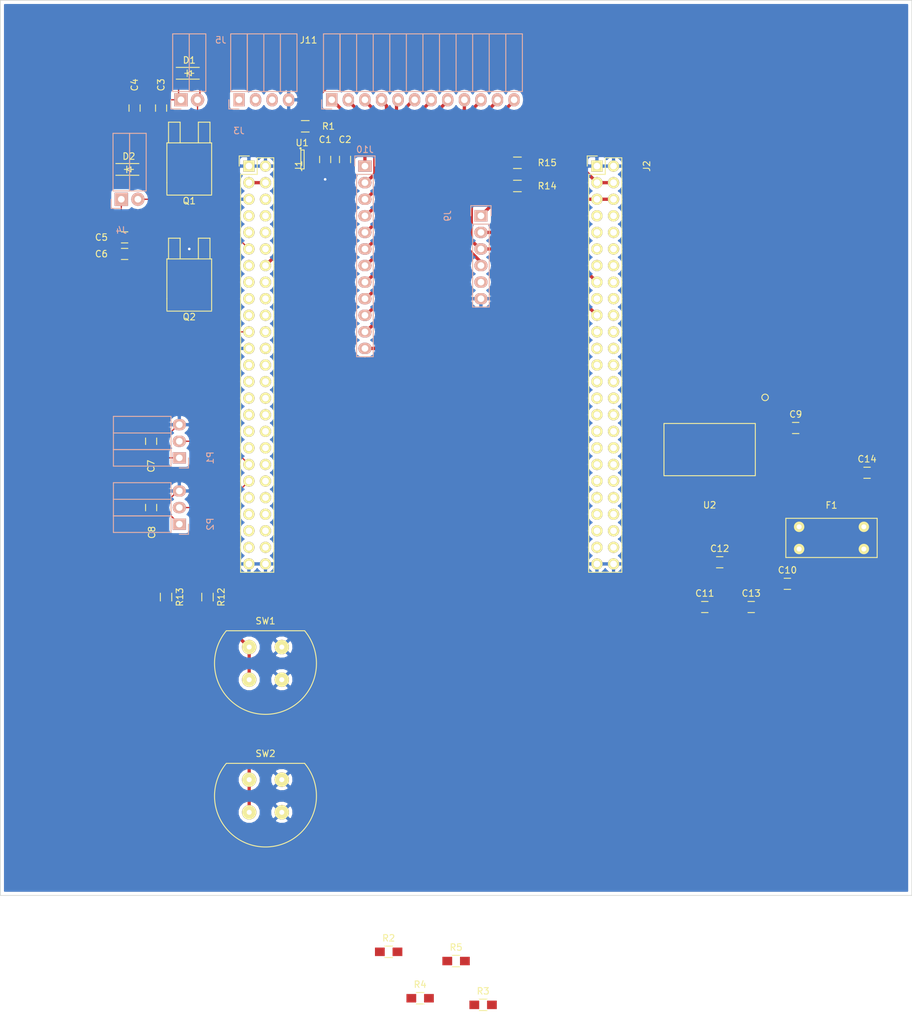
<source format=kicad_pcb>
(kicad_pcb (version 4) (host pcbnew 4.0.2-stable)

  (general
    (links 112)
    (no_connects 59)
    (area 25.349999 15.189999 165.150001 152.450001)
    (thickness 1.6)
    (drawings 6)
    (tracks 168)
    (zones 0)
    (modules 42)
    (nets 120)
  )

  (page A4)
  (layers
    (0 F.Cu signal)
    (31 B.Cu signal)
    (32 B.Adhes user)
    (33 F.Adhes user)
    (34 B.Paste user)
    (35 F.Paste user)
    (36 B.SilkS user)
    (37 F.SilkS user)
    (38 B.Mask user)
    (39 F.Mask user)
    (40 Dwgs.User user)
    (41 Cmts.User user)
    (42 Eco1.User user)
    (43 Eco2.User user)
    (44 Edge.Cuts user)
    (45 Margin user)
    (46 B.CrtYd user)
    (47 F.CrtYd user)
    (48 B.Fab user)
    (49 F.Fab user)
  )

  (setup
    (last_trace_width 0.5)
    (user_trace_width 0.2)
    (user_trace_width 0.5)
    (trace_clearance 0.2)
    (zone_clearance 0.508)
    (zone_45_only no)
    (trace_min 0.2)
    (segment_width 0.2)
    (edge_width 0.1)
    (via_size 0.6)
    (via_drill 0.4)
    (via_min_size 0.4)
    (via_min_drill 0.3)
    (uvia_size 0.3)
    (uvia_drill 0.1)
    (uvias_allowed no)
    (uvia_min_size 0.2)
    (uvia_min_drill 0.1)
    (pcb_text_width 0.3)
    (pcb_text_size 1.5 1.5)
    (mod_edge_width 0.15)
    (mod_text_size 1 1)
    (mod_text_width 0.15)
    (pad_size 1.7272 1.7272)
    (pad_drill 1.016)
    (pad_to_mask_clearance 0)
    (aux_axis_origin 0 0)
    (grid_origin 146.812 96.52)
    (visible_elements 7FFFFFFF)
    (pcbplotparams
      (layerselection 0x00030_80000001)
      (usegerberextensions false)
      (excludeedgelayer true)
      (linewidth 0.100000)
      (plotframeref false)
      (viasonmask false)
      (mode 1)
      (useauxorigin false)
      (hpglpennumber 1)
      (hpglpenspeed 20)
      (hpglpendiameter 15)
      (hpglpenoverlay 2)
      (psnegative false)
      (psa4output false)
      (plotreference true)
      (plotvalue true)
      (plotinvisibletext false)
      (padsonsilk false)
      (subtractmaskfromsilk false)
      (outputformat 1)
      (mirror false)
      (drillshape 0)
      (scaleselection 1)
      (outputdirectory ""))
  )

  (net 0 "")
  (net 1 "Net-(D1-Pad2)")
  (net 2 +12V)
  (net 3 "Net-(D2-Pad2)")
  (net 4 POWER_GND)
  (net 5 VDD)
  (net 6 "Net-(J1-Pad6)")
  (net 7 "Net-(J1-Pad7)")
  (net 8 "Net-(J1-Pad8)")
  (net 9 "Net-(J1-Pad9)")
  (net 10 "Net-(J1-Pad10)")
  (net 11 "Net-(J1-Pad12)")
  (net 12 "Net-(J1-Pad13)")
  (net 13 "Net-(J1-Pad15)")
  (net 14 "Net-(J1-Pad16)")
  (net 15 "Net-(J1-Pad17)")
  (net 16 FAN)
  (net 17 "Net-(J1-Pad19)")
  (net 18 "Net-(J1-Pad20)")
  (net 19 "Net-(J1-Pad22)")
  (net 20 "Net-(J1-Pad24)")
  (net 21 "Net-(J1-Pad25)")
  (net 22 "Net-(J1-Pad26)")
  (net 23 "Net-(J1-Pad28)")
  (net 24 "Net-(J1-Pad30)")
  (net 25 "Net-(J1-Pad33)")
  (net 26 "Net-(J1-Pad34)")
  (net 27 HALL_1)
  (net 28 HALL_2)
  (net 29 "Net-(J1-Pad38)")
  (net 30 "Net-(J1-Pad40)")
  (net 31 "Net-(J1-Pad42)")
  (net 32 "Net-(J1-Pad44)")
  (net 33 "Net-(J1-Pad45)")
  (net 34 "Net-(J1-Pad47)")
  (net 35 +5V)
  (net 36 +3V3)
  (net 37 "Net-(J2-Pad7)")
  (net 38 "Net-(J2-Pad8)")
  (net 39 "Net-(J2-Pad9)")
  (net 40 "Net-(J2-Pad10)")
  (net 41 "Net-(J2-Pad11)")
  (net 42 "Net-(J2-Pad12)")
  (net 43 "Net-(J2-Pad13)")
  (net 44 "Net-(J2-Pad14)")
  (net 45 "Net-(J2-Pad16)")
  (net 46 "Net-(J2-Pad17)")
  (net 47 "Net-(J2-Pad18)")
  (net 48 CS_SCL)
  (net 49 "Net-(J2-Pad20)")
  (net 50 "Net-(J2-Pad21)")
  (net 51 LED_UART)
  (net 52 CS_SDA)
  (net 53 PUMP)
  (net 54 "Net-(J2-Pad26)")
  (net 55 "Net-(J2-Pad27)")
  (net 56 "Net-(J2-Pad28)")
  (net 57 "Net-(J2-Pad29)")
  (net 58 "Net-(J2-Pad30)")
  (net 59 "Net-(J2-Pad31)")
  (net 60 "Net-(J2-Pad32)")
  (net 61 "Net-(J2-Pad33)")
  (net 62 "Net-(J2-Pad35)")
  (net 63 "Net-(J2-Pad37)")
  (net 64 "Net-(J2-Pad39)")
  (net 65 "Net-(J2-Pad40)")
  (net 66 "Net-(J2-Pad41)")
  (net 67 "Net-(J2-Pad42)")
  (net 68 "Net-(J2-Pad44)")
  (net 69 "Net-(J2-Pad45)")
  (net 70 CS_IRQ)
  (net 71 "Net-(J2-Pad47)")
  (net 72 "Net-(J2-Pad48)")
  (net 73 "Net-(J3-Pad2)")
  (net 74 "Net-(J3-Pad3)")
  (net 75 CS_11)
  (net 76 CS_10)
  (net 77 CS_9)
  (net 78 CS_8)
  (net 79 CS_7)
  (net 80 CS_6)
  (net 81 CS_5)
  (net 82 CS_4)
  (net 83 CS_3)
  (net 84 CS_2)
  (net 85 CS_1)
  (net 86 CS_0)
  (net 87 PUSH_UP)
  (net 88 PUSH_DN)
  (net 89 "Net-(J1-Pad46)")
  (net 90 "Net-(J1-Pad48)")
  (net 91 PUSH_DB)
  (net 92 "Net-(J9-Pad5)")
  (net 93 "Net-(J2-Pad46)")
  (net 94 "Net-(J1-Pad18)")
  (net 95 "Net-(J2-Pad23)")
  (net 96 "Net-(J2-Pad25)")
  (net 97 "Net-(J1-Pad35)")
  (net 98 "Net-(J1-Pad36)")
  (net 99 GND)
  (net 100 "Net-(C9-Pad1)")
  (net 101 "Net-(C10-Pad1)")
  (net 102 "Net-(C10-Pad2)")
  (net 103 "Net-(C11-Pad2)")
  (net 104 "Net-(C12-Pad2)")
  (net 105 "Net-(C14-Pad1)")
  (net 106 "Net-(J1-Pad27)")
  (net 107 "Net-(J1-Pad29)")
  (net 108 "Net-(J1-Pad31)")
  (net 109 "Net-(J1-Pad32)")
  (net 110 MOTOR_SB)
  (net 111 MOTOR_IN1)
  (net 112 MOTOR_IN2)
  (net 113 MOTOR_PWM)
  (net 114 "Net-(R2-Pad1)")
  (net 115 "Net-(R3-Pad1)")
  (net 116 "Net-(R4-Pad1)")
  (net 117 "Net-(R5-Pad1)")
  (net 118 MOTOR_OUT1)
  (net 119 MOTOR_OUT2)

  (net_class Default "This is the default net class."
    (clearance 0.2)
    (trace_width 0.5)
    (via_dia 0.6)
    (via_drill 0.4)
    (uvia_dia 0.3)
    (uvia_drill 0.1)
    (add_net +12V)
    (add_net +3V3)
    (add_net +5V)
    (add_net CS_0)
    (add_net CS_1)
    (add_net CS_10)
    (add_net CS_11)
    (add_net CS_2)
    (add_net CS_3)
    (add_net CS_4)
    (add_net CS_5)
    (add_net CS_6)
    (add_net CS_7)
    (add_net CS_8)
    (add_net CS_9)
    (add_net CS_IRQ)
    (add_net CS_SCL)
    (add_net CS_SDA)
    (add_net FAN)
    (add_net GND)
    (add_net HALL_1)
    (add_net HALL_2)
    (add_net LED_UART)
    (add_net MOTOR_IN1)
    (add_net MOTOR_IN2)
    (add_net MOTOR_OUT1)
    (add_net MOTOR_OUT2)
    (add_net MOTOR_PWM)
    (add_net MOTOR_SB)
    (add_net "Net-(C10-Pad1)")
    (add_net "Net-(C10-Pad2)")
    (add_net "Net-(C11-Pad2)")
    (add_net "Net-(C12-Pad2)")
    (add_net "Net-(C14-Pad1)")
    (add_net "Net-(C9-Pad1)")
    (add_net "Net-(D1-Pad2)")
    (add_net "Net-(D2-Pad2)")
    (add_net "Net-(J1-Pad10)")
    (add_net "Net-(J1-Pad12)")
    (add_net "Net-(J1-Pad13)")
    (add_net "Net-(J1-Pad15)")
    (add_net "Net-(J1-Pad16)")
    (add_net "Net-(J1-Pad17)")
    (add_net "Net-(J1-Pad18)")
    (add_net "Net-(J1-Pad19)")
    (add_net "Net-(J1-Pad20)")
    (add_net "Net-(J1-Pad22)")
    (add_net "Net-(J1-Pad24)")
    (add_net "Net-(J1-Pad25)")
    (add_net "Net-(J1-Pad26)")
    (add_net "Net-(J1-Pad27)")
    (add_net "Net-(J1-Pad28)")
    (add_net "Net-(J1-Pad29)")
    (add_net "Net-(J1-Pad30)")
    (add_net "Net-(J1-Pad31)")
    (add_net "Net-(J1-Pad32)")
    (add_net "Net-(J1-Pad33)")
    (add_net "Net-(J1-Pad34)")
    (add_net "Net-(J1-Pad35)")
    (add_net "Net-(J1-Pad36)")
    (add_net "Net-(J1-Pad38)")
    (add_net "Net-(J1-Pad40)")
    (add_net "Net-(J1-Pad42)")
    (add_net "Net-(J1-Pad44)")
    (add_net "Net-(J1-Pad45)")
    (add_net "Net-(J1-Pad46)")
    (add_net "Net-(J1-Pad47)")
    (add_net "Net-(J1-Pad48)")
    (add_net "Net-(J1-Pad6)")
    (add_net "Net-(J1-Pad7)")
    (add_net "Net-(J1-Pad8)")
    (add_net "Net-(J1-Pad9)")
    (add_net "Net-(J2-Pad10)")
    (add_net "Net-(J2-Pad11)")
    (add_net "Net-(J2-Pad12)")
    (add_net "Net-(J2-Pad13)")
    (add_net "Net-(J2-Pad14)")
    (add_net "Net-(J2-Pad16)")
    (add_net "Net-(J2-Pad17)")
    (add_net "Net-(J2-Pad18)")
    (add_net "Net-(J2-Pad20)")
    (add_net "Net-(J2-Pad21)")
    (add_net "Net-(J2-Pad23)")
    (add_net "Net-(J2-Pad25)")
    (add_net "Net-(J2-Pad26)")
    (add_net "Net-(J2-Pad27)")
    (add_net "Net-(J2-Pad28)")
    (add_net "Net-(J2-Pad29)")
    (add_net "Net-(J2-Pad30)")
    (add_net "Net-(J2-Pad31)")
    (add_net "Net-(J2-Pad32)")
    (add_net "Net-(J2-Pad33)")
    (add_net "Net-(J2-Pad35)")
    (add_net "Net-(J2-Pad37)")
    (add_net "Net-(J2-Pad39)")
    (add_net "Net-(J2-Pad40)")
    (add_net "Net-(J2-Pad41)")
    (add_net "Net-(J2-Pad42)")
    (add_net "Net-(J2-Pad44)")
    (add_net "Net-(J2-Pad45)")
    (add_net "Net-(J2-Pad46)")
    (add_net "Net-(J2-Pad47)")
    (add_net "Net-(J2-Pad48)")
    (add_net "Net-(J2-Pad7)")
    (add_net "Net-(J2-Pad8)")
    (add_net "Net-(J2-Pad9)")
    (add_net "Net-(J3-Pad2)")
    (add_net "Net-(J3-Pad3)")
    (add_net "Net-(J9-Pad5)")
    (add_net "Net-(R2-Pad1)")
    (add_net "Net-(R3-Pad1)")
    (add_net "Net-(R4-Pad1)")
    (add_net "Net-(R5-Pad1)")
    (add_net PUMP)
    (add_net PUSH_DB)
    (add_net PUSH_DN)
    (add_net PUSH_UP)
    (add_net VDD)
  )

  (net_class BetweenPins ""
    (clearance 0.2)
    (trace_width 0.25)
    (via_dia 0.6)
    (via_drill 0.4)
    (uvia_dia 0.3)
    (uvia_drill 0.1)
  )

  (module Capacitors_SMD:C_0805_HandSoldering (layer F.Cu) (tedit 541A9B8D) (tstamp 57671589)
    (at 50.038 31.75 270)
    (descr "Capacitor SMD 0805, hand soldering")
    (tags "capacitor 0805")
    (path /576882DB)
    (attr smd)
    (fp_text reference C3 (at -3.556 0 270) (layer F.SilkS)
      (effects (font (size 1 1) (thickness 0.15)))
    )
    (fp_text value .01UF (at 0 2.032 270) (layer F.Fab)
      (effects (font (size 1 1) (thickness 0.15)))
    )
    (fp_line (start -2.3 -1) (end 2.3 -1) (layer F.CrtYd) (width 0.05))
    (fp_line (start -2.3 1) (end 2.3 1) (layer F.CrtYd) (width 0.05))
    (fp_line (start -2.3 -1) (end -2.3 1) (layer F.CrtYd) (width 0.05))
    (fp_line (start 2.3 -1) (end 2.3 1) (layer F.CrtYd) (width 0.05))
    (fp_line (start 0.5 -0.85) (end -0.5 -0.85) (layer F.SilkS) (width 0.15))
    (fp_line (start -0.5 0.85) (end 0.5 0.85) (layer F.SilkS) (width 0.15))
    (pad 1 smd rect (at -1.25 0 270) (size 1.5 1.25) (layers F.Cu F.Paste F.Mask)
      (net 2 +12V))
    (pad 2 smd rect (at 1.25 0 270) (size 1.5 1.25) (layers F.Cu F.Paste F.Mask)
      (net 99 GND))
    (model Capacitors_SMD.3dshapes/C_0805_HandSoldering.wrl
      (at (xyz 0 0 0))
      (scale (xyz 1 1 1))
      (rotate (xyz 0 0 0))
    )
  )

  (module Socket_Strips:Socket_Strip_Angled_1x02 (layer B.Cu) (tedit 0) (tstamp 5765DBB5)
    (at 53.086 30.48)
    (descr "Through hole socket strip")
    (tags "socket strip")
    (path /569C0367)
    (fp_text reference J5 (at 6.096 -9.144) (layer B.SilkS)
      (effects (font (size 1 1) (thickness 0.15)) (justify mirror))
    )
    (fp_text value CONN_01X02 (at 1.524 -11.684) (layer B.Fab)
      (effects (font (size 1 1) (thickness 0.15)) (justify mirror))
    )
    (fp_line (start -1.75 1.5) (end -1.75 -10.6) (layer B.CrtYd) (width 0.05))
    (fp_line (start 4.3 1.5) (end 4.3 -10.6) (layer B.CrtYd) (width 0.05))
    (fp_line (start -1.75 1.5) (end 4.3 1.5) (layer B.CrtYd) (width 0.05))
    (fp_line (start -1.75 -10.6) (end 4.3 -10.6) (layer B.CrtYd) (width 0.05))
    (fp_line (start 3.81 -10.1) (end 3.81 -1.27) (layer B.SilkS) (width 0.15))
    (fp_line (start 1.27 -10.1) (end 3.81 -10.1) (layer B.SilkS) (width 0.15))
    (fp_line (start 1.27 -1.27) (end 1.27 -10.1) (layer B.SilkS) (width 0.15))
    (fp_line (start 1.27 -1.27) (end 3.81 -1.27) (layer B.SilkS) (width 0.15))
    (fp_line (start -1.27 -1.27) (end 1.27 -1.27) (layer B.SilkS) (width 0.15))
    (fp_line (start 0 1.4) (end -1.55 1.4) (layer B.SilkS) (width 0.15))
    (fp_line (start -1.55 1.4) (end -1.55 0) (layer B.SilkS) (width 0.15))
    (fp_line (start -1.27 -1.27) (end -1.27 -10.1) (layer B.SilkS) (width 0.15))
    (fp_line (start -1.27 -10.1) (end 1.27 -10.1) (layer B.SilkS) (width 0.15))
    (fp_line (start 1.27 -10.1) (end 1.27 -1.27) (layer B.SilkS) (width 0.15))
    (pad 1 thru_hole rect (at 0 0) (size 2.032 2.032) (drill 1.016) (layers *.Cu *.Mask B.SilkS)
      (net 2 +12V))
    (pad 2 thru_hole oval (at 2.54 0) (size 2.032 2.032) (drill 1.016) (layers *.Cu *.Mask B.SilkS)
      (net 1 "Net-(D1-Pad2)"))
    (model Socket_Strips.3dshapes/Socket_Strip_Angled_1x02.wrl
      (at (xyz 0.05 0 0))
      (scale (xyz 1 1 1))
      (rotate (xyz 0 0 180))
    )
  )

  (module Socket_Strips:Socket_Strip_Straight_1x12 (layer B.Cu) (tedit 0) (tstamp 5765DBCB)
    (at 81.28 40.64 270)
    (descr "Through hole socket strip")
    (tags "socket strip")
    (path /5664F5C8)
    (fp_text reference J10 (at -2.54 0 540) (layer B.SilkS)
      (effects (font (size 1 1) (thickness 0.15)) (justify mirror))
    )
    (fp_text value CONN_01X12 (at 30.48 0 540) (layer B.Fab)
      (effects (font (size 1 1) (thickness 0.15)) (justify mirror))
    )
    (fp_line (start -1.75 1.75) (end -1.75 -1.75) (layer B.CrtYd) (width 0.05))
    (fp_line (start 29.7 1.75) (end 29.7 -1.75) (layer B.CrtYd) (width 0.05))
    (fp_line (start -1.75 1.75) (end 29.7 1.75) (layer B.CrtYd) (width 0.05))
    (fp_line (start -1.75 -1.75) (end 29.7 -1.75) (layer B.CrtYd) (width 0.05))
    (fp_line (start 1.27 -1.27) (end 29.21 -1.27) (layer B.SilkS) (width 0.15))
    (fp_line (start 29.21 -1.27) (end 29.21 1.27) (layer B.SilkS) (width 0.15))
    (fp_line (start 29.21 1.27) (end 1.27 1.27) (layer B.SilkS) (width 0.15))
    (fp_line (start -1.55 -1.55) (end 0 -1.55) (layer B.SilkS) (width 0.15))
    (fp_line (start 1.27 -1.27) (end 1.27 1.27) (layer B.SilkS) (width 0.15))
    (fp_line (start 0 1.55) (end -1.55 1.55) (layer B.SilkS) (width 0.15))
    (fp_line (start -1.55 1.55) (end -1.55 -1.55) (layer B.SilkS) (width 0.15))
    (pad 1 thru_hole rect (at 0 0 270) (size 1.7272 2.032) (drill 1.016) (layers *.Cu *.Mask B.SilkS)
      (net 75 CS_11))
    (pad 2 thru_hole oval (at 2.54 0 270) (size 1.7272 2.032) (drill 1.016) (layers *.Cu *.Mask B.SilkS)
      (net 76 CS_10))
    (pad 3 thru_hole oval (at 5.08 0 270) (size 1.7272 2.032) (drill 1.016) (layers *.Cu *.Mask B.SilkS)
      (net 77 CS_9))
    (pad 4 thru_hole oval (at 7.62 0 270) (size 1.7272 2.032) (drill 1.016) (layers *.Cu *.Mask B.SilkS)
      (net 78 CS_8))
    (pad 5 thru_hole oval (at 10.16 0 270) (size 1.7272 2.032) (drill 1.016) (layers *.Cu *.Mask B.SilkS)
      (net 79 CS_7))
    (pad 6 thru_hole oval (at 12.7 0 270) (size 1.7272 2.032) (drill 1.016) (layers *.Cu *.Mask B.SilkS)
      (net 80 CS_6))
    (pad 7 thru_hole oval (at 15.24 0 270) (size 1.7272 2.032) (drill 1.016) (layers *.Cu *.Mask B.SilkS)
      (net 81 CS_5))
    (pad 8 thru_hole oval (at 17.78 0 270) (size 1.7272 2.032) (drill 1.016) (layers *.Cu *.Mask B.SilkS)
      (net 82 CS_4))
    (pad 9 thru_hole oval (at 20.32 0 270) (size 1.7272 2.032) (drill 1.016) (layers *.Cu *.Mask B.SilkS)
      (net 83 CS_3))
    (pad 10 thru_hole oval (at 22.86 0 270) (size 1.7272 2.032) (drill 1.016) (layers *.Cu *.Mask B.SilkS)
      (net 84 CS_2))
    (pad 11 thru_hole oval (at 25.4 0 270) (size 1.7272 2.032) (drill 1.016) (layers *.Cu *.Mask B.SilkS)
      (net 85 CS_1))
    (pad 12 thru_hole oval (at 27.94 0 270) (size 1.7272 2.032) (drill 1.016) (layers *.Cu *.Mask B.SilkS)
      (net 86 CS_0))
    (model Socket_Strips.3dshapes/Socket_Strip_Straight_1x12.wrl
      (at (xyz 0.55 0 0))
      (scale (xyz 1 1 1))
      (rotate (xyz 0 0 180))
    )
  )

  (module Socket_Strips:Socket_Strip_Angled_1x12 (layer B.Cu) (tedit 57660318) (tstamp 5765DBDB)
    (at 76.2 30.48)
    (descr "Through hole socket strip")
    (tags "socket strip")
    (path /569F9129)
    (fp_text reference J11 (at -3.556 -9.144) (layer F.SilkS)
      (effects (font (size 1 1) (thickness 0.15)))
    )
    (fp_text value CONN_01X12 (at 24.892 -11.684) (layer F.Fab)
      (effects (font (size 1 1) (thickness 0.15)))
    )
    (fp_line (start -1.75 1.5) (end -1.75 -10.6) (layer B.CrtYd) (width 0.05))
    (fp_line (start 29.7 1.5) (end 29.7 -10.6) (layer B.CrtYd) (width 0.05))
    (fp_line (start -1.75 1.5) (end 29.7 1.5) (layer B.CrtYd) (width 0.05))
    (fp_line (start -1.75 -10.6) (end 29.7 -10.6) (layer B.CrtYd) (width 0.05))
    (fp_line (start 26.67 -1.27) (end 29.21 -1.27) (layer B.SilkS) (width 0.15))
    (fp_line (start 26.67 -10.1) (end 29.21 -10.1) (layer B.SilkS) (width 0.15))
    (fp_line (start 29.21 -10.1) (end 29.21 -1.27) (layer B.SilkS) (width 0.15))
    (fp_line (start 26.67 -10.1) (end 26.67 -1.27) (layer B.SilkS) (width 0.15))
    (fp_line (start 13.97 -1.27) (end 16.51 -1.27) (layer B.SilkS) (width 0.15))
    (fp_line (start 13.97 -10.1) (end 16.51 -10.1) (layer B.SilkS) (width 0.15))
    (fp_line (start 16.51 -10.1) (end 16.51 -1.27) (layer B.SilkS) (width 0.15))
    (fp_line (start 19.05 -10.1) (end 19.05 -1.27) (layer B.SilkS) (width 0.15))
    (fp_line (start 16.51 -10.1) (end 19.05 -10.1) (layer B.SilkS) (width 0.15))
    (fp_line (start 16.51 -1.27) (end 19.05 -1.27) (layer B.SilkS) (width 0.15))
    (fp_line (start 19.05 -1.27) (end 21.59 -1.27) (layer B.SilkS) (width 0.15))
    (fp_line (start 19.05 -10.1) (end 21.59 -10.1) (layer B.SilkS) (width 0.15))
    (fp_line (start 21.59 -10.1) (end 21.59 -1.27) (layer B.SilkS) (width 0.15))
    (fp_line (start 24.13 -10.1) (end 24.13 -1.27) (layer B.SilkS) (width 0.15))
    (fp_line (start 21.59 -10.1) (end 24.13 -10.1) (layer B.SilkS) (width 0.15))
    (fp_line (start 21.59 -1.27) (end 24.13 -1.27) (layer B.SilkS) (width 0.15))
    (fp_line (start 24.13 -1.27) (end 26.67 -1.27) (layer B.SilkS) (width 0.15))
    (fp_line (start 24.13 -10.1) (end 26.67 -10.1) (layer B.SilkS) (width 0.15))
    (fp_line (start 13.97 -10.1) (end 13.97 -1.27) (layer B.SilkS) (width 0.15))
    (fp_line (start 11.43 -10.1) (end 13.97 -10.1) (layer B.SilkS) (width 0.15))
    (fp_line (start 11.43 -1.27) (end 13.97 -1.27) (layer B.SilkS) (width 0.15))
    (fp_line (start 8.89 -1.27) (end 11.43 -1.27) (layer B.SilkS) (width 0.15))
    (fp_line (start 8.89 -10.1) (end 11.43 -10.1) (layer B.SilkS) (width 0.15))
    (fp_line (start 11.43 -10.1) (end 11.43 -1.27) (layer B.SilkS) (width 0.15))
    (fp_line (start 8.89 -10.1) (end 8.89 -1.27) (layer B.SilkS) (width 0.15))
    (fp_line (start 6.35 -10.1) (end 8.89 -10.1) (layer B.SilkS) (width 0.15))
    (fp_line (start 6.35 -1.27) (end 8.89 -1.27) (layer B.SilkS) (width 0.15))
    (fp_line (start 3.81 -1.27) (end 6.35 -1.27) (layer B.SilkS) (width 0.15))
    (fp_line (start 3.81 -10.1) (end 6.35 -10.1) (layer B.SilkS) (width 0.15))
    (fp_line (start 6.35 -10.1) (end 6.35 -1.27) (layer B.SilkS) (width 0.15))
    (fp_line (start 3.81 -10.1) (end 3.81 -1.27) (layer B.SilkS) (width 0.15))
    (fp_line (start 1.27 -10.1) (end 3.81 -10.1) (layer B.SilkS) (width 0.15))
    (fp_line (start 1.27 -1.27) (end 1.27 -10.1) (layer B.SilkS) (width 0.15))
    (fp_line (start 1.27 -1.27) (end 3.81 -1.27) (layer B.SilkS) (width 0.15))
    (fp_line (start -1.27 -1.27) (end 1.27 -1.27) (layer B.SilkS) (width 0.15))
    (fp_line (start 0 1.4) (end -1.55 1.4) (layer B.SilkS) (width 0.15))
    (fp_line (start -1.55 1.4) (end -1.55 0) (layer B.SilkS) (width 0.15))
    (fp_line (start -1.27 -1.27) (end -1.27 -10.1) (layer B.SilkS) (width 0.15))
    (fp_line (start -1.27 -10.1) (end 1.27 -10.1) (layer B.SilkS) (width 0.15))
    (fp_line (start 1.27 -10.1) (end 1.27 -1.27) (layer B.SilkS) (width 0.15))
    (pad 1 thru_hole rect (at 0 0) (size 1.7272 2.032) (drill 1.016) (layers *.Cu *.Mask B.SilkS)
      (net 75 CS_11))
    (pad 2 thru_hole oval (at 2.54 0) (size 1.7272 2.032) (drill 1.016) (layers *.Cu *.Mask B.SilkS)
      (net 76 CS_10))
    (pad 3 thru_hole oval (at 5.08 0) (size 1.7272 2.032) (drill 1.016) (layers *.Cu *.Mask B.SilkS)
      (net 77 CS_9))
    (pad 4 thru_hole oval (at 7.62 0) (size 1.7272 2.032) (drill 1.016) (layers *.Cu *.Mask B.SilkS)
      (net 78 CS_8))
    (pad 5 thru_hole oval (at 10.16 0) (size 1.7272 2.032) (drill 1.016) (layers *.Cu *.Mask B.SilkS)
      (net 79 CS_7))
    (pad 6 thru_hole oval (at 12.7 0) (size 1.7272 2.032) (drill 1.016) (layers *.Cu *.Mask B.SilkS)
      (net 80 CS_6))
    (pad 7 thru_hole oval (at 15.24 0) (size 1.7272 2.032) (drill 1.016) (layers *.Cu *.Mask B.SilkS)
      (net 81 CS_5))
    (pad 8 thru_hole oval (at 17.78 0) (size 1.7272 2.032) (drill 1.016) (layers *.Cu *.Mask B.SilkS)
      (net 82 CS_4))
    (pad 9 thru_hole oval (at 20.32 0) (size 1.7272 2.032) (drill 1.016) (layers *.Cu *.Mask B.SilkS)
      (net 83 CS_3))
    (pad 10 thru_hole oval (at 22.86 0) (size 1.7272 2.032) (drill 1.016) (layers *.Cu *.Mask B.SilkS)
      (net 84 CS_2))
    (pad 11 thru_hole oval (at 25.4 0) (size 1.7272 2.032) (drill 1.016) (layers *.Cu *.Mask B.SilkS)
      (net 85 CS_1))
    (pad 12 thru_hole oval (at 27.94 0) (size 1.7272 2.032) (drill 1.016) (layers *.Cu *.Mask B.SilkS)
      (net 86 CS_0))
    (model Socket_Strips.3dshapes/Socket_Strip_Angled_1x12.wrl
      (at (xyz 0.55 0 0))
      (scale (xyz 1 1 1))
      (rotate (xyz 0 0 180))
    )
  )

  (module Resistors_SMD:R_0805_HandSoldering (layer F.Cu) (tedit 54189DEE) (tstamp 5765DC19)
    (at 72.136 34.544 180)
    (descr "Resistor SMD 0805, hand soldering")
    (tags "resistor 0805")
    (path /56653A46)
    (attr smd)
    (fp_text reference R1 (at -3.556 0 360) (layer F.SilkS)
      (effects (font (size 1 1) (thickness 0.15)))
    )
    (fp_text value 1k (at 3.556 0.174 360) (layer F.Fab)
      (effects (font (size 1 1) (thickness 0.15)))
    )
    (fp_line (start -2.4 -1) (end 2.4 -1) (layer F.CrtYd) (width 0.05))
    (fp_line (start -2.4 1) (end 2.4 1) (layer F.CrtYd) (width 0.05))
    (fp_line (start -2.4 -1) (end -2.4 1) (layer F.CrtYd) (width 0.05))
    (fp_line (start 2.4 -1) (end 2.4 1) (layer F.CrtYd) (width 0.05))
    (fp_line (start 0.6 0.875) (end -0.6 0.875) (layer F.SilkS) (width 0.15))
    (fp_line (start -0.6 -0.875) (end 0.6 -0.875) (layer F.SilkS) (width 0.15))
    (pad 1 smd rect (at -1.35 0 180) (size 1.5 1.3) (layers F.Cu F.Paste F.Mask)
      (net 35 +5V))
    (pad 2 smd rect (at 1.35 0 180) (size 1.5 1.3) (layers F.Cu F.Paste F.Mask)
      (net 73 "Net-(J3-Pad2)"))
    (model Resistors_SMD.3dshapes/R_0805_HandSoldering.wrl
      (at (xyz 0 0 0))
      (scale (xyz 1 1 1))
      (rotate (xyz 0 0 0))
    )
  )

  (module Resistors_SMD:R_0805_HandSoldering (layer F.Cu) (tedit 54189DEE) (tstamp 5765E31F)
    (at 57.15 106.68 270)
    (descr "Resistor SMD 0805, hand soldering")
    (tags "resistor 0805")
    (path /57667E6A)
    (attr smd)
    (fp_text reference R12 (at 0 -2.1 270) (layer F.SilkS)
      (effects (font (size 1 1) (thickness 0.15)))
    )
    (fp_text value 10k (at 0 2.1 270) (layer F.Fab)
      (effects (font (size 1 1) (thickness 0.15)))
    )
    (fp_line (start -2.4 -1) (end 2.4 -1) (layer F.CrtYd) (width 0.05))
    (fp_line (start -2.4 1) (end 2.4 1) (layer F.CrtYd) (width 0.05))
    (fp_line (start -2.4 -1) (end -2.4 1) (layer F.CrtYd) (width 0.05))
    (fp_line (start 2.4 -1) (end 2.4 1) (layer F.CrtYd) (width 0.05))
    (fp_line (start 0.6 0.875) (end -0.6 0.875) (layer F.SilkS) (width 0.15))
    (fp_line (start -0.6 -0.875) (end 0.6 -0.875) (layer F.SilkS) (width 0.15))
    (pad 1 smd rect (at -1.35 0 270) (size 1.5 1.3) (layers F.Cu F.Paste F.Mask)
      (net 5 VDD))
    (pad 2 smd rect (at 1.35 0 270) (size 1.5 1.3) (layers F.Cu F.Paste F.Mask)
      (net 87 PUSH_UP))
    (model Resistors_SMD.3dshapes/R_0805_HandSoldering.wrl
      (at (xyz 0 0 0))
      (scale (xyz 1 1 1))
      (rotate (xyz 0 0 0))
    )
  )

  (module Resistors_SMD:R_0805_HandSoldering (layer F.Cu) (tedit 54189DEE) (tstamp 5765E32B)
    (at 50.8 106.68 270)
    (descr "Resistor SMD 0805, hand soldering")
    (tags "resistor 0805")
    (path /5766CE6A)
    (attr smd)
    (fp_text reference R13 (at 0 -2.1 270) (layer F.SilkS)
      (effects (font (size 1 1) (thickness 0.15)))
    )
    (fp_text value 10k (at 0 2.1 270) (layer F.Fab)
      (effects (font (size 1 1) (thickness 0.15)))
    )
    (fp_line (start -2.4 -1) (end 2.4 -1) (layer F.CrtYd) (width 0.05))
    (fp_line (start -2.4 1) (end 2.4 1) (layer F.CrtYd) (width 0.05))
    (fp_line (start -2.4 -1) (end -2.4 1) (layer F.CrtYd) (width 0.05))
    (fp_line (start 2.4 -1) (end 2.4 1) (layer F.CrtYd) (width 0.05))
    (fp_line (start 0.6 0.875) (end -0.6 0.875) (layer F.SilkS) (width 0.15))
    (fp_line (start -0.6 -0.875) (end 0.6 -0.875) (layer F.SilkS) (width 0.15))
    (pad 1 smd rect (at -1.35 0 270) (size 1.5 1.3) (layers F.Cu F.Paste F.Mask)
      (net 5 VDD))
    (pad 2 smd rect (at 1.35 0 270) (size 1.5 1.3) (layers F.Cu F.Paste F.Mask)
      (net 91 PUSH_DB))
    (model Resistors_SMD.3dshapes/R_0805_HandSoldering.wrl
      (at (xyz 0 0 0))
      (scale (xyz 1 1 1))
      (rotate (xyz 0 0 0))
    )
  )

  (module roboCooler:D6C90 (layer F.Cu) (tedit 5765EDCC) (tstamp 5765EF7F)
    (at 66.04 116.84)
    (path /5766B14B)
    (fp_text reference SW1 (at 0 -6.5) (layer F.SilkS)
      (effects (font (size 1 1) (thickness 0.15)))
    )
    (fp_text value SPST_4PIN (at 0 9.5) (layer F.Fab)
      (effects (font (size 1 1) (thickness 0.15)))
    )
    (fp_line (start -6 -5) (end 6 -5) (layer F.SilkS) (width 0.15))
    (fp_arc (start 0 0) (end 6 -5) (angle 259.5) (layer F.SilkS) (width 0.15))
    (pad 1 thru_hole circle (at -2.5 -2.5) (size 2.2 2.2) (drill 0.762) (layers *.Cu *.Mask F.SilkS)
      (net 87 PUSH_UP))
    (pad 2 thru_hole circle (at -2.5 2.5) (size 2.2 2.2) (drill 0.762) (layers *.Cu *.Mask F.SilkS)
      (net 87 PUSH_UP))
    (pad 3 thru_hole circle (at 2.5 -2.5) (size 2.2 2.2) (drill 0.762) (layers *.Cu *.Mask F.SilkS)
      (net 99 GND))
    (pad 4 thru_hole circle (at 2.5 2.5) (size 2.2 2.2) (drill 0.762) (layers *.Cu *.Mask F.SilkS)
      (net 99 GND))
  )

  (module roboCooler:D6C90 (layer F.Cu) (tedit 5765EDCC) (tstamp 5765EF89)
    (at 66.04 137.16)
    (path /5766CE76)
    (fp_text reference SW2 (at 0 -6.5) (layer F.SilkS)
      (effects (font (size 1 1) (thickness 0.15)))
    )
    (fp_text value SPST_4PIN (at 0 9.5) (layer F.Fab)
      (effects (font (size 1 1) (thickness 0.15)))
    )
    (fp_line (start -6 -5) (end 6 -5) (layer F.SilkS) (width 0.15))
    (fp_arc (start 0 0) (end 6 -5) (angle 259.5) (layer F.SilkS) (width 0.15))
    (pad 1 thru_hole circle (at -2.5 -2.5) (size 2.2 2.2) (drill 0.762) (layers *.Cu *.Mask F.SilkS)
      (net 91 PUSH_DB))
    (pad 2 thru_hole circle (at -2.5 2.5) (size 2.2 2.2) (drill 0.762) (layers *.Cu *.Mask F.SilkS)
      (net 91 PUSH_DB))
    (pad 3 thru_hole circle (at 2.5 -2.5) (size 2.2 2.2) (drill 0.762) (layers *.Cu *.Mask F.SilkS)
      (net 99 GND))
    (pad 4 thru_hole circle (at 2.5 2.5) (size 2.2 2.2) (drill 0.762) (layers *.Cu *.Mask F.SilkS)
      (net 99 GND))
  )

  (module Resistors_SMD:R_0805_HandSoldering (layer F.Cu) (tedit 54189DEE) (tstamp 5766CDFB)
    (at 104.648 43.688 180)
    (descr "Resistor SMD 0805, hand soldering")
    (tags "resistor 0805")
    (path /5766F109)
    (attr smd)
    (fp_text reference R14 (at -4.572 0 180) (layer F.SilkS)
      (effects (font (size 1 1) (thickness 0.15)))
    )
    (fp_text value 10k (at 4.064 0 180) (layer F.Fab)
      (effects (font (size 1 1) (thickness 0.15)))
    )
    (fp_line (start -2.4 -1) (end 2.4 -1) (layer F.CrtYd) (width 0.05))
    (fp_line (start -2.4 1) (end 2.4 1) (layer F.CrtYd) (width 0.05))
    (fp_line (start -2.4 -1) (end -2.4 1) (layer F.CrtYd) (width 0.05))
    (fp_line (start 2.4 -1) (end 2.4 1) (layer F.CrtYd) (width 0.05))
    (fp_line (start 0.6 0.875) (end -0.6 0.875) (layer F.SilkS) (width 0.15))
    (fp_line (start -0.6 -0.875) (end 0.6 -0.875) (layer F.SilkS) (width 0.15))
    (pad 1 smd rect (at -1.35 0 180) (size 1.5 1.3) (layers F.Cu F.Paste F.Mask)
      (net 36 +3V3))
    (pad 2 smd rect (at 1.35 0 180) (size 1.5 1.3) (layers F.Cu F.Paste F.Mask)
      (net 48 CS_SCL))
    (model Resistors_SMD.3dshapes/R_0805_HandSoldering.wrl
      (at (xyz 0 0 0))
      (scale (xyz 1 1 1))
      (rotate (xyz 0 0 0))
    )
  )

  (module Resistors_SMD:R_0805_HandSoldering (layer F.Cu) (tedit 54189DEE) (tstamp 5766CE07)
    (at 104.648 40.132 180)
    (descr "Resistor SMD 0805, hand soldering")
    (tags "resistor 0805")
    (path /5766F2F6)
    (attr smd)
    (fp_text reference R15 (at -4.572 0 180) (layer F.SilkS)
      (effects (font (size 1 1) (thickness 0.15)))
    )
    (fp_text value 10k (at 4.064 0 180) (layer F.Fab)
      (effects (font (size 1 1) (thickness 0.15)))
    )
    (fp_line (start -2.4 -1) (end 2.4 -1) (layer F.CrtYd) (width 0.05))
    (fp_line (start -2.4 1) (end 2.4 1) (layer F.CrtYd) (width 0.05))
    (fp_line (start -2.4 -1) (end -2.4 1) (layer F.CrtYd) (width 0.05))
    (fp_line (start 2.4 -1) (end 2.4 1) (layer F.CrtYd) (width 0.05))
    (fp_line (start 0.6 0.875) (end -0.6 0.875) (layer F.SilkS) (width 0.15))
    (fp_line (start -0.6 -0.875) (end 0.6 -0.875) (layer F.SilkS) (width 0.15))
    (pad 1 smd rect (at -1.35 0 180) (size 1.5 1.3) (layers F.Cu F.Paste F.Mask)
      (net 36 +3V3))
    (pad 2 smd rect (at 1.35 0 180) (size 1.5 1.3) (layers F.Cu F.Paste F.Mask)
      (net 52 CS_SDA))
    (model Resistors_SMD.3dshapes/R_0805_HandSoldering.wrl
      (at (xyz 0 0 0))
      (scale (xyz 1 1 1))
      (rotate (xyz 0 0 0))
    )
  )

  (module TO_SOT_Packages_SMD:SOT-23-5 (layer F.Cu) (tedit 5766D7F3) (tstamp 5766D717)
    (at 71.712 39.624)
    (descr "5-pin SOT23 package")
    (tags SOT-23-5)
    (path /5767C49F)
    (attr smd)
    (fp_text reference U1 (at -0.05 -2.55) (layer F.SilkS)
      (effects (font (size 1 1) (thickness 0.15)))
    )
    (fp_text value SN74LV (at -0.05 2.35) (layer F.Fab)
      (effects (font (size 1 1) (thickness 0.15)))
    )
    (fp_line (start -1.8 -1.6) (end 1.8 -1.6) (layer F.CrtYd) (width 0.05))
    (fp_line (start 1.8 -1.6) (end 1.8 1.6) (layer F.CrtYd) (width 0.05))
    (fp_line (start 1.8 1.6) (end -1.8 1.6) (layer F.CrtYd) (width 0.05))
    (fp_line (start -1.8 1.6) (end -1.8 -1.6) (layer F.CrtYd) (width 0.05))
    (fp_circle (center -0.3 -1.7) (end -0.2 -1.7) (layer F.SilkS) (width 0.15))
    (fp_line (start 0.25 -1.45) (end -0.25 -1.45) (layer F.SilkS) (width 0.15))
    (fp_line (start 0.25 1.45) (end 0.25 -1.45) (layer F.SilkS) (width 0.15))
    (fp_line (start -0.25 1.45) (end 0.25 1.45) (layer F.SilkS) (width 0.15))
    (fp_line (start -0.25 -1.45) (end -0.25 1.45) (layer F.SilkS) (width 0.15))
    (pad 1 smd rect (at -1.1 -0.95) (size 1.06 0.65) (layers F.Cu F.Paste F.Mask))
    (pad 2 smd rect (at -1.1 0) (size 1.06 0.65) (layers F.Cu F.Paste F.Mask)
      (net 51 LED_UART))
    (pad 3 smd rect (at -1.1 0.95) (size 1.06 0.65) (layers F.Cu F.Paste F.Mask)
      (net 99 GND))
    (pad 4 smd rect (at 1.1 0.95) (size 1.06 0.65) (layers F.Cu F.Paste F.Mask)
      (net 73 "Net-(J3-Pad2)"))
    (pad 5 smd rect (at 1.1 -0.95) (size 1.06 0.65) (layers F.Cu F.Paste F.Mask)
      (net 35 +5V))
    (model TO_SOT_Packages_SMD.3dshapes/SOT-23-5.wrl
      (at (xyz 0 0 0))
      (scale (xyz 1 1 1))
      (rotate (xyz 0 0 0))
    )
  )

  (module Capacitors_SMD:C_0805_HandSoldering (layer F.Cu) (tedit 541A9B8D) (tstamp 5766DA54)
    (at 75.184 39.624 270)
    (descr "Capacitor SMD 0805, hand soldering")
    (tags "capacitor 0805")
    (path /57681FCF)
    (attr smd)
    (fp_text reference C1 (at -3.048 0 360) (layer F.SilkS)
      (effects (font (size 1 1) (thickness 0.15)))
    )
    (fp_text value .01UF (at 4.572 0 450) (layer F.Fab)
      (effects (font (size 1 1) (thickness 0.15)))
    )
    (fp_line (start -2.3 -1) (end 2.3 -1) (layer F.CrtYd) (width 0.05))
    (fp_line (start -2.3 1) (end 2.3 1) (layer F.CrtYd) (width 0.05))
    (fp_line (start -2.3 -1) (end -2.3 1) (layer F.CrtYd) (width 0.05))
    (fp_line (start 2.3 -1) (end 2.3 1) (layer F.CrtYd) (width 0.05))
    (fp_line (start 0.5 -0.85) (end -0.5 -0.85) (layer F.SilkS) (width 0.15))
    (fp_line (start -0.5 0.85) (end 0.5 0.85) (layer F.SilkS) (width 0.15))
    (pad 1 smd rect (at -1.25 0 270) (size 1.5 1.25) (layers F.Cu F.Paste F.Mask)
      (net 35 +5V))
    (pad 2 smd rect (at 1.25 0 270) (size 1.5 1.25) (layers F.Cu F.Paste F.Mask)
      (net 99 GND))
    (model Capacitors_SMD.3dshapes/C_0805_HandSoldering.wrl
      (at (xyz 0 0 0))
      (scale (xyz 1 1 1))
      (rotate (xyz 0 0 0))
    )
  )

  (module Capacitors_SMD:C_0805_HandSoldering (layer F.Cu) (tedit 541A9B8D) (tstamp 5766DA5A)
    (at 78.232 39.624 270)
    (descr "Capacitor SMD 0805, hand soldering")
    (tags "capacitor 0805")
    (path /57683D72)
    (attr smd)
    (fp_text reference C2 (at -3.048 0 360) (layer F.SilkS)
      (effects (font (size 1 1) (thickness 0.15)))
    )
    (fp_text value 1UF (at 4.064 0 450) (layer F.Fab)
      (effects (font (size 1 1) (thickness 0.15)))
    )
    (fp_line (start -2.3 -1) (end 2.3 -1) (layer F.CrtYd) (width 0.05))
    (fp_line (start -2.3 1) (end 2.3 1) (layer F.CrtYd) (width 0.05))
    (fp_line (start -2.3 -1) (end -2.3 1) (layer F.CrtYd) (width 0.05))
    (fp_line (start 2.3 -1) (end 2.3 1) (layer F.CrtYd) (width 0.05))
    (fp_line (start 0.5 -0.85) (end -0.5 -0.85) (layer F.SilkS) (width 0.15))
    (fp_line (start -0.5 0.85) (end 0.5 0.85) (layer F.SilkS) (width 0.15))
    (pad 1 smd rect (at -1.25 0 270) (size 1.5 1.25) (layers F.Cu F.Paste F.Mask)
      (net 35 +5V))
    (pad 2 smd rect (at 1.25 0 270) (size 1.5 1.25) (layers F.Cu F.Paste F.Mask)
      (net 99 GND))
    (model Capacitors_SMD.3dshapes/C_0805_HandSoldering.wrl
      (at (xyz 0 0 0))
      (scale (xyz 1 1 1))
      (rotate (xyz 0 0 0))
    )
  )

  (module Capacitors_SMD:C_0805_HandSoldering (layer F.Cu) (tedit 541A9B8D) (tstamp 5767158F)
    (at 45.974 31.75 270)
    (descr "Capacitor SMD 0805, hand soldering")
    (tags "capacitor 0805")
    (path /576882ED)
    (attr smd)
    (fp_text reference C4 (at -3.556 0 270) (layer F.SilkS)
      (effects (font (size 1 1) (thickness 0.15)))
    )
    (fp_text value 1UF (at 0 2.1 270) (layer F.Fab)
      (effects (font (size 1 1) (thickness 0.15)))
    )
    (fp_line (start -2.3 -1) (end 2.3 -1) (layer F.CrtYd) (width 0.05))
    (fp_line (start -2.3 1) (end 2.3 1) (layer F.CrtYd) (width 0.05))
    (fp_line (start -2.3 -1) (end -2.3 1) (layer F.CrtYd) (width 0.05))
    (fp_line (start 2.3 -1) (end 2.3 1) (layer F.CrtYd) (width 0.05))
    (fp_line (start 0.5 -0.85) (end -0.5 -0.85) (layer F.SilkS) (width 0.15))
    (fp_line (start -0.5 0.85) (end 0.5 0.85) (layer F.SilkS) (width 0.15))
    (pad 1 smd rect (at -1.25 0 270) (size 1.5 1.25) (layers F.Cu F.Paste F.Mask)
      (net 2 +12V))
    (pad 2 smd rect (at 1.25 0 270) (size 1.5 1.25) (layers F.Cu F.Paste F.Mask)
      (net 99 GND))
    (model Capacitors_SMD.3dshapes/C_0805_HandSoldering.wrl
      (at (xyz 0 0 0))
      (scale (xyz 1 1 1))
      (rotate (xyz 0 0 0))
    )
  )

  (module TO_SOT_Packages_SMD:TO-252-2Lead (layer F.Cu) (tedit 0) (tstamp 57673AFB)
    (at 54.356 35.56 180)
    (descr "DPAK / TO-252 2-lead smd package")
    (tags "dpak TO-252")
    (path /56652707)
    (attr smd)
    (fp_text reference Q1 (at 0 -10.414 180) (layer F.SilkS)
      (effects (font (size 1 1) (thickness 0.15)))
    )
    (fp_text value NMOS (at 0 -2.413 180) (layer F.Fab)
      (effects (font (size 1 1) (thickness 0.15)))
    )
    (fp_line (start 1.397 -1.524) (end 1.397 1.651) (layer F.SilkS) (width 0.15))
    (fp_line (start 1.397 1.651) (end 3.175 1.651) (layer F.SilkS) (width 0.15))
    (fp_line (start 3.175 1.651) (end 3.175 -1.524) (layer F.SilkS) (width 0.15))
    (fp_line (start -3.175 -1.524) (end -3.175 1.651) (layer F.SilkS) (width 0.15))
    (fp_line (start -3.175 1.651) (end -1.397 1.651) (layer F.SilkS) (width 0.15))
    (fp_line (start -1.397 1.651) (end -1.397 -1.524) (layer F.SilkS) (width 0.15))
    (fp_line (start 3.429 -7.62) (end 3.429 -1.524) (layer F.SilkS) (width 0.15))
    (fp_line (start 3.429 -1.524) (end -3.429 -1.524) (layer F.SilkS) (width 0.15))
    (fp_line (start -3.429 -1.524) (end -3.429 -9.398) (layer F.SilkS) (width 0.15))
    (fp_line (start -3.429 -9.525) (end 3.429 -9.525) (layer F.SilkS) (width 0.15))
    (fp_line (start 3.429 -9.398) (end 3.429 -7.62) (layer F.SilkS) (width 0.15))
    (pad 1 smd rect (at -2.286 0 180) (size 1.651 3.048) (layers F.Cu F.Paste F.Mask)
      (net 1 "Net-(D1-Pad2)"))
    (pad 2 smd rect (at 0 -6.35 180) (size 6.096 6.096) (layers F.Cu F.Paste F.Mask)
      (net 16 FAN))
    (pad 3 smd rect (at 2.286 0 180) (size 1.651 3.048) (layers F.Cu F.Paste F.Mask)
      (net 99 GND))
    (model TO_SOT_Packages_SMD.3dshapes/TO-252-2Lead.wrl
      (at (xyz 0 0 0))
      (scale (xyz 1 1 1))
      (rotate (xyz 0 0 0))
    )
  )

  (module Diodes_SMD:SOD-123 (layer F.Cu) (tedit 5767427C) (tstamp 5767424B)
    (at 54.356 26.416)
    (descr SOD-123)
    (tags SOD-123)
    (path /566526F5)
    (attr smd)
    (fp_text reference D1 (at 0 -2) (layer F.SilkS)
      (effects (font (size 1 1) (thickness 0.15)))
    )
    (fp_text value BAT42 (at 0 2.1) (layer F.Fab)
      (effects (font (size 1 1) (thickness 0.15)))
    )
    (fp_line (start 0.3175 0) (end 0.6985 0) (layer F.SilkS) (width 0.15))
    (fp_line (start -0.6985 0) (end -0.3175 0) (layer F.SilkS) (width 0.15))
    (fp_line (start -0.3175 0) (end 0.3175 -0.381) (layer F.SilkS) (width 0.15))
    (fp_line (start 0.3175 -0.381) (end 0.3175 0.381) (layer F.SilkS) (width 0.15))
    (fp_line (start 0.3175 0.381) (end -0.3175 0) (layer F.SilkS) (width 0.15))
    (fp_line (start -0.3175 -0.508) (end -0.3175 0.508) (layer F.SilkS) (width 0.15))
    (fp_line (start -2.25 -1.05) (end 2.25 -1.05) (layer F.CrtYd) (width 0.05))
    (fp_line (start 2.25 -1.05) (end 2.25 1.05) (layer F.CrtYd) (width 0.05))
    (fp_line (start 2.25 1.05) (end -2.25 1.05) (layer F.CrtYd) (width 0.05))
    (fp_line (start -2.25 -1.05) (end -2.25 1.05) (layer F.CrtYd) (width 0.05))
    (fp_line (start -2 0.9) (end 1.54 0.9) (layer F.SilkS) (width 0.15))
    (fp_line (start -2 -0.9) (end 1.54 -0.9) (layer F.SilkS) (width 0.15))
    (pad 1 smd rect (at -1.635 0) (size 0.91 1.22) (layers F.Cu F.Paste F.Mask)
      (net 2 +12V))
    (pad 2 smd rect (at 1.635 0) (size 0.91 1.22) (layers F.Cu F.Paste F.Mask)
      (net 1 "Net-(D1-Pad2)"))
  )

  (module Socket_Strips:Socket_Strip_Straight_1x06 (layer B.Cu) (tedit 0) (tstamp 57674E7D)
    (at 99.06 48.26 270)
    (descr "Through hole socket strip")
    (tags "socket strip")
    (path /5664F3ED)
    (fp_text reference J9 (at 0 5.1 270) (layer B.SilkS)
      (effects (font (size 1 1) (thickness 0.15)) (justify mirror))
    )
    (fp_text value CONN_01X06 (at 0 3.1 270) (layer B.Fab)
      (effects (font (size 1 1) (thickness 0.15)) (justify mirror))
    )
    (fp_line (start -1.75 1.75) (end -1.75 -1.75) (layer B.CrtYd) (width 0.05))
    (fp_line (start 14.45 1.75) (end 14.45 -1.75) (layer B.CrtYd) (width 0.05))
    (fp_line (start -1.75 1.75) (end 14.45 1.75) (layer B.CrtYd) (width 0.05))
    (fp_line (start -1.75 -1.75) (end 14.45 -1.75) (layer B.CrtYd) (width 0.05))
    (fp_line (start 1.27 -1.27) (end 13.97 -1.27) (layer B.SilkS) (width 0.15))
    (fp_line (start 13.97 -1.27) (end 13.97 1.27) (layer B.SilkS) (width 0.15))
    (fp_line (start 13.97 1.27) (end 1.27 1.27) (layer B.SilkS) (width 0.15))
    (fp_line (start -1.55 -1.55) (end 0 -1.55) (layer B.SilkS) (width 0.15))
    (fp_line (start 1.27 -1.27) (end 1.27 1.27) (layer B.SilkS) (width 0.15))
    (fp_line (start 0 1.55) (end -1.55 1.55) (layer B.SilkS) (width 0.15))
    (fp_line (start -1.55 1.55) (end -1.55 -1.55) (layer B.SilkS) (width 0.15))
    (pad 1 thru_hole rect (at 0 0 270) (size 1.7272 2.032) (drill 1.016) (layers *.Cu *.Mask B.SilkS)
      (net 36 +3V3))
    (pad 2 thru_hole oval (at 2.54 0 270) (size 1.7272 2.032) (drill 1.016) (layers *.Cu *.Mask B.SilkS)
      (net 70 CS_IRQ))
    (pad 3 thru_hole oval (at 5.08 0 270) (size 1.7272 2.032) (drill 1.016) (layers *.Cu *.Mask B.SilkS)
      (net 48 CS_SCL))
    (pad 4 thru_hole oval (at 7.62 0 270) (size 1.7272 2.032) (drill 1.016) (layers *.Cu *.Mask B.SilkS)
      (net 52 CS_SDA))
    (pad 5 thru_hole oval (at 10.16 0 270) (size 1.7272 2.032) (drill 1.016) (layers *.Cu *.Mask B.SilkS)
      (net 92 "Net-(J9-Pad5)"))
    (pad 6 thru_hole oval (at 12.7 0 270) (size 1.7272 2.032) (drill 1.016) (layers *.Cu *.Mask B.SilkS)
      (net 99 GND))
    (model Socket_Strips.3dshapes/Socket_Strip_Straight_1x06.wrl
      (at (xyz 0.25 0 0))
      (scale (xyz 1 1 1))
      (rotate (xyz 0 0 180))
    )
  )

  (module Capacitors_SMD:C_0805_HandSoldering (layer F.Cu) (tedit 541A9B8D) (tstamp 57675008)
    (at 44.45 51.562)
    (descr "Capacitor SMD 0805, hand soldering")
    (tags "capacitor 0805")
    (path /576C211E)
    (attr smd)
    (fp_text reference C5 (at -3.556 0) (layer F.SilkS)
      (effects (font (size 1 1) (thickness 0.15)))
    )
    (fp_text value .01UF (at 4.572 0) (layer F.Fab)
      (effects (font (size 1 1) (thickness 0.15)))
    )
    (fp_line (start -2.3 -1) (end 2.3 -1) (layer F.CrtYd) (width 0.05))
    (fp_line (start -2.3 1) (end 2.3 1) (layer F.CrtYd) (width 0.05))
    (fp_line (start -2.3 -1) (end -2.3 1) (layer F.CrtYd) (width 0.05))
    (fp_line (start 2.3 -1) (end 2.3 1) (layer F.CrtYd) (width 0.05))
    (fp_line (start 0.5 -0.85) (end -0.5 -0.85) (layer F.SilkS) (width 0.15))
    (fp_line (start -0.5 0.85) (end 0.5 0.85) (layer F.SilkS) (width 0.15))
    (pad 1 smd rect (at -1.25 0) (size 1.5 1.25) (layers F.Cu F.Paste F.Mask)
      (net 2 +12V))
    (pad 2 smd rect (at 1.25 0) (size 1.5 1.25) (layers F.Cu F.Paste F.Mask)
      (net 99 GND))
    (model Capacitors_SMD.3dshapes/C_0805_HandSoldering.wrl
      (at (xyz 0 0 0))
      (scale (xyz 1 1 1))
      (rotate (xyz 0 0 0))
    )
  )

  (module Capacitors_SMD:C_0805_HandSoldering (layer F.Cu) (tedit 541A9B8D) (tstamp 5767500E)
    (at 44.45 54.102)
    (descr "Capacitor SMD 0805, hand soldering")
    (tags "capacitor 0805")
    (path /576C212A)
    (attr smd)
    (fp_text reference C6 (at -3.556 0) (layer F.SilkS)
      (effects (font (size 1 1) (thickness 0.15)))
    )
    (fp_text value 1UF (at 3.81 0) (layer F.Fab)
      (effects (font (size 1 1) (thickness 0.15)))
    )
    (fp_line (start -2.3 -1) (end 2.3 -1) (layer F.CrtYd) (width 0.05))
    (fp_line (start -2.3 1) (end 2.3 1) (layer F.CrtYd) (width 0.05))
    (fp_line (start -2.3 -1) (end -2.3 1) (layer F.CrtYd) (width 0.05))
    (fp_line (start 2.3 -1) (end 2.3 1) (layer F.CrtYd) (width 0.05))
    (fp_line (start 0.5 -0.85) (end -0.5 -0.85) (layer F.SilkS) (width 0.15))
    (fp_line (start -0.5 0.85) (end 0.5 0.85) (layer F.SilkS) (width 0.15))
    (pad 1 smd rect (at -1.25 0) (size 1.5 1.25) (layers F.Cu F.Paste F.Mask)
      (net 2 +12V))
    (pad 2 smd rect (at 1.25 0) (size 1.5 1.25) (layers F.Cu F.Paste F.Mask)
      (net 99 GND))
    (model Capacitors_SMD.3dshapes/C_0805_HandSoldering.wrl
      (at (xyz 0 0 0))
      (scale (xyz 1 1 1))
      (rotate (xyz 0 0 0))
    )
  )

  (module Socket_Strips:Socket_Strip_Angled_1x02 (layer B.Cu) (tedit 0) (tstamp 57675014)
    (at 43.942 45.72)
    (descr "Through hole socket strip")
    (tags "socket strip")
    (path /576C2112)
    (fp_text reference J4 (at 0 4.75) (layer B.SilkS)
      (effects (font (size 1 1) (thickness 0.15)) (justify mirror))
    )
    (fp_text value CONN_01X02 (at 0 2.75) (layer B.Fab)
      (effects (font (size 1 1) (thickness 0.15)) (justify mirror))
    )
    (fp_line (start -1.75 1.5) (end -1.75 -10.6) (layer B.CrtYd) (width 0.05))
    (fp_line (start 4.3 1.5) (end 4.3 -10.6) (layer B.CrtYd) (width 0.05))
    (fp_line (start -1.75 1.5) (end 4.3 1.5) (layer B.CrtYd) (width 0.05))
    (fp_line (start -1.75 -10.6) (end 4.3 -10.6) (layer B.CrtYd) (width 0.05))
    (fp_line (start 3.81 -10.1) (end 3.81 -1.27) (layer B.SilkS) (width 0.15))
    (fp_line (start 1.27 -10.1) (end 3.81 -10.1) (layer B.SilkS) (width 0.15))
    (fp_line (start 1.27 -1.27) (end 1.27 -10.1) (layer B.SilkS) (width 0.15))
    (fp_line (start 1.27 -1.27) (end 3.81 -1.27) (layer B.SilkS) (width 0.15))
    (fp_line (start -1.27 -1.27) (end 1.27 -1.27) (layer B.SilkS) (width 0.15))
    (fp_line (start 0 1.4) (end -1.55 1.4) (layer B.SilkS) (width 0.15))
    (fp_line (start -1.55 1.4) (end -1.55 0) (layer B.SilkS) (width 0.15))
    (fp_line (start -1.27 -1.27) (end -1.27 -10.1) (layer B.SilkS) (width 0.15))
    (fp_line (start -1.27 -10.1) (end 1.27 -10.1) (layer B.SilkS) (width 0.15))
    (fp_line (start 1.27 -10.1) (end 1.27 -1.27) (layer B.SilkS) (width 0.15))
    (pad 1 thru_hole rect (at 0 0) (size 2.032 2.032) (drill 1.016) (layers *.Cu *.Mask B.SilkS)
      (net 2 +12V))
    (pad 2 thru_hole oval (at 2.54 0) (size 2.032 2.032) (drill 1.016) (layers *.Cu *.Mask B.SilkS)
      (net 3 "Net-(D2-Pad2)"))
    (model Socket_Strips.3dshapes/Socket_Strip_Angled_1x02.wrl
      (at (xyz 0.05 0 0))
      (scale (xyz 1 1 1))
      (rotate (xyz 0 0 180))
    )
  )

  (module Diodes_SMD:SOD-123 (layer F.Cu) (tedit 5530FCB9) (tstamp 57675103)
    (at 45.101 41.148)
    (descr SOD-123)
    (tags SOD-123)
    (path /576C20F9)
    (attr smd)
    (fp_text reference D2 (at 0 -2) (layer F.SilkS)
      (effects (font (size 1 1) (thickness 0.15)))
    )
    (fp_text value BAT42 (at 0 2.1) (layer F.Fab)
      (effects (font (size 1 1) (thickness 0.15)))
    )
    (fp_line (start 0.3175 0) (end 0.6985 0) (layer F.SilkS) (width 0.15))
    (fp_line (start -0.6985 0) (end -0.3175 0) (layer F.SilkS) (width 0.15))
    (fp_line (start -0.3175 0) (end 0.3175 -0.381) (layer F.SilkS) (width 0.15))
    (fp_line (start 0.3175 -0.381) (end 0.3175 0.381) (layer F.SilkS) (width 0.15))
    (fp_line (start 0.3175 0.381) (end -0.3175 0) (layer F.SilkS) (width 0.15))
    (fp_line (start -0.3175 -0.508) (end -0.3175 0.508) (layer F.SilkS) (width 0.15))
    (fp_line (start -2.25 -1.05) (end 2.25 -1.05) (layer F.CrtYd) (width 0.05))
    (fp_line (start 2.25 -1.05) (end 2.25 1.05) (layer F.CrtYd) (width 0.05))
    (fp_line (start 2.25 1.05) (end -2.25 1.05) (layer F.CrtYd) (width 0.05))
    (fp_line (start -2.25 -1.05) (end -2.25 1.05) (layer F.CrtYd) (width 0.05))
    (fp_line (start -2 0.9) (end 1.54 0.9) (layer F.SilkS) (width 0.15))
    (fp_line (start -2 -0.9) (end 1.54 -0.9) (layer F.SilkS) (width 0.15))
    (pad 1 smd rect (at -1.635 0) (size 0.91 1.22) (layers F.Cu F.Paste F.Mask)
      (net 2 +12V))
    (pad 2 smd rect (at 1.635 0) (size 0.91 1.22) (layers F.Cu F.Paste F.Mask)
      (net 3 "Net-(D2-Pad2)"))
  )

  (module TO_SOT_Packages_SMD:TO-252-2Lead (layer F.Cu) (tedit 0) (tstamp 5767510A)
    (at 54.356 53.34 180)
    (descr "DPAK / TO-252 2-lead smd package")
    (tags "dpak TO-252")
    (path /576C2105)
    (attr smd)
    (fp_text reference Q2 (at 0 -10.414 180) (layer F.SilkS)
      (effects (font (size 1 1) (thickness 0.15)))
    )
    (fp_text value NMOS (at 0 -2.413 180) (layer F.Fab)
      (effects (font (size 1 1) (thickness 0.15)))
    )
    (fp_line (start 1.397 -1.524) (end 1.397 1.651) (layer F.SilkS) (width 0.15))
    (fp_line (start 1.397 1.651) (end 3.175 1.651) (layer F.SilkS) (width 0.15))
    (fp_line (start 3.175 1.651) (end 3.175 -1.524) (layer F.SilkS) (width 0.15))
    (fp_line (start -3.175 -1.524) (end -3.175 1.651) (layer F.SilkS) (width 0.15))
    (fp_line (start -3.175 1.651) (end -1.397 1.651) (layer F.SilkS) (width 0.15))
    (fp_line (start -1.397 1.651) (end -1.397 -1.524) (layer F.SilkS) (width 0.15))
    (fp_line (start 3.429 -7.62) (end 3.429 -1.524) (layer F.SilkS) (width 0.15))
    (fp_line (start 3.429 -1.524) (end -3.429 -1.524) (layer F.SilkS) (width 0.15))
    (fp_line (start -3.429 -1.524) (end -3.429 -9.398) (layer F.SilkS) (width 0.15))
    (fp_line (start -3.429 -9.525) (end 3.429 -9.525) (layer F.SilkS) (width 0.15))
    (fp_line (start 3.429 -9.398) (end 3.429 -7.62) (layer F.SilkS) (width 0.15))
    (pad 1 smd rect (at -2.286 0 180) (size 1.651 3.048) (layers F.Cu F.Paste F.Mask)
      (net 3 "Net-(D2-Pad2)"))
    (pad 2 smd rect (at 0 -6.35 180) (size 6.096 6.096) (layers F.Cu F.Paste F.Mask)
      (net 53 PUMP))
    (pad 3 smd rect (at 2.286 0 180) (size 1.651 3.048) (layers F.Cu F.Paste F.Mask)
      (net 99 GND))
    (model TO_SOT_Packages_SMD.3dshapes/TO-252-2Lead.wrl
      (at (xyz 0 0 0))
      (scale (xyz 1 1 1))
      (rotate (xyz 0 0 0))
    )
  )

  (module Capacitors_SMD:C_0805_HandSoldering (layer F.Cu) (tedit 541A9B8D) (tstamp 576752EB)
    (at 48.514 82.804 90)
    (descr "Capacitor SMD 0805, hand soldering")
    (tags "capacitor 0805")
    (path /576C6CE4)
    (attr smd)
    (fp_text reference C7 (at -3.81 0 90) (layer F.SilkS)
      (effects (font (size 1 1) (thickness 0.15)))
    )
    (fp_text value .1UF (at 4.318 0 90) (layer F.Fab)
      (effects (font (size 1 1) (thickness 0.15)))
    )
    (fp_line (start -2.3 -1) (end 2.3 -1) (layer F.CrtYd) (width 0.05))
    (fp_line (start -2.3 1) (end 2.3 1) (layer F.CrtYd) (width 0.05))
    (fp_line (start -2.3 -1) (end -2.3 1) (layer F.CrtYd) (width 0.05))
    (fp_line (start 2.3 -1) (end 2.3 1) (layer F.CrtYd) (width 0.05))
    (fp_line (start 0.5 -0.85) (end -0.5 -0.85) (layer F.SilkS) (width 0.15))
    (fp_line (start -0.5 0.85) (end 0.5 0.85) (layer F.SilkS) (width 0.15))
    (pad 1 smd rect (at -1.25 0 90) (size 1.5 1.25) (layers F.Cu F.Paste F.Mask)
      (net 35 +5V))
    (pad 2 smd rect (at 1.25 0 90) (size 1.5 1.25) (layers F.Cu F.Paste F.Mask)
      (net 99 GND))
    (model Capacitors_SMD.3dshapes/C_0805_HandSoldering.wrl
      (at (xyz 0 0 0))
      (scale (xyz 1 1 1))
      (rotate (xyz 0 0 0))
    )
  )

  (module Capacitors_SMD:C_0805_HandSoldering (layer F.Cu) (tedit 541A9B8D) (tstamp 576752F1)
    (at 48.514 92.964 90)
    (descr "Capacitor SMD 0805, hand soldering")
    (tags "capacitor 0805")
    (path /576C6CF0)
    (attr smd)
    (fp_text reference C8 (at -3.81 0.109999 90) (layer F.SilkS)
      (effects (font (size 1 1) (thickness 0.15)))
    )
    (fp_text value .1UF (at 4.318 0.109999 90) (layer F.Fab)
      (effects (font (size 1 1) (thickness 0.15)))
    )
    (fp_line (start -2.3 -1) (end 2.3 -1) (layer F.CrtYd) (width 0.05))
    (fp_line (start -2.3 1) (end 2.3 1) (layer F.CrtYd) (width 0.05))
    (fp_line (start -2.3 -1) (end -2.3 1) (layer F.CrtYd) (width 0.05))
    (fp_line (start 2.3 -1) (end 2.3 1) (layer F.CrtYd) (width 0.05))
    (fp_line (start 0.5 -0.85) (end -0.5 -0.85) (layer F.SilkS) (width 0.15))
    (fp_line (start -0.5 0.85) (end 0.5 0.85) (layer F.SilkS) (width 0.15))
    (pad 1 smd rect (at -1.25 0 90) (size 1.5 1.25) (layers F.Cu F.Paste F.Mask)
      (net 35 +5V))
    (pad 2 smd rect (at 1.25 0 90) (size 1.5 1.25) (layers F.Cu F.Paste F.Mask)
      (net 99 GND))
    (model Capacitors_SMD.3dshapes/C_0805_HandSoldering.wrl
      (at (xyz 0 0 0))
      (scale (xyz 1 1 1))
      (rotate (xyz 0 0 0))
    )
  )

  (module Socket_Strips:Socket_Strip_Angled_1x03 (layer B.Cu) (tedit 0) (tstamp 576753F1)
    (at 52.832 85.344 90)
    (descr "Through hole socket strip")
    (tags "socket strip")
    (path /576C57DB)
    (fp_text reference P1 (at 0 4.75 90) (layer B.SilkS)
      (effects (font (size 1 1) (thickness 0.15)) (justify mirror))
    )
    (fp_text value CONN_01X03 (at 0 2.75 90) (layer B.Fab)
      (effects (font (size 1 1) (thickness 0.15)) (justify mirror))
    )
    (fp_line (start -1.75 1.5) (end -1.75 -10.6) (layer B.CrtYd) (width 0.05))
    (fp_line (start 6.85 1.5) (end 6.85 -10.6) (layer B.CrtYd) (width 0.05))
    (fp_line (start -1.75 1.5) (end 6.85 1.5) (layer B.CrtYd) (width 0.05))
    (fp_line (start -1.75 -10.6) (end 6.85 -10.6) (layer B.CrtYd) (width 0.05))
    (fp_line (start 3.81 -1.27) (end 6.35 -1.27) (layer B.SilkS) (width 0.15))
    (fp_line (start 3.81 -10.1) (end 6.35 -10.1) (layer B.SilkS) (width 0.15))
    (fp_line (start 6.35 -10.1) (end 6.35 -1.27) (layer B.SilkS) (width 0.15))
    (fp_line (start 3.81 -10.1) (end 3.81 -1.27) (layer B.SilkS) (width 0.15))
    (fp_line (start 1.27 -10.1) (end 3.81 -10.1) (layer B.SilkS) (width 0.15))
    (fp_line (start 1.27 -1.27) (end 1.27 -10.1) (layer B.SilkS) (width 0.15))
    (fp_line (start 1.27 -1.27) (end 3.81 -1.27) (layer B.SilkS) (width 0.15))
    (fp_line (start -1.27 -1.27) (end 1.27 -1.27) (layer B.SilkS) (width 0.15))
    (fp_line (start 0 1.4) (end -1.55 1.4) (layer B.SilkS) (width 0.15))
    (fp_line (start -1.55 1.4) (end -1.55 0) (layer B.SilkS) (width 0.15))
    (fp_line (start -1.27 -1.27) (end -1.27 -10.1) (layer B.SilkS) (width 0.15))
    (fp_line (start -1.27 -10.1) (end 1.27 -10.1) (layer B.SilkS) (width 0.15))
    (fp_line (start 1.27 -10.1) (end 1.27 -1.27) (layer B.SilkS) (width 0.15))
    (pad 1 thru_hole rect (at 0 0 90) (size 1.7272 2.032) (drill 1.016) (layers *.Cu *.Mask B.SilkS)
      (net 35 +5V))
    (pad 2 thru_hole oval (at 2.54 0 90) (size 1.7272 2.032) (drill 1.016) (layers *.Cu *.Mask B.SilkS)
      (net 27 HALL_1))
    (pad 3 thru_hole oval (at 5.08 0 90) (size 1.7272 2.032) (drill 1.016) (layers *.Cu *.Mask B.SilkS)
      (net 99 GND))
    (model Socket_Strips.3dshapes/Socket_Strip_Angled_1x03.wrl
      (at (xyz 0.1 0 0))
      (scale (xyz 1 1 1))
      (rotate (xyz 0 0 180))
    )
  )

  (module Socket_Strips:Socket_Strip_Angled_1x03 (layer B.Cu) (tedit 0) (tstamp 576753F8)
    (at 52.832 95.504 90)
    (descr "Through hole socket strip")
    (tags "socket strip")
    (path /576C7ACA)
    (fp_text reference P2 (at 0 4.75 90) (layer B.SilkS)
      (effects (font (size 1 1) (thickness 0.15)) (justify mirror))
    )
    (fp_text value CONN_01X03 (at 0 2.75 90) (layer B.Fab)
      (effects (font (size 1 1) (thickness 0.15)) (justify mirror))
    )
    (fp_line (start -1.75 1.5) (end -1.75 -10.6) (layer B.CrtYd) (width 0.05))
    (fp_line (start 6.85 1.5) (end 6.85 -10.6) (layer B.CrtYd) (width 0.05))
    (fp_line (start -1.75 1.5) (end 6.85 1.5) (layer B.CrtYd) (width 0.05))
    (fp_line (start -1.75 -10.6) (end 6.85 -10.6) (layer B.CrtYd) (width 0.05))
    (fp_line (start 3.81 -1.27) (end 6.35 -1.27) (layer B.SilkS) (width 0.15))
    (fp_line (start 3.81 -10.1) (end 6.35 -10.1) (layer B.SilkS) (width 0.15))
    (fp_line (start 6.35 -10.1) (end 6.35 -1.27) (layer B.SilkS) (width 0.15))
    (fp_line (start 3.81 -10.1) (end 3.81 -1.27) (layer B.SilkS) (width 0.15))
    (fp_line (start 1.27 -10.1) (end 3.81 -10.1) (layer B.SilkS) (width 0.15))
    (fp_line (start 1.27 -1.27) (end 1.27 -10.1) (layer B.SilkS) (width 0.15))
    (fp_line (start 1.27 -1.27) (end 3.81 -1.27) (layer B.SilkS) (width 0.15))
    (fp_line (start -1.27 -1.27) (end 1.27 -1.27) (layer B.SilkS) (width 0.15))
    (fp_line (start 0 1.4) (end -1.55 1.4) (layer B.SilkS) (width 0.15))
    (fp_line (start -1.55 1.4) (end -1.55 0) (layer B.SilkS) (width 0.15))
    (fp_line (start -1.27 -1.27) (end -1.27 -10.1) (layer B.SilkS) (width 0.15))
    (fp_line (start -1.27 -10.1) (end 1.27 -10.1) (layer B.SilkS) (width 0.15))
    (fp_line (start 1.27 -10.1) (end 1.27 -1.27) (layer B.SilkS) (width 0.15))
    (pad 1 thru_hole rect (at 0 0 90) (size 1.7272 2.032) (drill 1.016) (layers *.Cu *.Mask B.SilkS)
      (net 35 +5V))
    (pad 2 thru_hole oval (at 2.54 0 90) (size 1.7272 2.032) (drill 1.016) (layers *.Cu *.Mask B.SilkS)
      (net 28 HALL_2))
    (pad 3 thru_hole oval (at 5.08 0 90) (size 1.7272 2.032) (drill 1.016) (layers *.Cu *.Mask B.SilkS)
      (net 99 GND))
    (model Socket_Strips.3dshapes/Socket_Strip_Angled_1x03.wrl
      (at (xyz 0.1 0 0))
      (scale (xyz 1 1 1))
      (rotate (xyz 0 0 180))
    )
  )

  (module roboCooler:Socket_Strip_Straight_2x25_Inverted (layer F.Cu) (tedit 576899E8) (tstamp 5768B848)
    (at 66.04 40.64 270)
    (descr "Through hole socket strip")
    (tags "socket strip")
    (path /5664C6E0)
    (fp_text reference J1 (at 0 -5.1 270) (layer F.SilkS)
      (effects (font (size 1 1) (thickness 0.15)))
    )
    (fp_text value CONN_02X25 (at 0 -3.1 270) (layer F.Fab)
      (effects (font (size 1 1) (thickness 0.15)))
    )
    (fp_line (start -1.75 -1.75) (end -1.75 4.3) (layer F.CrtYd) (width 0.05))
    (fp_line (start 62.75 -1.75) (end 62.75 4.3) (layer F.CrtYd) (width 0.05))
    (fp_line (start -1.75 -1.75) (end 62.75 -1.75) (layer F.CrtYd) (width 0.05))
    (fp_line (start -1.75 4.3) (end 62.75 4.3) (layer F.CrtYd) (width 0.05))
    (fp_line (start 1.27 3.81) (end 62.23 3.81) (layer F.SilkS) (width 0.15))
    (fp_line (start 62.23 -1.27) (end -1.27 -1.27) (layer F.SilkS) (width 0.15))
    (fp_line (start 62.23 3.81) (end 62.23 -1.27) (layer F.SilkS) (width 0.15))
    (fp_line (start -1.27 1.27) (end -1.27 -1.27) (layer F.SilkS) (width 0.15))
    (fp_line (start 0 4.03) (end -1.55 4.03) (layer F.SilkS) (width 0.15))
    (fp_line (start -1.27 1.27) (end 1.27 1.27) (layer F.SilkS) (width 0.15))
    (fp_line (start 1.27 3.81) (end 1.27 1.27) (layer F.SilkS) (width 0.15))
    (fp_line (start -1.55 2.48) (end -1.55 4.03) (layer F.SilkS) (width 0.15))
    (pad 1 thru_hole rect (at 0 2.54 270) (size 1.7272 1.7272) (drill 1.016) (layers *.Cu *.Mask F.SilkS)
      (net 99 GND))
    (pad 2 thru_hole oval (at 0 0 270) (size 1.7272 1.7272) (drill 1.016) (layers *.Cu *.Mask F.SilkS)
      (net 99 GND))
    (pad 3 thru_hole oval (at 2.54 2.54 270) (size 1.7272 1.7272) (drill 1.016) (layers *.Cu *.Mask F.SilkS)
      (net 5 VDD))
    (pad 4 thru_hole oval (at 2.54 0 270) (size 1.7272 1.7272) (drill 1.016) (layers *.Cu *.Mask F.SilkS)
      (net 5 VDD))
    (pad 5 thru_hole oval (at 5.08 2.54 270) (size 1.7272 1.7272) (drill 1.016) (layers *.Cu *.Mask F.SilkS)
      (net 99 GND))
    (pad 6 thru_hole oval (at 5.08 0 270) (size 1.7272 1.7272) (drill 1.016) (layers *.Cu *.Mask F.SilkS)
      (net 6 "Net-(J1-Pad6)"))
    (pad 7 thru_hole oval (at 7.62 2.54 270) (size 1.7272 1.7272) (drill 1.016) (layers *.Cu *.Mask F.SilkS)
      (net 7 "Net-(J1-Pad7)"))
    (pad 8 thru_hole oval (at 7.62 0 270) (size 1.7272 1.7272) (drill 1.016) (layers *.Cu *.Mask F.SilkS)
      (net 8 "Net-(J1-Pad8)"))
    (pad 9 thru_hole oval (at 10.16 2.54 270) (size 1.7272 1.7272) (drill 1.016) (layers *.Cu *.Mask F.SilkS)
      (net 9 "Net-(J1-Pad9)"))
    (pad 10 thru_hole oval (at 10.16 0 270) (size 1.7272 1.7272) (drill 1.016) (layers *.Cu *.Mask F.SilkS)
      (net 10 "Net-(J1-Pad10)"))
    (pad 11 thru_hole oval (at 12.7 2.54 270) (size 1.7272 1.7272) (drill 1.016) (layers *.Cu *.Mask F.SilkS)
      (net 16 FAN))
    (pad 12 thru_hole oval (at 12.7 0 270) (size 1.7272 1.7272) (drill 1.016) (layers *.Cu *.Mask F.SilkS)
      (net 11 "Net-(J1-Pad12)"))
    (pad 13 thru_hole oval (at 15.24 2.54 270) (size 1.7272 1.7272) (drill 1.016) (layers *.Cu *.Mask F.SilkS)
      (net 12 "Net-(J1-Pad13)"))
    (pad 14 thru_hole oval (at 15.24 0 270) (size 1.7272 1.7272) (drill 1.016) (layers *.Cu *.Mask F.SilkS)
      (net 51 LED_UART))
    (pad 15 thru_hole oval (at 17.78 2.54 270) (size 1.7272 1.7272) (drill 1.016) (layers *.Cu *.Mask F.SilkS)
      (net 13 "Net-(J1-Pad15)"))
    (pad 16 thru_hole oval (at 17.78 0 270) (size 1.7272 1.7272) (drill 1.016) (layers *.Cu *.Mask F.SilkS)
      (net 14 "Net-(J1-Pad16)"))
    (pad 17 thru_hole oval (at 20.32 2.54 270) (size 1.7272 1.7272) (drill 1.016) (layers *.Cu *.Mask F.SilkS)
      (net 15 "Net-(J1-Pad17)"))
    (pad 18 thru_hole oval (at 20.32 0 270) (size 1.7272 1.7272) (drill 1.016) (layers *.Cu *.Mask F.SilkS)
      (net 94 "Net-(J1-Pad18)"))
    (pad 19 thru_hole oval (at 22.86 2.54 270) (size 1.7272 1.7272) (drill 1.016) (layers *.Cu *.Mask F.SilkS)
      (net 17 "Net-(J1-Pad19)"))
    (pad 20 thru_hole oval (at 22.86 0 270) (size 1.7272 1.7272) (drill 1.016) (layers *.Cu *.Mask F.SilkS)
      (net 18 "Net-(J1-Pad20)"))
    (pad 21 thru_hole oval (at 25.4 2.54 270) (size 1.7272 1.7272) (drill 1.016) (layers *.Cu *.Mask F.SilkS)
      (net 53 PUMP))
    (pad 22 thru_hole oval (at 25.4 0 270) (size 1.7272 1.7272) (drill 1.016) (layers *.Cu *.Mask F.SilkS)
      (net 19 "Net-(J1-Pad22)"))
    (pad 23 thru_hole oval (at 27.94 2.54 270) (size 1.7272 1.7272) (drill 1.016) (layers *.Cu *.Mask F.SilkS)
      (net 99 GND))
    (pad 24 thru_hole oval (at 27.94 0 270) (size 1.7272 1.7272) (drill 1.016) (layers *.Cu *.Mask F.SilkS)
      (net 20 "Net-(J1-Pad24)"))
    (pad 25 thru_hole oval (at 30.48 2.54 270) (size 1.7272 1.7272) (drill 1.016) (layers *.Cu *.Mask F.SilkS)
      (net 21 "Net-(J1-Pad25)"))
    (pad 26 thru_hole oval (at 30.48 0 270) (size 1.7272 1.7272) (drill 1.016) (layers *.Cu *.Mask F.SilkS)
      (net 22 "Net-(J1-Pad26)"))
    (pad 27 thru_hole oval (at 33.02 2.54 270) (size 1.7272 1.7272) (drill 1.016) (layers *.Cu *.Mask F.SilkS)
      (net 106 "Net-(J1-Pad27)"))
    (pad 28 thru_hole oval (at 33.02 0 270) (size 1.7272 1.7272) (drill 1.016) (layers *.Cu *.Mask F.SilkS)
      (net 23 "Net-(J1-Pad28)"))
    (pad 29 thru_hole oval (at 35.56 2.54 270) (size 1.7272 1.7272) (drill 1.016) (layers *.Cu *.Mask F.SilkS)
      (net 107 "Net-(J1-Pad29)"))
    (pad 30 thru_hole oval (at 35.56 0 270) (size 1.7272 1.7272) (drill 1.016) (layers *.Cu *.Mask F.SilkS)
      (net 24 "Net-(J1-Pad30)"))
    (pad 31 thru_hole oval (at 38.1 2.54 270) (size 1.7272 1.7272) (drill 1.016) (layers *.Cu *.Mask F.SilkS)
      (net 108 "Net-(J1-Pad31)"))
    (pad 32 thru_hole oval (at 38.1 0 270) (size 1.7272 1.7272) (drill 1.016) (layers *.Cu *.Mask F.SilkS)
      (net 109 "Net-(J1-Pad32)"))
    (pad 33 thru_hole oval (at 40.64 2.54 270) (size 1.7272 1.7272) (drill 1.016) (layers *.Cu *.Mask F.SilkS)
      (net 25 "Net-(J1-Pad33)"))
    (pad 34 thru_hole oval (at 40.64 0 270) (size 1.7272 1.7272) (drill 1.016) (layers *.Cu *.Mask F.SilkS)
      (net 26 "Net-(J1-Pad34)"))
    (pad 35 thru_hole oval (at 43.18 2.54 270) (size 1.7272 1.7272) (drill 1.016) (layers *.Cu *.Mask F.SilkS)
      (net 97 "Net-(J1-Pad35)"))
    (pad 36 thru_hole oval (at 43.18 0 270) (size 1.7272 1.7272) (drill 1.016) (layers *.Cu *.Mask F.SilkS)
      (net 98 "Net-(J1-Pad36)"))
    (pad 37 thru_hole oval (at 45.72 2.54 270) (size 1.7272 1.7272) (drill 1.016) (layers *.Cu *.Mask F.SilkS)
      (net 27 HALL_1))
    (pad 38 thru_hole oval (at 45.72 0 270) (size 1.7272 1.7272) (drill 1.016) (layers *.Cu *.Mask F.SilkS)
      (net 29 "Net-(J1-Pad38)"))
    (pad 39 thru_hole oval (at 48.26 2.54 270) (size 1.7272 1.7272) (drill 1.016) (layers *.Cu *.Mask F.SilkS)
      (net 28 HALL_2))
    (pad 40 thru_hole oval (at 48.26 0 270) (size 1.7272 1.7272) (drill 1.016) (layers *.Cu *.Mask F.SilkS)
      (net 30 "Net-(J1-Pad40)"))
    (pad 41 thru_hole oval (at 50.8 2.54 270) (size 1.7272 1.7272) (drill 1.016) (layers *.Cu *.Mask F.SilkS)
      (net 87 PUSH_UP))
    (pad 42 thru_hole oval (at 50.8 0 270) (size 1.7272 1.7272) (drill 1.016) (layers *.Cu *.Mask F.SilkS)
      (net 31 "Net-(J1-Pad42)"))
    (pad 43 thru_hole oval (at 53.34 2.54 270) (size 1.7272 1.7272) (drill 1.016) (layers *.Cu *.Mask F.SilkS)
      (net 88 PUSH_DN))
    (pad 44 thru_hole oval (at 53.34 0 270) (size 1.7272 1.7272) (drill 1.016) (layers *.Cu *.Mask F.SilkS)
      (net 32 "Net-(J1-Pad44)"))
    (pad 45 thru_hole oval (at 55.88 2.54 270) (size 1.7272 1.7272) (drill 1.016) (layers *.Cu *.Mask F.SilkS)
      (net 33 "Net-(J1-Pad45)"))
    (pad 46 thru_hole oval (at 55.88 0 270) (size 1.7272 1.7272) (drill 1.016) (layers *.Cu *.Mask F.SilkS)
      (net 89 "Net-(J1-Pad46)"))
    (pad 47 thru_hole oval (at 58.42 2.54 270) (size 1.7272 1.7272) (drill 1.016) (layers *.Cu *.Mask F.SilkS)
      (net 34 "Net-(J1-Pad47)"))
    (pad 48 thru_hole oval (at 58.42 0 270) (size 1.7272 1.7272) (drill 1.016) (layers *.Cu *.Mask F.SilkS)
      (net 90 "Net-(J1-Pad48)"))
    (pad 49 thru_hole oval (at 60.96 2.54 270) (size 1.7272 1.7272) (drill 1.016) (layers *.Cu *.Mask F.SilkS)
      (net 99 GND))
    (pad 50 thru_hole oval (at 60.96 0 270) (size 1.7272 1.7272) (drill 1.016) (layers *.Cu *.Mask F.SilkS)
      (net 99 GND))
    (model Socket_Strips.3dshapes/Socket_Strip_Straight_2x25.wrl
      (at (xyz 1.2 -0.05 0))
      (scale (xyz 1 1 1))
      (rotate (xyz 0 0 180))
    )
  )

  (module roboCooler:Socket_Strip_Straight_2x25_Inverted (layer F.Cu) (tedit 576899E8) (tstamp 5768C3DF)
    (at 119.38 40.64 270)
    (descr "Through hole socket strip")
    (tags "socket strip")
    (path /5664C828)
    (fp_text reference J2 (at 0 -5.1 270) (layer F.SilkS)
      (effects (font (size 1 1) (thickness 0.15)))
    )
    (fp_text value CONN_02X25 (at 0 -3.1 270) (layer F.Fab)
      (effects (font (size 1 1) (thickness 0.15)))
    )
    (fp_line (start -1.75 -1.75) (end -1.75 4.3) (layer F.CrtYd) (width 0.05))
    (fp_line (start 62.75 -1.75) (end 62.75 4.3) (layer F.CrtYd) (width 0.05))
    (fp_line (start -1.75 -1.75) (end 62.75 -1.75) (layer F.CrtYd) (width 0.05))
    (fp_line (start -1.75 4.3) (end 62.75 4.3) (layer F.CrtYd) (width 0.05))
    (fp_line (start 1.27 3.81) (end 62.23 3.81) (layer F.SilkS) (width 0.15))
    (fp_line (start 62.23 -1.27) (end -1.27 -1.27) (layer F.SilkS) (width 0.15))
    (fp_line (start 62.23 3.81) (end 62.23 -1.27) (layer F.SilkS) (width 0.15))
    (fp_line (start -1.27 1.27) (end -1.27 -1.27) (layer F.SilkS) (width 0.15))
    (fp_line (start 0 4.03) (end -1.55 4.03) (layer F.SilkS) (width 0.15))
    (fp_line (start -1.27 1.27) (end 1.27 1.27) (layer F.SilkS) (width 0.15))
    (fp_line (start 1.27 3.81) (end 1.27 1.27) (layer F.SilkS) (width 0.15))
    (fp_line (start -1.55 2.48) (end -1.55 4.03) (layer F.SilkS) (width 0.15))
    (pad 1 thru_hole rect (at 0 2.54 270) (size 1.7272 1.7272) (drill 1.016) (layers *.Cu *.Mask F.SilkS)
      (net 99 GND))
    (pad 2 thru_hole oval (at 0 0 270) (size 1.7272 1.7272) (drill 1.016) (layers *.Cu *.Mask F.SilkS)
      (net 99 GND))
    (pad 3 thru_hole oval (at 2.54 2.54 270) (size 1.7272 1.7272) (drill 1.016) (layers *.Cu *.Mask F.SilkS)
      (net 35 +5V))
    (pad 4 thru_hole oval (at 2.54 0 270) (size 1.7272 1.7272) (drill 1.016) (layers *.Cu *.Mask F.SilkS)
      (net 35 +5V))
    (pad 5 thru_hole oval (at 5.08 2.54 270) (size 1.7272 1.7272) (drill 1.016) (layers *.Cu *.Mask F.SilkS)
      (net 36 +3V3))
    (pad 6 thru_hole oval (at 5.08 0 270) (size 1.7272 1.7272) (drill 1.016) (layers *.Cu *.Mask F.SilkS)
      (net 36 +3V3))
    (pad 7 thru_hole oval (at 7.62 2.54 270) (size 1.7272 1.7272) (drill 1.016) (layers *.Cu *.Mask F.SilkS)
      (net 37 "Net-(J2-Pad7)"))
    (pad 8 thru_hole oval (at 7.62 0 270) (size 1.7272 1.7272) (drill 1.016) (layers *.Cu *.Mask F.SilkS)
      (net 38 "Net-(J2-Pad8)"))
    (pad 9 thru_hole oval (at 10.16 2.54 270) (size 1.7272 1.7272) (drill 1.016) (layers *.Cu *.Mask F.SilkS)
      (net 39 "Net-(J2-Pad9)"))
    (pad 10 thru_hole oval (at 10.16 0 270) (size 1.7272 1.7272) (drill 1.016) (layers *.Cu *.Mask F.SilkS)
      (net 40 "Net-(J2-Pad10)"))
    (pad 11 thru_hole oval (at 12.7 2.54 270) (size 1.7272 1.7272) (drill 1.016) (layers *.Cu *.Mask F.SilkS)
      (net 41 "Net-(J2-Pad11)"))
    (pad 12 thru_hole oval (at 12.7 0 270) (size 1.7272 1.7272) (drill 1.016) (layers *.Cu *.Mask F.SilkS)
      (net 42 "Net-(J2-Pad12)"))
    (pad 13 thru_hole oval (at 15.24 2.54 270) (size 1.7272 1.7272) (drill 1.016) (layers *.Cu *.Mask F.SilkS)
      (net 43 "Net-(J2-Pad13)"))
    (pad 14 thru_hole oval (at 15.24 0 270) (size 1.7272 1.7272) (drill 1.016) (layers *.Cu *.Mask F.SilkS)
      (net 44 "Net-(J2-Pad14)"))
    (pad 15 thru_hole oval (at 17.78 2.54 270) (size 1.7272 1.7272) (drill 1.016) (layers *.Cu *.Mask F.SilkS)
      (net 70 CS_IRQ))
    (pad 16 thru_hole oval (at 17.78 0 270) (size 1.7272 1.7272) (drill 1.016) (layers *.Cu *.Mask F.SilkS)
      (net 45 "Net-(J2-Pad16)"))
    (pad 17 thru_hole oval (at 20.32 2.54 270) (size 1.7272 1.7272) (drill 1.016) (layers *.Cu *.Mask F.SilkS)
      (net 46 "Net-(J2-Pad17)"))
    (pad 18 thru_hole oval (at 20.32 0 270) (size 1.7272 1.7272) (drill 1.016) (layers *.Cu *.Mask F.SilkS)
      (net 47 "Net-(J2-Pad18)"))
    (pad 19 thru_hole oval (at 22.86 2.54 270) (size 1.7272 1.7272) (drill 1.016) (layers *.Cu *.Mask F.SilkS)
      (net 48 CS_SCL))
    (pad 20 thru_hole oval (at 22.86 0 270) (size 1.7272 1.7272) (drill 1.016) (layers *.Cu *.Mask F.SilkS)
      (net 49 "Net-(J2-Pad20)"))
    (pad 21 thru_hole oval (at 25.4 2.54 270) (size 1.7272 1.7272) (drill 1.016) (layers *.Cu *.Mask F.SilkS)
      (net 50 "Net-(J2-Pad21)"))
    (pad 22 thru_hole oval (at 25.4 0 270) (size 1.7272 1.7272) (drill 1.016) (layers *.Cu *.Mask F.SilkS)
      (net 5 VDD))
    (pad 23 thru_hole oval (at 27.94 2.54 270) (size 1.7272 1.7272) (drill 1.016) (layers *.Cu *.Mask F.SilkS)
      (net 95 "Net-(J2-Pad23)"))
    (pad 24 thru_hole oval (at 27.94 0 270) (size 1.7272 1.7272) (drill 1.016) (layers *.Cu *.Mask F.SilkS)
      (net 52 CS_SDA))
    (pad 25 thru_hole oval (at 30.48 2.54 270) (size 1.7272 1.7272) (drill 1.016) (layers *.Cu *.Mask F.SilkS)
      (net 96 "Net-(J2-Pad25)"))
    (pad 26 thru_hole oval (at 30.48 0 270) (size 1.7272 1.7272) (drill 1.016) (layers *.Cu *.Mask F.SilkS)
      (net 54 "Net-(J2-Pad26)"))
    (pad 27 thru_hole oval (at 33.02 2.54 270) (size 1.7272 1.7272) (drill 1.016) (layers *.Cu *.Mask F.SilkS)
      (net 55 "Net-(J2-Pad27)"))
    (pad 28 thru_hole oval (at 33.02 0 270) (size 1.7272 1.7272) (drill 1.016) (layers *.Cu *.Mask F.SilkS)
      (net 56 "Net-(J2-Pad28)"))
    (pad 29 thru_hole oval (at 35.56 2.54 270) (size 1.7272 1.7272) (drill 1.016) (layers *.Cu *.Mask F.SilkS)
      (net 57 "Net-(J2-Pad29)"))
    (pad 30 thru_hole oval (at 35.56 0 270) (size 1.7272 1.7272) (drill 1.016) (layers *.Cu *.Mask F.SilkS)
      (net 58 "Net-(J2-Pad30)"))
    (pad 31 thru_hole oval (at 38.1 2.54 270) (size 1.7272 1.7272) (drill 1.016) (layers *.Cu *.Mask F.SilkS)
      (net 59 "Net-(J2-Pad31)"))
    (pad 32 thru_hole oval (at 38.1 0 270) (size 1.7272 1.7272) (drill 1.016) (layers *.Cu *.Mask F.SilkS)
      (net 60 "Net-(J2-Pad32)"))
    (pad 33 thru_hole oval (at 40.64 2.54 270) (size 1.7272 1.7272) (drill 1.016) (layers *.Cu *.Mask F.SilkS)
      (net 61 "Net-(J2-Pad33)"))
    (pad 34 thru_hole oval (at 40.64 0 270) (size 1.7272 1.7272) (drill 1.016) (layers *.Cu *.Mask F.SilkS)
      (net 110 MOTOR_SB))
    (pad 35 thru_hole oval (at 43.18 2.54 270) (size 1.7272 1.7272) (drill 1.016) (layers *.Cu *.Mask F.SilkS)
      (net 62 "Net-(J2-Pad35)"))
    (pad 36 thru_hole oval (at 43.18 0 270) (size 1.7272 1.7272) (drill 1.016) (layers *.Cu *.Mask F.SilkS)
      (net 111 MOTOR_IN1))
    (pad 37 thru_hole oval (at 45.72 2.54 270) (size 1.7272 1.7272) (drill 1.016) (layers *.Cu *.Mask F.SilkS)
      (net 63 "Net-(J2-Pad37)"))
    (pad 38 thru_hole oval (at 45.72 0 270) (size 1.7272 1.7272) (drill 1.016) (layers *.Cu *.Mask F.SilkS)
      (net 112 MOTOR_IN2))
    (pad 39 thru_hole oval (at 48.26 2.54 270) (size 1.7272 1.7272) (drill 1.016) (layers *.Cu *.Mask F.SilkS)
      (net 64 "Net-(J2-Pad39)"))
    (pad 40 thru_hole oval (at 48.26 0 270) (size 1.7272 1.7272) (drill 1.016) (layers *.Cu *.Mask F.SilkS)
      (net 65 "Net-(J2-Pad40)"))
    (pad 41 thru_hole oval (at 50.8 2.54 270) (size 1.7272 1.7272) (drill 1.016) (layers *.Cu *.Mask F.SilkS)
      (net 66 "Net-(J2-Pad41)"))
    (pad 42 thru_hole oval (at 50.8 0 270) (size 1.7272 1.7272) (drill 1.016) (layers *.Cu *.Mask F.SilkS)
      (net 67 "Net-(J2-Pad42)"))
    (pad 43 thru_hole oval (at 53.34 2.54 270) (size 1.7272 1.7272) (drill 1.016) (layers *.Cu *.Mask F.SilkS)
      (net 113 MOTOR_PWM))
    (pad 44 thru_hole oval (at 53.34 0 270) (size 1.7272 1.7272) (drill 1.016) (layers *.Cu *.Mask F.SilkS)
      (net 68 "Net-(J2-Pad44)"))
    (pad 45 thru_hole oval (at 55.88 2.54 270) (size 1.7272 1.7272) (drill 1.016) (layers *.Cu *.Mask F.SilkS)
      (net 69 "Net-(J2-Pad45)"))
    (pad 46 thru_hole oval (at 55.88 0 270) (size 1.7272 1.7272) (drill 1.016) (layers *.Cu *.Mask F.SilkS)
      (net 93 "Net-(J2-Pad46)"))
    (pad 47 thru_hole oval (at 58.42 2.54 270) (size 1.7272 1.7272) (drill 1.016) (layers *.Cu *.Mask F.SilkS)
      (net 71 "Net-(J2-Pad47)"))
    (pad 48 thru_hole oval (at 58.42 0 270) (size 1.7272 1.7272) (drill 1.016) (layers *.Cu *.Mask F.SilkS)
      (net 72 "Net-(J2-Pad48)"))
    (pad 49 thru_hole oval (at 60.96 2.54 270) (size 1.7272 1.7272) (drill 1.016) (layers *.Cu *.Mask F.SilkS)
      (net 99 GND))
    (pad 50 thru_hole oval (at 60.96 0 270) (size 1.7272 1.7272) (drill 1.016) (layers *.Cu *.Mask F.SilkS)
      (net 99 GND))
    (model Socket_Strips.3dshapes/Socket_Strip_Straight_2x25.wrl
      (at (xyz 1.2 -0.05 0))
      (scale (xyz 1 1 1))
      (rotate (xyz 0 0 180))
    )
  )

  (module Socket_Strips:Socket_Strip_Angled_1x04 (layer B.Cu) (tedit 0) (tstamp 5768C627)
    (at 61.976 30.48)
    (descr "Through hole socket strip")
    (tags "socket strip")
    (path /569C5091)
    (fp_text reference J3 (at 0 4.75) (layer B.SilkS)
      (effects (font (size 1 1) (thickness 0.15)) (justify mirror))
    )
    (fp_text value CONN_01X04 (at 0 2.75) (layer B.Fab)
      (effects (font (size 1 1) (thickness 0.15)) (justify mirror))
    )
    (fp_line (start -1.75 1.5) (end -1.75 -10.6) (layer B.CrtYd) (width 0.05))
    (fp_line (start 9.4 1.5) (end 9.4 -10.6) (layer B.CrtYd) (width 0.05))
    (fp_line (start -1.75 1.5) (end 9.4 1.5) (layer B.CrtYd) (width 0.05))
    (fp_line (start -1.75 -10.6) (end 9.4 -10.6) (layer B.CrtYd) (width 0.05))
    (fp_line (start 8.89 -10.1) (end 8.89 -1.27) (layer B.SilkS) (width 0.15))
    (fp_line (start 6.35 -10.1) (end 8.89 -10.1) (layer B.SilkS) (width 0.15))
    (fp_line (start 6.35 -1.27) (end 8.89 -1.27) (layer B.SilkS) (width 0.15))
    (fp_line (start 3.81 -1.27) (end 6.35 -1.27) (layer B.SilkS) (width 0.15))
    (fp_line (start 3.81 -10.1) (end 6.35 -10.1) (layer B.SilkS) (width 0.15))
    (fp_line (start 6.35 -10.1) (end 6.35 -1.27) (layer B.SilkS) (width 0.15))
    (fp_line (start 3.81 -10.1) (end 3.81 -1.27) (layer B.SilkS) (width 0.15))
    (fp_line (start 1.27 -10.1) (end 3.81 -10.1) (layer B.SilkS) (width 0.15))
    (fp_line (start 1.27 -1.27) (end 1.27 -10.1) (layer B.SilkS) (width 0.15))
    (fp_line (start 1.27 -1.27) (end 3.81 -1.27) (layer B.SilkS) (width 0.15))
    (fp_line (start -1.27 -1.27) (end 1.27 -1.27) (layer B.SilkS) (width 0.15))
    (fp_line (start 0 1.4) (end -1.55 1.4) (layer B.SilkS) (width 0.15))
    (fp_line (start -1.55 1.4) (end -1.55 0) (layer B.SilkS) (width 0.15))
    (fp_line (start -1.27 -1.27) (end -1.27 -10.1) (layer B.SilkS) (width 0.15))
    (fp_line (start -1.27 -10.1) (end 1.27 -10.1) (layer B.SilkS) (width 0.15))
    (fp_line (start 1.27 -10.1) (end 1.27 -1.27) (layer B.SilkS) (width 0.15))
    (pad 1 thru_hole rect (at 0 0) (size 1.7272 2.032) (drill 1.016) (layers *.Cu *.Mask B.SilkS)
      (net 35 +5V))
    (pad 2 thru_hole oval (at 2.54 0) (size 1.7272 2.032) (drill 1.016) (layers *.Cu *.Mask B.SilkS)
      (net 73 "Net-(J3-Pad2)"))
    (pad 3 thru_hole oval (at 5.08 0) (size 1.7272 2.032) (drill 1.016) (layers *.Cu *.Mask B.SilkS)
      (net 74 "Net-(J3-Pad3)"))
    (pad 4 thru_hole oval (at 7.62 0) (size 1.7272 2.032) (drill 1.016) (layers *.Cu *.Mask B.SilkS)
      (net 99 GND))
    (model Socket_Strips.3dshapes/Socket_Strip_Angled_1x04.wrl
      (at (xyz 0.15 0 0))
      (scale (xyz 1 1 1))
      (rotate (xyz 0 0 180))
    )
  )

  (module Capacitors_SMD:C_0805_HandSoldering (layer F.Cu) (tedit 541A9B8D) (tstamp 5778629A)
    (at 147.3 80.772)
    (descr "Capacitor SMD 0805, hand soldering")
    (tags "capacitor 0805")
    (path /577369B5)
    (attr smd)
    (fp_text reference C9 (at 0 -2.1) (layer F.SilkS)
      (effects (font (size 1 1) (thickness 0.15)))
    )
    (fp_text value 0.22UF (at 0 2.1) (layer F.Fab)
      (effects (font (size 1 1) (thickness 0.15)))
    )
    (fp_line (start -2.3 -1) (end 2.3 -1) (layer F.CrtYd) (width 0.05))
    (fp_line (start -2.3 1) (end 2.3 1) (layer F.CrtYd) (width 0.05))
    (fp_line (start -2.3 -1) (end -2.3 1) (layer F.CrtYd) (width 0.05))
    (fp_line (start 2.3 -1) (end 2.3 1) (layer F.CrtYd) (width 0.05))
    (fp_line (start 0.5 -0.85) (end -0.5 -0.85) (layer F.SilkS) (width 0.15))
    (fp_line (start -0.5 0.85) (end 0.5 0.85) (layer F.SilkS) (width 0.15))
    (pad 1 smd rect (at -1.25 0) (size 1.5 1.25) (layers F.Cu F.Paste F.Mask)
      (net 100 "Net-(C9-Pad1)"))
    (pad 2 smd rect (at 1.25 0) (size 1.5 1.25) (layers F.Cu F.Paste F.Mask)
      (net 99 GND))
    (model Capacitors_SMD.3dshapes/C_0805_HandSoldering.wrl
      (at (xyz 0 0 0))
      (scale (xyz 1 1 1))
      (rotate (xyz 0 0 0))
    )
  )

  (module Capacitors_SMD:C_0805_HandSoldering (layer F.Cu) (tedit 541A9B8D) (tstamp 577862A0)
    (at 146.03 104.648)
    (descr "Capacitor SMD 0805, hand soldering")
    (tags "capacitor 0805")
    (path /57736F0A)
    (attr smd)
    (fp_text reference C10 (at 0 -2.1) (layer F.SilkS)
      (effects (font (size 1 1) (thickness 0.15)))
    )
    (fp_text value 0.22UF (at 0 2.1) (layer F.Fab)
      (effects (font (size 1 1) (thickness 0.15)))
    )
    (fp_line (start -2.3 -1) (end 2.3 -1) (layer F.CrtYd) (width 0.05))
    (fp_line (start -2.3 1) (end 2.3 1) (layer F.CrtYd) (width 0.05))
    (fp_line (start -2.3 -1) (end -2.3 1) (layer F.CrtYd) (width 0.05))
    (fp_line (start 2.3 -1) (end 2.3 1) (layer F.CrtYd) (width 0.05))
    (fp_line (start 0.5 -0.85) (end -0.5 -0.85) (layer F.SilkS) (width 0.15))
    (fp_line (start -0.5 0.85) (end 0.5 0.85) (layer F.SilkS) (width 0.15))
    (pad 1 smd rect (at -1.25 0) (size 1.5 1.25) (layers F.Cu F.Paste F.Mask)
      (net 101 "Net-(C10-Pad1)"))
    (pad 2 smd rect (at 1.25 0) (size 1.5 1.25) (layers F.Cu F.Paste F.Mask)
      (net 102 "Net-(C10-Pad2)"))
    (model Capacitors_SMD.3dshapes/C_0805_HandSoldering.wrl
      (at (xyz 0 0 0))
      (scale (xyz 1 1 1))
      (rotate (xyz 0 0 0))
    )
  )

  (module Capacitors_SMD:C_0805_HandSoldering (layer F.Cu) (tedit 541A9B8D) (tstamp 577862A6)
    (at 133.37 108.204)
    (descr "Capacitor SMD 0805, hand soldering")
    (tags "capacitor 0805")
    (path /5773D3C2)
    (attr smd)
    (fp_text reference C11 (at 0 -2.1) (layer F.SilkS)
      (effects (font (size 1 1) (thickness 0.15)))
    )
    (fp_text value 0.22UF (at 0 2.1) (layer F.Fab)
      (effects (font (size 1 1) (thickness 0.15)))
    )
    (fp_line (start -2.3 -1) (end 2.3 -1) (layer F.CrtYd) (width 0.05))
    (fp_line (start -2.3 1) (end 2.3 1) (layer F.CrtYd) (width 0.05))
    (fp_line (start -2.3 -1) (end -2.3 1) (layer F.CrtYd) (width 0.05))
    (fp_line (start 2.3 -1) (end 2.3 1) (layer F.CrtYd) (width 0.05))
    (fp_line (start 0.5 -0.85) (end -0.5 -0.85) (layer F.SilkS) (width 0.15))
    (fp_line (start -0.5 0.85) (end 0.5 0.85) (layer F.SilkS) (width 0.15))
    (pad 1 smd rect (at -1.25 0) (size 1.5 1.25) (layers F.Cu F.Paste F.Mask)
      (net 99 GND))
    (pad 2 smd rect (at 1.25 0) (size 1.5 1.25) (layers F.Cu F.Paste F.Mask)
      (net 103 "Net-(C11-Pad2)"))
    (model Capacitors_SMD.3dshapes/C_0805_HandSoldering.wrl
      (at (xyz 0 0 0))
      (scale (xyz 1 1 1))
      (rotate (xyz 0 0 0))
    )
  )

  (module Capacitors_SMD:C_0805_HandSoldering (layer F.Cu) (tedit 541A9B8D) (tstamp 577862AC)
    (at 135.656 101.346)
    (descr "Capacitor SMD 0805, hand soldering")
    (tags "capacitor 0805")
    (path /57745141)
    (attr smd)
    (fp_text reference C12 (at 0 -2.1) (layer F.SilkS)
      (effects (font (size 1 1) (thickness 0.15)))
    )
    (fp_text value ??UF (at 0 2.1) (layer F.Fab)
      (effects (font (size 1 1) (thickness 0.15)))
    )
    (fp_line (start -2.3 -1) (end 2.3 -1) (layer F.CrtYd) (width 0.05))
    (fp_line (start -2.3 1) (end 2.3 1) (layer F.CrtYd) (width 0.05))
    (fp_line (start -2.3 -1) (end -2.3 1) (layer F.CrtYd) (width 0.05))
    (fp_line (start 2.3 -1) (end 2.3 1) (layer F.CrtYd) (width 0.05))
    (fp_line (start 0.5 -0.85) (end -0.5 -0.85) (layer F.SilkS) (width 0.15))
    (fp_line (start -0.5 0.85) (end 0.5 0.85) (layer F.SilkS) (width 0.15))
    (pad 1 smd rect (at -1.25 0) (size 1.5 1.25) (layers F.Cu F.Paste F.Mask)
      (net 99 GND))
    (pad 2 smd rect (at 1.25 0) (size 1.5 1.25) (layers F.Cu F.Paste F.Mask)
      (net 104 "Net-(C12-Pad2)"))
    (model Capacitors_SMD.3dshapes/C_0805_HandSoldering.wrl
      (at (xyz 0 0 0))
      (scale (xyz 1 1 1))
      (rotate (xyz 0 0 0))
    )
  )

  (module Capacitors_SMD:C_0805_HandSoldering (layer F.Cu) (tedit 541A9B8D) (tstamp 577862B2)
    (at 140.482 108.204)
    (descr "Capacitor SMD 0805, hand soldering")
    (tags "capacitor 0805")
    (path /5774022B)
    (attr smd)
    (fp_text reference C13 (at 0 -2.1) (layer F.SilkS)
      (effects (font (size 1 1) (thickness 0.15)))
    )
    (fp_text value ??UF (at 0 2.1) (layer F.Fab)
      (effects (font (size 1 1) (thickness 0.15)))
    )
    (fp_line (start -2.3 -1) (end 2.3 -1) (layer F.CrtYd) (width 0.05))
    (fp_line (start -2.3 1) (end 2.3 1) (layer F.CrtYd) (width 0.05))
    (fp_line (start -2.3 -1) (end -2.3 1) (layer F.CrtYd) (width 0.05))
    (fp_line (start 2.3 -1) (end 2.3 1) (layer F.CrtYd) (width 0.05))
    (fp_line (start 0.5 -0.85) (end -0.5 -0.85) (layer F.SilkS) (width 0.15))
    (fp_line (start -0.5 0.85) (end 0.5 0.85) (layer F.SilkS) (width 0.15))
    (pad 1 smd rect (at -1.25 0) (size 1.5 1.25) (layers F.Cu F.Paste F.Mask)
      (net 99 GND))
    (pad 2 smd rect (at 1.25 0) (size 1.5 1.25) (layers F.Cu F.Paste F.Mask)
      (net 104 "Net-(C12-Pad2)"))
    (model Capacitors_SMD.3dshapes/C_0805_HandSoldering.wrl
      (at (xyz 0 0 0))
      (scale (xyz 1 1 1))
      (rotate (xyz 0 0 0))
    )
  )

  (module Capacitors_SMD:C_0805_HandSoldering (layer F.Cu) (tedit 541A9B8D) (tstamp 577862B8)
    (at 158.242 87.63)
    (descr "Capacitor SMD 0805, hand soldering")
    (tags "capacitor 0805")
    (path /5773C7B7)
    (attr smd)
    (fp_text reference C14 (at 0 -2.1) (layer F.SilkS)
      (effects (font (size 1 1) (thickness 0.15)))
    )
    (fp_text value .01UF (at 0 2.1) (layer F.Fab)
      (effects (font (size 1 1) (thickness 0.15)))
    )
    (fp_line (start -2.3 -1) (end 2.3 -1) (layer F.CrtYd) (width 0.05))
    (fp_line (start -2.3 1) (end 2.3 1) (layer F.CrtYd) (width 0.05))
    (fp_line (start -2.3 -1) (end -2.3 1) (layer F.CrtYd) (width 0.05))
    (fp_line (start 2.3 -1) (end 2.3 1) (layer F.CrtYd) (width 0.05))
    (fp_line (start 0.5 -0.85) (end -0.5 -0.85) (layer F.SilkS) (width 0.15))
    (fp_line (start -0.5 0.85) (end 0.5 0.85) (layer F.SilkS) (width 0.15))
    (pad 1 smd rect (at -1.25 0) (size 1.5 1.25) (layers F.Cu F.Paste F.Mask)
      (net 105 "Net-(C14-Pad1)"))
    (pad 2 smd rect (at 1.25 0) (size 1.5 1.25) (layers F.Cu F.Paste F.Mask)
      (net 99 GND))
    (model Capacitors_SMD.3dshapes/C_0805_HandSoldering.wrl
      (at (xyz 0 0 0))
      (scale (xyz 1 1 1))
      (rotate (xyz 0 0 0))
    )
  )

  (module roboCooler:TB6549 (layer F.Cu) (tedit 57785685) (tstamp 5779146D)
    (at 134.112 84.582 180)
    (path /57731CA3)
    (fp_text reference U2 (at 0 -8 180) (layer F.SilkS)
      (effects (font (size 1 1) (thickness 0.15)))
    )
    (fp_text value TB6549 (at 0 10 180) (layer F.Fab)
      (effects (font (size 1 1) (thickness 0.15)))
    )
    (fp_line (start -8 4.5) (end -8 -4.5) (layer F.CrtYd) (width 0.15))
    (fp_line (start -7.5 4.5) (end -8 4.5) (layer F.CrtYd) (width 0.15))
    (fp_line (start -7.5 8) (end -7.5 4.5) (layer F.CrtYd) (width 0.15))
    (fp_line (start 7.5 8) (end -7.5 8) (layer F.CrtYd) (width 0.15))
    (fp_line (start 7.5 4.5) (end 7.5 8) (layer F.CrtYd) (width 0.15))
    (fp_line (start 8 4.5) (end 7.5 4.5) (layer F.CrtYd) (width 0.15))
    (fp_line (start 8 -4.5) (end 8 4.5) (layer F.CrtYd) (width 0.15))
    (fp_line (start 7.5 -4.5) (end 8 -4.5) (layer F.CrtYd) (width 0.15))
    (fp_line (start -7.5 -4.5) (end -8 -4.5) (layer F.CrtYd) (width 0.15))
    (fp_line (start -7.5 -7) (end -7.5 -4.5) (layer F.CrtYd) (width 0.15))
    (fp_line (start 7.5 -7) (end 7.5 -4.5) (layer F.CrtYd) (width 0.15))
    (fp_line (start -7.5 -7) (end 7.5 -7) (layer F.CrtYd) (width 0.15))
    (fp_line (start -7 -3.5) (end 7 -3.5) (layer F.SilkS) (width 0.15))
    (fp_line (start -7 4.5) (end -7 -3.5) (layer F.SilkS) (width 0.15))
    (fp_line (start 7 4.5) (end -7 4.5) (layer F.SilkS) (width 0.15))
    (fp_line (start 7 -3.5) (end 7 4.5) (layer F.SilkS) (width 0.15))
    (fp_circle (center -8.5 8.5) (end -8.5 8) (layer F.SilkS) (width 0.15))
    (pad 1 smd rect (at -7 7 180) (size 0.5 1.8) (layers F.Cu F.Paste F.Mask))
    (pad 2 smd rect (at -6 7 180) (size 0.5 1.8) (layers F.Cu F.Paste F.Mask)
      (net 100 "Net-(C9-Pad1)"))
    (pad 3 smd rect (at -5 7 180) (size 0.5 1.8) (layers F.Cu F.Paste F.Mask)
      (net 101 "Net-(C10-Pad1)"))
    (pad 4 smd rect (at -4 7 180) (size 0.5 1.8) (layers F.Cu F.Paste F.Mask)
      (net 102 "Net-(C10-Pad2)"))
    (pad 5 smd rect (at -3 7 180) (size 0.5 1.8) (layers F.Cu F.Paste F.Mask))
    (pad 6 smd rect (at 3 7 180) (size 0.5 1.8) (layers F.Cu F.Paste F.Mask))
    (pad 7 smd rect (at 4 7 180) (size 0.5 1.8) (layers F.Cu F.Paste F.Mask)
      (net 111 MOTOR_IN1))
    (pad 8 smd rect (at 5 7 180) (size 0.5 1.8) (layers F.Cu F.Paste F.Mask)
      (net 112 MOTOR_IN2))
    (pad 9 smd rect (at 6 7 180) (size 0.5 1.8) (layers F.Cu F.Paste F.Mask))
    (pad 10 smd rect (at 7 7 180) (size 0.5 1.8) (layers F.Cu F.Paste F.Mask)
      (net 118 MOTOR_OUT1))
    (pad 11 smd rect (at 7 -6 180) (size 0.5 1.8) (layers F.Cu F.Paste F.Mask)
      (net 99 GND))
    (pad 12 smd rect (at 6 -6 180) (size 0.5 1.8) (layers F.Cu F.Paste F.Mask)
      (net 119 MOTOR_OUT2))
    (pad 13 smd rect (at 5 -6 180) (size 0.5 1.8) (layers F.Cu F.Paste F.Mask))
    (pad 14 smd rect (at 4 -6 180) (size 0.5 1.8) (layers F.Cu F.Paste F.Mask)
      (net 113 MOTOR_PWM))
    (pad 15 smd rect (at 3 -6 180) (size 0.5 1.8) (layers F.Cu F.Paste F.Mask))
    (pad 16 smd rect (at -3 -6 180) (size 0.5 1.8) (layers F.Cu F.Paste F.Mask))
    (pad 17 smd rect (at -4 -6 180) (size 0.5 1.8) (layers F.Cu F.Paste F.Mask)
      (net 110 MOTOR_SB))
    (pad 18 smd rect (at -5 -6 180) (size 0.5 1.8) (layers F.Cu F.Paste F.Mask)
      (net 105 "Net-(C14-Pad1)"))
    (pad 19 smd rect (at -6 -6 180) (size 0.5 1.8) (layers F.Cu F.Paste F.Mask))
    (pad 20 smd rect (at -7 -6 180) (size 0.5 1.8) (layers F.Cu F.Paste F.Mask)
      (net 103 "Net-(C11-Pad2)"))
    (pad 21 smd rect (at 0 7 180) (size 4.4 1.8) (layers F.Cu F.Paste F.Mask)
      (net 99 GND))
    (pad 22 smd rect (at 0 -6 180) (size 4.4 1.8) (layers F.Cu F.Paste F.Mask)
      (net 99 GND))
    (model ../../../../../../cygwin64/home/delibero.michael/personal/roboCooler/dwg/3D/TB6549.wrl
      (at (xyz 0 0 0))
      (scale (xyz 1 1 1))
      (rotate (xyz 0 0 0))
    )
    (model Choke_SMD.3dshapes/Choke_SMD_12x12mm_h8mm.wrl
      (at (xyz 0 0 0))
      (scale (xyz 1 1 1))
      (rotate (xyz 0 0 0))
    )
  )

  (module Resistors_SMD:R_0805_HandSoldering (layer F.Cu) (tedit 54189DEE) (tstamp 57797E84)
    (at 84.916 161.036)
    (descr "Resistor SMD 0805, hand soldering")
    (tags "resistor 0805")
    (path /5774AF3C)
    (attr smd)
    (fp_text reference R2 (at 0 -2.1) (layer F.SilkS)
      (effects (font (size 1 1) (thickness 0.15)))
    )
    (fp_text value 10k (at 0 2.1) (layer F.Fab)
      (effects (font (size 1 1) (thickness 0.15)))
    )
    (fp_line (start -2.4 -1) (end 2.4 -1) (layer F.CrtYd) (width 0.05))
    (fp_line (start -2.4 1) (end 2.4 1) (layer F.CrtYd) (width 0.05))
    (fp_line (start -2.4 -1) (end -2.4 1) (layer F.CrtYd) (width 0.05))
    (fp_line (start 2.4 -1) (end 2.4 1) (layer F.CrtYd) (width 0.05))
    (fp_line (start 0.6 0.875) (end -0.6 0.875) (layer F.SilkS) (width 0.15))
    (fp_line (start -0.6 -0.875) (end 0.6 -0.875) (layer F.SilkS) (width 0.15))
    (pad 1 smd rect (at -1.35 0) (size 1.5 1.3) (layers F.Cu F.Paste F.Mask)
      (net 114 "Net-(R2-Pad1)"))
    (pad 2 smd rect (at 1.35 0) (size 1.5 1.3) (layers F.Cu F.Paste F.Mask)
      (net 111 MOTOR_IN1))
    (model Resistors_SMD.3dshapes/R_0805_HandSoldering.wrl
      (at (xyz 0 0 0))
      (scale (xyz 1 1 1))
      (rotate (xyz 0 0 0))
    )
  )

  (module Resistors_SMD:R_0805_HandSoldering (layer F.Cu) (tedit 54189DEE) (tstamp 57797E90)
    (at 99.394 169.164)
    (descr "Resistor SMD 0805, hand soldering")
    (tags "resistor 0805")
    (path /5774ADCD)
    (attr smd)
    (fp_text reference R3 (at 0 -2.1) (layer F.SilkS)
      (effects (font (size 1 1) (thickness 0.15)))
    )
    (fp_text value 10k (at 0 2.1) (layer F.Fab)
      (effects (font (size 1 1) (thickness 0.15)))
    )
    (fp_line (start -2.4 -1) (end 2.4 -1) (layer F.CrtYd) (width 0.05))
    (fp_line (start -2.4 1) (end 2.4 1) (layer F.CrtYd) (width 0.05))
    (fp_line (start -2.4 -1) (end -2.4 1) (layer F.CrtYd) (width 0.05))
    (fp_line (start 2.4 -1) (end 2.4 1) (layer F.CrtYd) (width 0.05))
    (fp_line (start 0.6 0.875) (end -0.6 0.875) (layer F.SilkS) (width 0.15))
    (fp_line (start -0.6 -0.875) (end 0.6 -0.875) (layer F.SilkS) (width 0.15))
    (pad 1 smd rect (at -1.35 0) (size 1.5 1.3) (layers F.Cu F.Paste F.Mask)
      (net 115 "Net-(R3-Pad1)"))
    (pad 2 smd rect (at 1.35 0) (size 1.5 1.3) (layers F.Cu F.Paste F.Mask)
      (net 112 MOTOR_IN2))
    (model Resistors_SMD.3dshapes/R_0805_HandSoldering.wrl
      (at (xyz 0 0 0))
      (scale (xyz 1 1 1))
      (rotate (xyz 0 0 0))
    )
  )

  (module Resistors_SMD:R_0805_HandSoldering (layer F.Cu) (tedit 54189DEE) (tstamp 57797E9C)
    (at 89.742 168.148)
    (descr "Resistor SMD 0805, hand soldering")
    (tags "resistor 0805")
    (path /5774AB5E)
    (attr smd)
    (fp_text reference R4 (at 0 -2.1) (layer F.SilkS)
      (effects (font (size 1 1) (thickness 0.15)))
    )
    (fp_text value 10k (at 0 2.1) (layer F.Fab)
      (effects (font (size 1 1) (thickness 0.15)))
    )
    (fp_line (start -2.4 -1) (end 2.4 -1) (layer F.CrtYd) (width 0.05))
    (fp_line (start -2.4 1) (end 2.4 1) (layer F.CrtYd) (width 0.05))
    (fp_line (start -2.4 -1) (end -2.4 1) (layer F.CrtYd) (width 0.05))
    (fp_line (start 2.4 -1) (end 2.4 1) (layer F.CrtYd) (width 0.05))
    (fp_line (start 0.6 0.875) (end -0.6 0.875) (layer F.SilkS) (width 0.15))
    (fp_line (start -0.6 -0.875) (end 0.6 -0.875) (layer F.SilkS) (width 0.15))
    (pad 1 smd rect (at -1.35 0) (size 1.5 1.3) (layers F.Cu F.Paste F.Mask)
      (net 116 "Net-(R4-Pad1)"))
    (pad 2 smd rect (at 1.35 0) (size 1.5 1.3) (layers F.Cu F.Paste F.Mask)
      (net 113 MOTOR_PWM))
    (model Resistors_SMD.3dshapes/R_0805_HandSoldering.wrl
      (at (xyz 0 0 0))
      (scale (xyz 1 1 1))
      (rotate (xyz 0 0 0))
    )
  )

  (module Resistors_SMD:R_0805_HandSoldering (layer F.Cu) (tedit 54189DEE) (tstamp 57797EA8)
    (at 95.25 162.450001)
    (descr "Resistor SMD 0805, hand soldering")
    (tags "resistor 0805")
    (path /57748645)
    (attr smd)
    (fp_text reference R5 (at 0 -2.1) (layer F.SilkS)
      (effects (font (size 1 1) (thickness 0.15)))
    )
    (fp_text value 10k (at 0 2.1) (layer F.Fab)
      (effects (font (size 1 1) (thickness 0.15)))
    )
    (fp_line (start -2.4 -1) (end 2.4 -1) (layer F.CrtYd) (width 0.05))
    (fp_line (start -2.4 1) (end 2.4 1) (layer F.CrtYd) (width 0.05))
    (fp_line (start -2.4 -1) (end -2.4 1) (layer F.CrtYd) (width 0.05))
    (fp_line (start 2.4 -1) (end 2.4 1) (layer F.CrtYd) (width 0.05))
    (fp_line (start 0.6 0.875) (end -0.6 0.875) (layer F.SilkS) (width 0.15))
    (fp_line (start -0.6 -0.875) (end 0.6 -0.875) (layer F.SilkS) (width 0.15))
    (pad 1 smd rect (at -1.35 0) (size 1.5 1.3) (layers F.Cu F.Paste F.Mask)
      (net 117 "Net-(R5-Pad1)"))
    (pad 2 smd rect (at 1.35 0) (size 1.5 1.3) (layers F.Cu F.Paste F.Mask)
      (net 110 MOTOR_SB))
    (model Resistors_SMD.3dshapes/R_0805_HandSoldering.wrl
      (at (xyz 0 0 0))
      (scale (xyz 1 1 1))
      (rotate (xyz 0 0 0))
    )
  )

  (module roboCooler:3568 (layer F.Cu) (tedit 57797DCA) (tstamp 57798254)
    (at 152.788 97.614)
    (path /5773EC86)
    (fp_text reference F1 (at 0 -5) (layer F.SilkS)
      (effects (font (size 1 1) (thickness 0.15)))
    )
    (fp_text value 3568 (at 0 5) (layer F.Fab)
      (effects (font (size 1 1) (thickness 0.15)))
    )
    (fp_line (start 7 -3) (end -7 -3) (layer F.SilkS) (width 0.15))
    (fp_line (start 7 3) (end 7 -3) (layer F.SilkS) (width 0.15))
    (fp_line (start -7 3) (end 7 3) (layer F.SilkS) (width 0.15))
    (fp_line (start -7 -3) (end -7 3) (layer F.SilkS) (width 0.15))
    (fp_line (start -8 3.365) (end -8 -3.365) (layer F.CrtYd) (width 0.15))
    (fp_line (start 8 3.365) (end -8 3.365) (layer F.CrtYd) (width 0.15))
    (fp_line (start 8 -3.365) (end 8 3.365) (layer F.CrtYd) (width 0.15))
    (fp_line (start -8 -3.365) (end 8 -3.365) (layer F.CrtYd) (width 0.15))
    (pad 1 thru_hole circle (at -4.96 1.7) (size 1.6 1.6) (drill 0.762) (layers *.Cu *.Mask F.SilkS)
      (net 103 "Net-(C11-Pad2)"))
    (pad 2 thru_hole circle (at 4.96 -1.7) (size 1.6 1.6) (drill 0.762) (layers *.Cu *.Mask F.SilkS)
      (net 104 "Net-(C12-Pad2)"))
    (pad 2 thru_hole circle (at 4.96 1.7) (size 1.6 1.6) (drill 0.762) (layers *.Cu *.Mask F.SilkS)
      (net 104 "Net-(C12-Pad2)"))
    (pad 1 thru_hole circle (at -4.96 -1.7) (size 1.6 1.6) (drill 0.762) (layers *.Cu *.Mask F.SilkS)
      (net 103 "Net-(C11-Pad2)"))
  )

  (gr_line (start 25.4 15.24) (end 40.64 15.24) (layer Edge.Cuts) (width 0.1))
  (gr_line (start 25.4 152.4) (end 25.4 15.24) (layer Edge.Cuts) (width 0.1))
  (gr_line (start 165.1 152.4) (end 25.4 152.4) (layer Edge.Cuts) (width 0.1))
  (gr_line (start 165.1 127) (end 165.1 152.4) (layer Edge.Cuts) (width 0.1))
  (gr_line (start 165.1 15.24) (end 165.1 127) (layer Edge.Cuts) (width 0.1))
  (gr_line (start 40.64 15.24) (end 165.1 15.24) (layer Edge.Cuts) (width 0.1))

  (segment (start 55.626 30.48) (end 55.626 34.544) (width 0.2) (layer F.Cu) (net 1) (status 10))
  (segment (start 55.626 34.544) (end 56.642 35.56) (width 0.2) (layer F.Cu) (net 1) (status 20))
  (segment (start 55.991 26.416) (end 55.991 30.07999) (width 0.2) (layer F.Cu) (net 1) (status 30))
  (segment (start 55.991 30.07999) (end 55.714311 30.07999) (width 0.2) (layer F.Cu) (net 1) (status 30))
  (segment (start 55.714311 30.07999) (end 55.47999 30.314311) (width 0.2) (layer F.Cu) (net 1) (status 30))
  (segment (start 55.47999 30.314311) (end 55.47999 30.48) (width 0.2) (layer F.Cu) (net 1) (status 30))
  (segment (start 43.2 51.562) (end 43.2 54.102) (width 0.2) (layer F.Cu) (net 2) (status 30))
  (segment (start 43.942 45.72) (end 43.942 50.82) (width 0.2) (layer F.Cu) (net 2) (status 10))
  (segment (start 43.942 50.82) (end 43.2 51.562) (width 0.2) (layer F.Cu) (net 2) (status 20))
  (segment (start 46.799 30.5) (end 46.819 30.48) (width 0.2) (layer F.Cu) (net 2))
  (segment (start 46.819 30.48) (end 53.086 30.48) (width 0.2) (layer F.Cu) (net 2) (status 20))
  (segment (start 45.974 30.5) (end 46.799 30.5) (width 0.2) (layer F.Cu) (net 2) (status 10))
  (segment (start 52.721 26.416) (end 52.721 30.115) (width 0.2) (layer F.Cu) (net 2) (status 30))
  (segment (start 52.721 30.115) (end 53.086 30.48) (width 0.2) (layer F.Cu) (net 2) (status 30))
  (segment (start 56.642 53.34) (end 56.642 51.616) (width 0.2) (layer F.Cu) (net 3) (status 10))
  (segment (start 56.642 51.616) (end 50.746 45.72) (width 0.2) (layer F.Cu) (net 3))
  (segment (start 50.746 45.72) (end 46.482 45.72) (width 0.2) (layer F.Cu) (net 3) (status 20))
  (segment (start 63.5 43.18) (end 66.04 43.18) (width 0.5) (layer F.Cu) (net 5) (tstamp 5765F512) (status 30))
  (segment (start 50.8 105.33) (end 57.15 105.33) (width 0.5) (layer F.Cu) (net 5) (status 30))
  (segment (start 63.5 53.34) (end 54.356 44.196) (width 0.2) (layer F.Cu) (net 16) (status 30))
  (segment (start 54.356 44.196) (end 54.356 41.91) (width 0.2) (layer F.Cu) (net 16) (status 30))
  (segment (start 59.944 82.804) (end 52.832 82.804) (width 0.2) (layer F.Cu) (net 27) (status 20))
  (segment (start 63.5 86.36) (end 59.944 82.804) (width 0.2) (layer F.Cu) (net 27) (status 10))
  (segment (start 59.436 92.964) (end 52.832 92.964) (width 0.2) (layer F.Cu) (net 28) (status 20))
  (segment (start 63.5 88.9) (end 59.436 92.964) (width 0.2) (layer F.Cu) (net 28) (status 10))
  (segment (start 52.832 95.504) (end 51.542 94.214) (width 0.2) (layer F.Cu) (net 35) (status 10))
  (segment (start 51.542 94.214) (end 48.514 94.214) (width 0.2) (layer F.Cu) (net 35) (status 20))
  (segment (start 52.832 85.344) (end 49.679 85.344) (width 0.2) (layer F.Cu) (net 35) (status 10))
  (segment (start 49.679 85.344) (end 48.514 84.179) (width 0.2) (layer F.Cu) (net 35) (status 20))
  (segment (start 48.514 84.179) (end 48.514 84.054) (width 0.2) (layer F.Cu) (net 35) (status 30))
  (segment (start 75.184 38.374) (end 75.184 38.288043) (width 0.5) (layer F.Cu) (net 35) (status 30))
  (segment (start 75.184 38.288043) (end 73.486206 36.590249) (width 0.5) (layer F.Cu) (net 35) (status 10))
  (segment (start 73.486206 36.590249) (end 73.486206 36.068) (width 0.5) (layer F.Cu) (net 35))
  (segment (start 73.486206 37.999794) (end 73.486206 36.068) (width 0.5) (layer F.Cu) (net 35))
  (segment (start 73.486206 36.068) (end 73.486206 34.544206) (width 0.5) (layer F.Cu) (net 35) (status 20))
  (segment (start 78.232 38.374) (end 75.184 38.374) (width 0.5) (layer F.Cu) (net 35) (status 30))
  (segment (start 72.812 38.674) (end 73.486206 37.999794) (width 0.5) (layer F.Cu) (net 35) (status 10))
  (segment (start 73.486206 34.544206) (end 73.486 34.544) (width 0.5) (layer F.Cu) (net 35) (status 30))
  (segment (start 73.486 34.544) (end 73.486 30.504398) (width 0.5) (layer F.Cu) (net 35) (status 10))
  (segment (start 73.486 30.504398) (end 76.558398 27.432) (width 0.5) (layer F.Cu) (net 35))
  (segment (start 76.558398 27.432) (end 104.054522 27.432) (width 0.5) (layer F.Cu) (net 35))
  (segment (start 104.054522 27.432) (end 106.97755 30.355028) (width 0.5) (layer F.Cu) (net 35))
  (segment (start 106.97755 30.355028) (end 106.97755 33.31755) (width 0.5) (layer F.Cu) (net 35))
  (segment (start 106.97755 33.31755) (end 116.84 43.18) (width 0.5) (layer F.Cu) (net 35) (status 20))
  (segment (start 119.38 43.18) (end 116.84 43.18) (width 0.5) (layer F.Cu) (net 35) (status 30))
  (segment (start 101.6 45.72) (end 106.172 45.72) (width 0.5) (layer F.Cu) (net 36))
  (segment (start 105.998 40.132) (end 105.998 45.546) (width 0.5) (layer F.Cu) (net 36) (status 10))
  (segment (start 106.172 45.72) (end 116.84 45.72) (width 0.5) (layer F.Cu) (net 36) (status 20))
  (segment (start 105.998 45.546) (end 106.172 45.72) (width 0.5) (layer F.Cu) (net 36))
  (segment (start 119.38 45.72) (end 116.84 45.72) (width 0.5) (layer F.Cu) (net 36) (status 30))
  (segment (start 99.06 48.26) (end 101.6 45.72) (width 0.5) (layer F.Cu) (net 36) (status 10))
  (segment (start 99.06 53.34) (end 98.9076 53.34) (width 0.5) (layer F.Cu) (net 48) (status 30))
  (segment (start 98.9076 53.34) (end 97.593999 52.026399) (width 0.5) (layer F.Cu) (net 48) (status 10))
  (segment (start 97.593999 52.026399) (end 97.593999 46.825965) (width 0.5) (layer F.Cu) (net 48))
  (segment (start 97.593999 46.825965) (end 100.731964 43.688) (width 0.5) (layer F.Cu) (net 48))
  (segment (start 100.731964 43.688) (end 103.298 43.688) (width 0.5) (layer F.Cu) (net 48) (status 20))
  (segment (start 99.06 53.34) (end 99.06 52.810126) (width 0.5) (layer F.Cu) (net 48) (status 30))
  (segment (start 99.06 53.34) (end 106.68 53.34) (width 0.5) (layer F.Cu) (net 48) (status 10))
  (segment (start 106.68 53.34) (end 116.84 63.5) (width 0.5) (layer F.Cu) (net 48) (status 20))
  (segment (start 66.04 55.88) (end 71.719876 50.200124) (width 0.5) (layer F.Cu) (net 51) (status 10))
  (segment (start 71.719876 50.200124) (end 71.719876 40.016874) (width 0.5) (layer F.Cu) (net 51))
  (segment (start 71.719876 40.016874) (end 71.327002 39.624) (width 0.5) (layer F.Cu) (net 51))
  (segment (start 71.327002 39.624) (end 70.612 39.624) (width 0.5) (layer F.Cu) (net 51) (status 20))
  (segment (start 103.298 40.132) (end 103.198 40.132) (width 0.5) (layer F.Cu) (net 52) (status 30))
  (segment (start 103.198 40.132) (end 96.762824 46.567176) (width 0.5) (layer F.Cu) (net 52) (status 10))
  (segment (start 96.762824 46.567176) (end 96.762824 53.052949) (width 0.5) (layer F.Cu) (net 52))
  (segment (start 96.762824 53.052949) (end 99.06 55.350125) (width 0.5) (layer F.Cu) (net 52) (status 20))
  (segment (start 99.06 55.350125) (end 99.06 55.88) (width 0.5) (layer F.Cu) (net 52) (status 30))
  (segment (start 63.5 66.04) (end 62.992 66.04) (width 0.2) (layer B.Cu) (net 53) (status 30))
  (segment (start 62.992 66.04) (end 62.738 65.786) (width 0.2) (layer B.Cu) (net 53) (status 30))
  (segment (start 54.356 59.69) (end 54.356 59.70817) (width 0.2) (layer F.Cu) (net 53) (status 30))
  (segment (start 54.356 59.70817) (end 60.68783 66.04) (width 0.2) (layer F.Cu) (net 53) (status 10))
  (segment (start 60.68783 66.04) (end 63.5 66.04) (width 0.2) (layer F.Cu) (net 53) (status 20))
  (segment (start 99.06 50.8) (end 109.22 50.8) (width 0.5) (layer F.Cu) (net 70) (status 10))
  (segment (start 109.22 50.8) (end 116.84 58.42) (width 0.5) (layer F.Cu) (net 70) (status 20))
  (segment (start 71.628 38.1) (end 70.786 37.258) (width 0.5) (layer F.Cu) (net 73))
  (segment (start 70.786 37.258) (end 70.786 34.544) (width 0.5) (layer F.Cu) (net 73) (status 20))
  (segment (start 71.628 38.865) (end 71.628 38.1) (width 0.2) (layer F.Cu) (net 73))
  (segment (start 72.812 40.574) (end 72.812 40.049) (width 0.2) (layer F.Cu) (net 73) (status 10))
  (segment (start 72.812 40.049) (end 71.628 38.865) (width 0.2) (layer F.Cu) (net 73))
  (segment (start 81.28 40.64) (end 81.28 35.537595) (width 0.5) (layer F.Cu) (net 75) (status 10))
  (segment (start 81.28 35.537595) (end 76.222405 30.48) (width 0.5) (layer F.Cu) (net 75) (status 20))
  (segment (start 76.222405 30.48) (end 76.2 30.48) (width 0.5) (layer F.Cu) (net 75) (status 30))
  (segment (start 82.796 41.8164) (end 82.796 34.6884) (width 0.5) (layer F.Cu) (net 76))
  (segment (start 78.74 30.6324) (end 78.74 30.48) (width 0.5) (layer F.Cu) (net 76) (status 30))
  (segment (start 81.28 43.18) (end 81.4324 43.18) (width 0.5) (layer F.Cu) (net 76) (status 30))
  (segment (start 81.4324 43.18) (end 82.796 41.8164) (width 0.5) (layer F.Cu) (net 76) (status 10))
  (segment (start 82.796 34.6884) (end 78.74 30.6324) (width 0.5) (layer F.Cu) (net 76) (status 20))
  (segment (start 81.28 30.48) (end 81.28 30.6324) (width 0.5) (layer F.Cu) (net 77) (status 30))
  (segment (start 81.28 30.6324) (end 83.569219 32.921619) (width 0.5) (layer F.Cu) (net 77) (status 10))
  (segment (start 81.4324 45.72) (end 81.28 45.72) (width 0.5) (layer F.Cu) (net 77) (status 30))
  (segment (start 83.569219 32.921619) (end 83.569219 43.583181) (width 0.5) (layer F.Cu) (net 77))
  (segment (start 83.569219 43.583181) (end 81.4324 45.72) (width 0.5) (layer F.Cu) (net 77) (status 20))
  (segment (start 84.581995 45.110405) (end 81.4324 48.26) (width 0.5) (layer F.Cu) (net 78) (status 20))
  (segment (start 83.82 30.48) (end 83.82 30.6324) (width 0.5) (layer F.Cu) (net 78) (status 30))
  (segment (start 81.4324 48.26) (end 81.28 48.26) (width 0.5) (layer F.Cu) (net 78) (status 30))
  (segment (start 84.581995 31.394395) (end 84.581995 45.110405) (width 0.5) (layer F.Cu) (net 78))
  (segment (start 83.82 30.6324) (end 84.581995 31.394395) (width 0.5) (layer F.Cu) (net 78) (status 10))
  (segment (start 86.36 30.48) (end 86.121415 30.718585) (width 0.5) (layer F.Cu) (net 79) (status 30))
  (segment (start 86.121415 30.718585) (end 86.121415 46.110985) (width 0.5) (layer F.Cu) (net 79) (status 10))
  (segment (start 86.121415 46.110985) (end 81.4324 50.8) (width 0.5) (layer F.Cu) (net 79) (status 20))
  (segment (start 81.4324 50.8) (end 81.28 50.8) (width 0.5) (layer F.Cu) (net 79) (status 30))
  (segment (start 88.9 30.3276) (end 87.633827 31.593773) (width 0.5) (layer F.Cu) (net 80) (status 10))
  (segment (start 87.633827 31.593773) (end 87.633827 47.1032) (width 0.5) (layer F.Cu) (net 80))
  (segment (start 87.633827 47.1032) (end 87.471875 47.265152) (width 0.5) (layer F.Cu) (net 80))
  (segment (start 87.471875 47.300525) (end 81.4324 53.34) (width 0.5) (layer F.Cu) (net 80) (status 20))
  (segment (start 87.471875 47.265152) (end 87.471875 47.300525) (width 0.5) (layer F.Cu) (net 80))
  (segment (start 81.4324 53.34) (end 81.28 53.34) (width 0.5) (layer F.Cu) (net 80) (status 30))
  (segment (start 91.44 30.48) (end 91.44 30.6324) (width 0.5) (layer F.Cu) (net 81) (status 30))
  (segment (start 91.44 30.6324) (end 88.673611 33.398789) (width 0.5) (layer F.Cu) (net 81) (status 10))
  (segment (start 88.673611 33.398789) (end 88.673611 48.638789) (width 0.5) (layer F.Cu) (net 81))
  (segment (start 88.673611 48.638789) (end 81.4324 55.88) (width 0.5) (layer F.Cu) (net 81) (status 20))
  (segment (start 81.4324 55.88) (end 81.28 55.88) (width 0.5) (layer F.Cu) (net 81) (status 30))
  (segment (start 93.98 30.48) (end 93.98 30.6324) (width 0.5) (layer F.Cu) (net 82) (status 30))
  (segment (start 93.98 30.6324) (end 90.13876 34.47364) (width 0.5) (layer F.Cu) (net 82) (status 10))
  (segment (start 90.13876 34.47364) (end 90.13876 49.71364) (width 0.5) (layer F.Cu) (net 82))
  (segment (start 90.13876 49.71364) (end 81.4324 58.42) (width 0.5) (layer F.Cu) (net 82) (status 20))
  (segment (start 81.4324 58.42) (end 81.28 58.42) (width 0.5) (layer F.Cu) (net 82) (status 30))
  (segment (start 81.28 60.96) (end 81.4324 60.96) (width 0.5) (layer F.Cu) (net 83) (status 30))
  (segment (start 81.4324 60.96) (end 91.698435 50.693965) (width 0.5) (layer F.Cu) (net 83) (status 10))
  (segment (start 91.698435 50.693965) (end 91.698435 36.817565) (width 0.5) (layer F.Cu) (net 83))
  (segment (start 91.698435 36.817565) (end 96.52 31.996) (width 0.5) (layer F.Cu) (net 83))
  (segment (start 96.52 31.996) (end 96.52 30.48) (width 0.5) (layer F.Cu) (net 83) (status 20))
  (segment (start 81.28 63.5) (end 81.4324 63.5) (width 0.5) (layer F.Cu) (net 84) (status 30))
  (segment (start 81.4324 63.5) (end 93.225016 51.707384) (width 0.5) (layer F.Cu) (net 84) (status 10))
  (segment (start 93.225016 51.707384) (end 93.225016 36.467384) (width 0.5) (layer F.Cu) (net 84))
  (segment (start 93.225016 36.467384) (end 99.06 30.6324) (width 0.5) (layer F.Cu) (net 84) (status 20))
  (segment (start 99.06 30.6324) (end 99.06 30.48) (width 0.5) (layer F.Cu) (net 84) (status 30))
  (segment (start 101.6 30.48) (end 101.6 30.6324) (width 0.5) (layer F.Cu) (net 85) (status 30))
  (segment (start 101.6 30.6324) (end 94.742784 37.489616) (width 0.5) (layer F.Cu) (net 85) (status 10))
  (segment (start 94.742784 37.489616) (end 94.742784 52.729616) (width 0.5) (layer F.Cu) (net 85))
  (segment (start 94.742784 52.729616) (end 81.4324 66.04) (width 0.5) (layer F.Cu) (net 85) (status 20))
  (segment (start 81.4324 66.04) (end 81.28 66.04) (width 0.5) (layer F.Cu) (net 85) (status 30))
  (segment (start 81.28 68.58) (end 82.804 68.58) (width 0.5) (layer F.Cu) (net 86) (status 10))
  (segment (start 95.746966 39.025434) (end 104.14 30.6324) (width 0.5) (layer F.Cu) (net 86) (status 20))
  (segment (start 82.804 68.58) (end 95.746966 55.637034) (width 0.5) (layer F.Cu) (net 86))
  (segment (start 95.746966 55.637034) (end 95.746966 39.025434) (width 0.5) (layer F.Cu) (net 86))
  (segment (start 104.14 30.6324) (end 104.14 30.48) (width 0.5) (layer F.Cu) (net 86) (status 30))
  (segment (start 63.54 119.34) (end 63.54 114.34) (width 0.5) (layer F.Cu) (net 87) (status 30))
  (segment (start 63.54 114.34) (end 63.46 114.34) (width 0.5) (layer F.Cu) (net 87) (status 30))
  (segment (start 63.46 114.34) (end 57.15 108.03) (width 0.5) (layer F.Cu) (net 87) (tstamp 5765F505) (status 30))
  (segment (start 63.54 114.34) (end 63.5 114.3) (width 0.5) (layer F.Cu) (net 87) (tstamp 5765F330) (status 30))
  (segment (start 63.54 134.66) (end 63.54 128.31) (width 0.5) (layer F.Cu) (net 91) (status 10))
  (segment (start 50.8 115.57) (end 50.8 108.03) (width 0.5) (layer F.Cu) (net 91) (tstamp 5765F50A) (status 20))
  (segment (start 63.54 128.31) (end 50.8 115.57) (width 0.5) (layer F.Cu) (net 91) (tstamp 5765F508))
  (segment (start 63.5 134.62) (end 63.54 134.66) (width 0.5) (layer F.Cu) (net 91) (tstamp 5765F340) (status 30))
  (segment (start 63.54 139.66) (end 63.54 134.66) (width 0.5) (layer F.Cu) (net 91) (status 30))
  (segment (start 52.578 90.424) (end 51.288 91.714) (width 0.2) (layer F.Cu) (net 99) (status 10))
  (segment (start 51.288 91.714) (end 48.514 91.714) (width 0.2) (layer F.Cu) (net 99) (status 20))
  (segment (start 52.832 90.424) (end 52.578 90.424) (width 0.2) (layer F.Cu) (net 99) (status 30))
  (segment (start 52.832 80.264) (end 52.6796 80.264) (width 0.2) (layer F.Cu) (net 99) (status 30))
  (segment (start 52.6796 80.264) (end 51.3896 81.554) (width 0.2) (layer F.Cu) (net 99) (status 10))
  (segment (start 51.3896 81.554) (end 48.514 81.554) (width 0.2) (layer F.Cu) (net 99) (status 20))
  (segment (start 45.7 54.102) (end 51.308 54.102) (width 0.2) (layer F.Cu) (net 99) (status 30))
  (segment (start 51.308 54.102) (end 52.07 53.34) (width 0.2) (layer F.Cu) (net 99) (status 30))
  (segment (start 45.7 51.562) (end 45.7 54.102) (width 0.2) (layer F.Cu) (net 99) (status 30))
  (segment (start 52.07 53.34) (end 54.356 53.34) (width 0.2) (layer F.Cu) (net 99) (status 10))
  (via (at 54.356 53.34) (size 0.6) (drill 0.4) (layers F.Cu B.Cu) (net 99))
  (segment (start 50.038 33) (end 45.974 33) (width 0.2) (layer F.Cu) (net 99) (status 30))
  (segment (start 52.07 35.56) (end 52.07 34.8615) (width 0.2) (layer F.Cu) (net 99) (status 30))
  (segment (start 52.07 34.8615) (end 50.2085 33) (width 0.2) (layer F.Cu) (net 99) (status 30))
  (segment (start 50.2085 33) (end 50.038 33) (width 0.2) (layer F.Cu) (net 99) (status 30))
  (segment (start 75.184 40.874) (end 75.184 42.672) (width 0.5) (layer F.Cu) (net 99) (status 10))
  (via (at 75.184 42.672) (size 0.6) (drill 0.4) (layers F.Cu B.Cu) (net 99))
  (segment (start 78.232 40.874) (end 75.184 40.874) (width 0.5) (layer F.Cu) (net 99) (status 30))
  (segment (start 66.04 40.64) (end 70.546 40.64) (width 0.5) (layer F.Cu) (net 99) (status 30))
  (segment (start 70.546 40.64) (end 70.612 40.574) (width 0.5) (layer F.Cu) (net 99) (status 30))
  (segment (start 68.54 119.34) (end 68.58 119.38) (width 0.25) (layer F.Cu) (net 99) (tstamp 5765F04C) (status 30))

  (zone (net 4) (net_name POWER_GND) (layer B.Cu) (tstamp 0) (hatch edge 0.508)
    (connect_pads (clearance 0.508))
    (min_thickness 0.254)
    (fill yes (arc_segments 16) (thermal_gap 0.508) (thermal_bridge_width 0.508))
    (polygon
      (pts
        (xy 25.4 15.24) (xy 165.1 15.24) (xy 165.1 152.4) (xy 25.4 152.4)
      )
    )
    (filled_polygon
      (pts
        (xy 164.415 151.715) (xy 26.085 151.715) (xy 26.085 140.003599) (xy 61.804699 140.003599) (xy 62.068281 140.641515)
        (xy 62.555918 141.130004) (xy 63.193373 141.394699) (xy 63.883599 141.395301) (xy 64.521515 141.131719) (xy 64.768797 140.884868)
        (xy 67.494737 140.884868) (xy 67.605641 141.162099) (xy 68.251593 141.405323) (xy 68.941453 141.382836) (xy 69.474359 141.162099)
        (xy 69.585263 140.884868) (xy 68.54 139.839605) (xy 67.494737 140.884868) (xy 64.768797 140.884868) (xy 65.010004 140.644082)
        (xy 65.274699 140.006627) (xy 65.275252 139.371593) (xy 66.794677 139.371593) (xy 66.817164 140.061453) (xy 67.037901 140.594359)
        (xy 67.315132 140.705263) (xy 68.360395 139.66) (xy 68.719605 139.66) (xy 69.764868 140.705263) (xy 70.042099 140.594359)
        (xy 70.285323 139.948407) (xy 70.262836 139.258547) (xy 70.042099 138.725641) (xy 69.764868 138.614737) (xy 68.719605 139.66)
        (xy 68.360395 139.66) (xy 67.315132 138.614737) (xy 67.037901 138.725641) (xy 66.794677 139.371593) (xy 65.275252 139.371593)
        (xy 65.275301 139.316401) (xy 65.011719 138.678485) (xy 64.768791 138.435132) (xy 67.494737 138.435132) (xy 68.54 139.480395)
        (xy 69.585263 138.435132) (xy 69.474359 138.157901) (xy 68.828407 137.914677) (xy 68.138547 137.937164) (xy 67.605641 138.157901)
        (xy 67.494737 138.435132) (xy 64.768791 138.435132) (xy 64.524082 138.189996) (xy 63.886627 137.925301) (xy 63.196401 137.924699)
        (xy 62.558485 138.188281) (xy 62.069996 138.675918) (xy 61.805301 139.313373) (xy 61.804699 140.003599) (xy 26.085 140.003599)
        (xy 26.085 135.003599) (xy 61.804699 135.003599) (xy 62.068281 135.641515) (xy 62.555918 136.130004) (xy 63.193373 136.394699)
        (xy 63.883599 136.395301) (xy 64.521515 136.131719) (xy 64.768797 135.884868) (xy 67.494737 135.884868) (xy 67.605641 136.162099)
        (xy 68.251593 136.405323) (xy 68.941453 136.382836) (xy 69.474359 136.162099) (xy 69.585263 135.884868) (xy 68.54 134.839605)
        (xy 67.494737 135.884868) (xy 64.768797 135.884868) (xy 65.010004 135.644082) (xy 65.274699 135.006627) (xy 65.275252 134.371593)
        (xy 66.794677 134.371593) (xy 66.817164 135.061453) (xy 67.037901 135.594359) (xy 67.315132 135.705263) (xy 68.360395 134.66)
        (xy 68.719605 134.66) (xy 69.764868 135.705263) (xy 70.042099 135.594359) (xy 70.285323 134.948407) (xy 70.262836 134.258547)
        (xy 70.042099 133.725641) (xy 69.764868 133.614737) (xy 68.719605 134.66) (xy 68.360395 134.66) (xy 67.315132 133.614737)
        (xy 67.037901 133.725641) (xy 66.794677 134.371593) (xy 65.275252 134.371593) (xy 65.275301 134.316401) (xy 65.011719 133.678485)
        (xy 64.768791 133.435132) (xy 67.494737 133.435132) (xy 68.54 134.480395) (xy 69.585263 133.435132) (xy 69.474359 133.157901)
        (xy 68.828407 132.914677) (xy 68.138547 132.937164) (xy 67.605641 133.157901) (xy 67.494737 133.435132) (xy 64.768791 133.435132)
        (xy 64.524082 133.189996) (xy 63.886627 132.925301) (xy 63.196401 132.924699) (xy 62.558485 133.188281) (xy 62.069996 133.675918)
        (xy 61.805301 134.313373) (xy 61.804699 135.003599) (xy 26.085 135.003599) (xy 26.085 119.683599) (xy 61.804699 119.683599)
        (xy 62.068281 120.321515) (xy 62.555918 120.810004) (xy 63.193373 121.074699) (xy 63.883599 121.075301) (xy 64.521515 120.811719)
        (xy 64.768797 120.564868) (xy 67.494737 120.564868) (xy 67.605641 120.842099) (xy 68.251593 121.085323) (xy 68.941453 121.062836)
        (xy 69.474359 120.842099) (xy 69.585263 120.564868) (xy 68.54 119.519605) (xy 67.494737 120.564868) (xy 64.768797 120.564868)
        (xy 65.010004 120.324082) (xy 65.274699 119.686627) (xy 65.275252 119.051593) (xy 66.794677 119.051593) (xy 66.817164 119.741453)
        (xy 67.037901 120.274359) (xy 67.315132 120.385263) (xy 68.360395 119.34) (xy 68.719605 119.34) (xy 69.764868 120.385263)
        (xy 70.042099 120.274359) (xy 70.285323 119.628407) (xy 70.262836 118.938547) (xy 70.042099 118.405641) (xy 69.764868 118.294737)
        (xy 68.719605 119.34) (xy 68.360395 119.34) (xy 67.315132 118.294737) (xy 67.037901 118.405641) (xy 66.794677 119.051593)
        (xy 65.275252 119.051593) (xy 65.275301 118.996401) (xy 65.011719 118.358485) (xy 64.768791 118.115132) (xy 67.494737 118.115132)
        (xy 68.54 119.160395) (xy 69.585263 118.115132) (xy 69.474359 117.837901) (xy 68.828407 117.594677) (xy 68.138547 117.617164)
        (xy 67.605641 117.837901) (xy 67.494737 118.115132) (xy 64.768791 118.115132) (xy 64.524082 117.869996) (xy 63.886627 117.605301)
        (xy 63.196401 117.604699) (xy 62.558485 117.868281) (xy 62.069996 118.355918) (xy 61.805301 118.993373) (xy 61.804699 119.683599)
        (xy 26.085 119.683599) (xy 26.085 114.683599) (xy 61.804699 114.683599) (xy 62.068281 115.321515) (xy 62.555918 115.810004)
        (xy 63.193373 116.074699) (xy 63.883599 116.075301) (xy 64.521515 115.811719) (xy 64.768797 115.564868) (xy 67.494737 115.564868)
        (xy 67.605641 115.842099) (xy 68.251593 116.085323) (xy 68.941453 116.062836) (xy 69.474359 115.842099) (xy 69.585263 115.564868)
        (xy 68.54 114.519605) (xy 67.494737 115.564868) (xy 64.768797 115.564868) (xy 65.010004 115.324082) (xy 65.274699 114.686627)
        (xy 65.275252 114.051593) (xy 66.794677 114.051593) (xy 66.817164 114.741453) (xy 67.037901 115.274359) (xy 67.315132 115.385263)
        (xy 68.360395 114.34) (xy 68.719605 114.34) (xy 69.764868 115.385263) (xy 70.042099 115.274359) (xy 70.285323 114.628407)
        (xy 70.262836 113.938547) (xy 70.042099 113.405641) (xy 69.764868 113.294737) (xy 68.719605 114.34) (xy 68.360395 114.34)
        (xy 67.315132 113.294737) (xy 67.037901 113.405641) (xy 66.794677 114.051593) (xy 65.275252 114.051593) (xy 65.275301 113.996401)
        (xy 65.011719 113.358485) (xy 64.768791 113.115132) (xy 67.494737 113.115132) (xy 68.54 114.160395) (xy 69.585263 113.115132)
        (xy 69.474359 112.837901) (xy 68.828407 112.594677) (xy 68.138547 112.617164) (xy 67.605641 112.837901) (xy 67.494737 113.115132)
        (xy 64.768791 113.115132) (xy 64.524082 112.869996) (xy 63.886627 112.605301) (xy 63.196401 112.604699) (xy 62.558485 112.868281)
        (xy 62.069996 113.355918) (xy 61.805301 113.993373) (xy 61.804699 114.683599) (xy 26.085 114.683599) (xy 26.085 101.959027)
        (xy 62.045032 101.959027) (xy 62.293179 102.48849) (xy 62.725053 102.882688) (xy 63.140974 103.054958) (xy 63.373 102.933817)
        (xy 63.373 101.727) (xy 63.627 101.727) (xy 63.627 102.933817) (xy 63.859026 103.054958) (xy 64.274947 102.882688)
        (xy 64.706821 102.48849) (xy 64.77 102.353687) (xy 64.833179 102.48849) (xy 65.265053 102.882688) (xy 65.680974 103.054958)
        (xy 65.913 102.933817) (xy 65.913 101.727) (xy 66.167 101.727) (xy 66.167 102.933817) (xy 66.399026 103.054958)
        (xy 66.814947 102.882688) (xy 67.246821 102.48849) (xy 67.494968 101.959027) (xy 115.385032 101.959027) (xy 115.633179 102.48849)
        (xy 116.065053 102.882688) (xy 116.480974 103.054958) (xy 116.713 102.933817) (xy 116.713 101.727) (xy 116.967 101.727)
        (xy 116.967 102.933817) (xy 117.199026 103.054958) (xy 117.614947 102.882688) (xy 118.046821 102.48849) (xy 118.11 102.353687)
        (xy 118.173179 102.48849) (xy 118.605053 102.882688) (xy 119.020974 103.054958) (xy 119.253 102.933817) (xy 119.253 101.727)
        (xy 119.507 101.727) (xy 119.507 102.933817) (xy 119.739026 103.054958) (xy 120.154947 102.882688) (xy 120.586821 102.48849)
        (xy 120.834968 101.959027) (xy 120.714469 101.727) (xy 119.507 101.727) (xy 119.253 101.727) (xy 116.967 101.727)
        (xy 116.713 101.727) (xy 115.505531 101.727) (xy 115.385032 101.959027) (xy 67.494968 101.959027) (xy 67.374469 101.727)
        (xy 66.167 101.727) (xy 65.913 101.727) (xy 63.627 101.727) (xy 63.373 101.727) (xy 62.165531 101.727)
        (xy 62.045032 101.959027) (xy 26.085 101.959027) (xy 26.085 92.964) (xy 51.148655 92.964) (xy 51.262729 93.537489)
        (xy 51.587585 94.02367) (xy 51.601913 94.033243) (xy 51.580683 94.037238) (xy 51.364559 94.17631) (xy 51.219569 94.38851)
        (xy 51.16856 94.6404) (xy 51.16856 96.3676) (xy 51.212838 96.602917) (xy 51.35191 96.819041) (xy 51.56411 96.964031)
        (xy 51.816 97.01504) (xy 53.848 97.01504) (xy 54.083317 96.970762) (xy 54.299441 96.83169) (xy 54.444431 96.61949)
        (xy 54.49544 96.3676) (xy 54.49544 94.6404) (xy 54.451162 94.405083) (xy 54.31209 94.188959) (xy 54.09989 94.043969)
        (xy 54.058561 94.0356) (xy 54.076415 94.02367) (xy 54.401271 93.537489) (xy 54.515345 92.964) (xy 54.401271 92.390511)
        (xy 54.076415 91.90433) (xy 53.766931 91.697539) (xy 54.182732 91.326036) (xy 54.436709 90.798791) (xy 54.439358 90.783026)
        (xy 54.318217 90.551) (xy 52.959 90.551) (xy 52.959 90.571) (xy 52.705 90.571) (xy 52.705 90.551)
        (xy 51.345783 90.551) (xy 51.224642 90.783026) (xy 51.227291 90.798791) (xy 51.481268 91.326036) (xy 51.897069 91.697539)
        (xy 51.587585 91.90433) (xy 51.262729 92.390511) (xy 51.148655 92.964) (xy 26.085 92.964) (xy 26.085 90.064974)
        (xy 51.224642 90.064974) (xy 51.345783 90.297) (xy 52.705 90.297) (xy 52.705 89.083076) (xy 52.959 89.083076)
        (xy 52.959 90.297) (xy 54.318217 90.297) (xy 54.439358 90.064974) (xy 54.436709 90.049209) (xy 54.182732 89.521964)
        (xy 53.74632 89.132046) (xy 53.193913 88.938816) (xy 52.959 89.083076) (xy 52.705 89.083076) (xy 52.470087 88.938816)
        (xy 51.91768 89.132046) (xy 51.481268 89.521964) (xy 51.227291 90.049209) (xy 51.224642 90.064974) (xy 26.085 90.064974)
        (xy 26.085 82.804) (xy 51.148655 82.804) (xy 51.262729 83.377489) (xy 51.587585 83.86367) (xy 51.601913 83.873243)
        (xy 51.580683 83.877238) (xy 51.364559 84.01631) (xy 51.219569 84.22851) (xy 51.16856 84.4804) (xy 51.16856 86.2076)
        (xy 51.212838 86.442917) (xy 51.35191 86.659041) (xy 51.56411 86.804031) (xy 51.816 86.85504) (xy 53.848 86.85504)
        (xy 54.083317 86.810762) (xy 54.299441 86.67169) (xy 54.444431 86.45949) (xy 54.49544 86.2076) (xy 54.49544 84.4804)
        (xy 54.451162 84.245083) (xy 54.31209 84.028959) (xy 54.09989 83.883969) (xy 54.058561 83.8756) (xy 54.076415 83.86367)
        (xy 54.401271 83.377489) (xy 54.515345 82.804) (xy 54.401271 82.230511) (xy 54.076415 81.74433) (xy 53.766931 81.537539)
        (xy 54.182732 81.166036) (xy 54.436709 80.638791) (xy 54.439358 80.623026) (xy 54.318217 80.391) (xy 52.959 80.391)
        (xy 52.959 80.411) (xy 52.705 80.411) (xy 52.705 80.391) (xy 51.345783 80.391) (xy 51.224642 80.623026)
        (xy 51.227291 80.638791) (xy 51.481268 81.166036) (xy 51.897069 81.537539) (xy 51.587585 81.74433) (xy 51.262729 82.230511)
        (xy 51.148655 82.804) (xy 26.085 82.804) (xy 26.085 79.904974) (xy 51.224642 79.904974) (xy 51.345783 80.137)
        (xy 52.705 80.137) (xy 52.705 78.923076) (xy 52.959 78.923076) (xy 52.959 80.137) (xy 54.318217 80.137)
        (xy 54.439358 79.904974) (xy 54.436709 79.889209) (xy 54.182732 79.361964) (xy 53.74632 78.972046) (xy 53.193913 78.778816)
        (xy 52.959 78.923076) (xy 52.705 78.923076) (xy 52.470087 78.778816) (xy 51.91768 78.972046) (xy 51.481268 79.361964)
        (xy 51.227291 79.889209) (xy 51.224642 79.904974) (xy 26.085 79.904974) (xy 26.085 44.704) (xy 42.27856 44.704)
        (xy 42.27856 46.736) (xy 42.322838 46.971317) (xy 42.46191 47.187441) (xy 42.67411 47.332431) (xy 42.926 47.38344)
        (xy 44.958 47.38344) (xy 45.193317 47.339162) (xy 45.409441 47.20009) (xy 45.516233 47.043794) (xy 45.817845 47.245325)
        (xy 46.449655 47.371) (xy 46.514345 47.371) (xy 47.146155 47.245325) (xy 47.681778 46.887433) (xy 48.03967 46.35181)
        (xy 48.165345 45.72) (xy 48.03967 45.08819) (xy 47.681778 44.552567) (xy 47.146155 44.194675) (xy 46.514345 44.069)
        (xy 46.449655 44.069) (xy 45.817845 44.194675) (xy 45.515038 44.397004) (xy 45.42209 44.252559) (xy 45.20989 44.107569)
        (xy 44.958 44.05656) (xy 42.926 44.05656) (xy 42.690683 44.100838) (xy 42.474559 44.23991) (xy 42.329569 44.45211)
        (xy 42.27856 44.704) (xy 26.085 44.704) (xy 26.085 40.92575) (xy 62.0014 40.92575) (xy 62.0014 41.629909)
        (xy 62.098073 41.863298) (xy 62.276701 42.041927) (xy 62.430526 42.105644) (xy 62.115474 42.577152) (xy 62.0014 43.150641)
        (xy 62.0014 43.209359) (xy 62.115474 43.782848) (xy 62.44033 44.269029) (xy 62.711161 44.449992) (xy 62.293179 44.83151)
        (xy 62.045032 45.360973) (xy 62.165531 45.593) (xy 63.373 45.593) (xy 63.373 45.573) (xy 63.627 45.573)
        (xy 63.627 45.593) (xy 63.647 45.593) (xy 63.647 45.847) (xy 63.627 45.847) (xy 63.627 45.867)
        (xy 63.373 45.867) (xy 63.373 45.847) (xy 62.165531 45.847) (xy 62.045032 46.079027) (xy 62.293179 46.60849)
        (xy 62.711161 46.990008) (xy 62.44033 47.170971) (xy 62.115474 47.657152) (xy 62.0014 48.230641) (xy 62.0014 48.289359)
        (xy 62.115474 48.862848) (xy 62.44033 49.349029) (xy 62.711172 49.53) (xy 62.44033 49.710971) (xy 62.115474 50.197152)
        (xy 62.0014 50.770641) (xy 62.0014 50.829359) (xy 62.115474 51.402848) (xy 62.44033 51.889029) (xy 62.711172 52.07)
        (xy 62.44033 52.250971) (xy 62.115474 52.737152) (xy 62.0014 53.310641) (xy 62.0014 53.369359) (xy 62.115474 53.942848)
        (xy 62.44033 54.429029) (xy 62.711172 54.61) (xy 62.44033 54.790971) (xy 62.115474 55.277152) (xy 62.0014 55.850641)
        (xy 62.0014 55.909359) (xy 62.115474 56.482848) (xy 62.44033 56.969029) (xy 62.711172 57.15) (xy 62.44033 57.330971)
        (xy 62.115474 57.817152) (xy 62.0014 58.390641) (xy 62.0014 58.449359) (xy 62.115474 59.022848) (xy 62.44033 59.509029)
        (xy 62.711172 59.69) (xy 62.44033 59.870971) (xy 62.115474 60.357152) (xy 62.0014 60.930641) (xy 62.0014 60.989359)
        (xy 62.115474 61.562848) (xy 62.44033 62.049029) (xy 62.711172 62.23) (xy 62.44033 62.410971) (xy 62.115474 62.897152)
        (xy 62.0014 63.470641) (xy 62.0014 63.529359) (xy 62.115474 64.102848) (xy 62.44033 64.589029) (xy 62.711172 64.77)
        (xy 62.44033 64.950971) (xy 62.238821 65.25255) (xy 62.218277 65.266277) (xy 62.058949 65.504728) (xy 62.003001 65.786)
        (xy 62.024542 65.894297) (xy 62.0014 66.010641) (xy 62.0014 66.069359) (xy 62.115474 66.642848) (xy 62.44033 67.129029)
        (xy 62.711161 67.309992) (xy 62.293179 67.69151) (xy 62.045032 68.220973) (xy 62.165531 68.453) (xy 63.373 68.453)
        (xy 63.373 68.433) (xy 63.627 68.433) (xy 63.627 68.453) (xy 63.647 68.453) (xy 63.647 68.707)
        (xy 63.627 68.707) (xy 63.627 68.727) (xy 63.373 68.727) (xy 63.373 68.707) (xy 62.165531 68.707)
        (xy 62.045032 68.939027) (xy 62.293179 69.46849) (xy 62.711161 69.850008) (xy 62.44033 70.030971) (xy 62.115474 70.517152)
        (xy 62.0014 71.090641) (xy 62.0014 71.149359) (xy 62.115474 71.722848) (xy 62.44033 72.209029) (xy 62.711172 72.39)
        (xy 62.44033 72.570971) (xy 62.115474 73.057152) (xy 62.0014 73.630641) (xy 62.0014 73.689359) (xy 62.115474 74.262848)
        (xy 62.44033 74.749029) (xy 62.711172 74.93) (xy 62.44033 75.110971) (xy 62.115474 75.597152) (xy 62.0014 76.170641)
        (xy 62.0014 76.229359) (xy 62.115474 76.802848) (xy 62.44033 77.289029) (xy 62.711172 77.47) (xy 62.44033 77.650971)
        (xy 62.115474 78.137152) (xy 62.0014 78.710641) (xy 62.0014 78.769359) (xy 62.115474 79.342848) (xy 62.44033 79.829029)
        (xy 62.711172 80.01) (xy 62.44033 80.190971) (xy 62.115474 80.677152) (xy 62.0014 81.250641) (xy 62.0014 81.309359)
        (xy 62.115474 81.882848) (xy 62.44033 82.369029) (xy 62.711172 82.55) (xy 62.44033 82.730971) (xy 62.115474 83.217152)
        (xy 62.0014 83.790641) (xy 62.0014 83.849359) (xy 62.115474 84.422848) (xy 62.44033 84.909029) (xy 62.711172 85.09)
        (xy 62.44033 85.270971) (xy 62.115474 85.757152) (xy 62.0014 86.330641) (xy 62.0014 86.389359) (xy 62.115474 86.962848)
        (xy 62.44033 87.449029) (xy 62.711172 87.63) (xy 62.44033 87.810971) (xy 62.115474 88.297152) (xy 62.0014 88.870641)
        (xy 62.0014 88.929359) (xy 62.115474 89.502848) (xy 62.44033 89.989029) (xy 62.711172 90.17) (xy 62.44033 90.350971)
        (xy 62.115474 90.837152) (xy 62.0014 91.410641) (xy 62.0014 91.469359) (xy 62.115474 92.042848) (xy 62.44033 92.529029)
        (xy 62.711172 92.71) (xy 62.44033 92.890971) (xy 62.115474 93.377152) (xy 62.0014 93.950641) (xy 62.0014 94.009359)
        (xy 62.115474 94.582848) (xy 62.44033 95.069029) (xy 62.711172 95.25) (xy 62.44033 95.430971) (xy 62.115474 95.917152)
        (xy 62.0014 96.490641) (xy 62.0014 96.549359) (xy 62.115474 97.122848) (xy 62.44033 97.609029) (xy 62.711172 97.79)
        (xy 62.44033 97.970971) (xy 62.115474 98.457152) (xy 62.0014 99.030641) (xy 62.0014 99.089359) (xy 62.115474 99.662848)
        (xy 62.44033 100.149029) (xy 62.711161 100.329992) (xy 62.293179 100.71151) (xy 62.045032 101.240973) (xy 62.165531 101.473)
        (xy 63.373 101.473) (xy 63.373 101.453) (xy 63.627 101.453) (xy 63.627 101.473) (xy 65.913 101.473)
        (xy 65.913 101.453) (xy 66.167 101.453) (xy 66.167 101.473) (xy 67.374469 101.473) (xy 67.494968 101.240973)
        (xy 67.246821 100.71151) (xy 66.828839 100.329992) (xy 67.09967 100.149029) (xy 67.424526 99.662848) (xy 67.5386 99.089359)
        (xy 67.5386 99.030641) (xy 67.424526 98.457152) (xy 67.09967 97.970971) (xy 66.828828 97.79) (xy 67.09967 97.609029)
        (xy 67.424526 97.122848) (xy 67.5386 96.549359) (xy 67.5386 96.490641) (xy 67.424526 95.917152) (xy 67.09967 95.430971)
        (xy 66.828828 95.25) (xy 67.09967 95.069029) (xy 67.424526 94.582848) (xy 67.5386 94.009359) (xy 67.5386 93.950641)
        (xy 67.424526 93.377152) (xy 67.09967 92.890971) (xy 66.828828 92.71) (xy 67.09967 92.529029) (xy 67.424526 92.042848)
        (xy 67.5386 91.469359) (xy 67.5386 91.410641) (xy 67.424526 90.837152) (xy 67.09967 90.350971) (xy 66.828828 90.17)
        (xy 67.09967 89.989029) (xy 67.424526 89.502848) (xy 67.5386 88.929359) (xy 67.5386 88.870641) (xy 67.424526 88.297152)
        (xy 67.09967 87.810971) (xy 66.828828 87.63) (xy 67.09967 87.449029) (xy 67.424526 86.962848) (xy 67.5386 86.389359)
        (xy 67.5386 86.330641) (xy 67.424526 85.757152) (xy 67.09967 85.270971) (xy 66.828828 85.09) (xy 67.09967 84.909029)
        (xy 67.424526 84.422848) (xy 67.5386 83.849359) (xy 67.5386 83.790641) (xy 67.424526 83.217152) (xy 67.09967 82.730971)
        (xy 66.828828 82.55) (xy 67.09967 82.369029) (xy 67.424526 81.882848) (xy 67.5386 81.309359) (xy 67.5386 81.250641)
        (xy 67.424526 80.677152) (xy 67.09967 80.190971) (xy 66.828828 80.01) (xy 67.09967 79.829029) (xy 67.424526 79.342848)
        (xy 67.5386 78.769359) (xy 67.5386 78.710641) (xy 67.424526 78.137152) (xy 67.09967 77.650971) (xy 66.828828 77.47)
        (xy 67.09967 77.289029) (xy 67.424526 76.802848) (xy 67.5386 76.229359) (xy 67.5386 76.170641) (xy 67.424526 75.597152)
        (xy 67.09967 75.110971) (xy 66.828828 74.93) (xy 67.09967 74.749029) (xy 67.424526 74.262848) (xy 67.5386 73.689359)
        (xy 67.5386 73.630641) (xy 67.424526 73.057152) (xy 67.09967 72.570971) (xy 66.828828 72.39) (xy 67.09967 72.209029)
        (xy 67.424526 71.722848) (xy 67.5386 71.149359) (xy 67.5386 71.090641) (xy 67.424526 70.517152) (xy 67.09967 70.030971)
        (xy 66.828828 69.85) (xy 67.09967 69.669029) (xy 67.424526 69.182848) (xy 67.5386 68.609359) (xy 67.5386 68.550641)
        (xy 67.424526 67.977152) (xy 67.09967 67.490971) (xy 66.828828 67.31) (xy 67.09967 67.129029) (xy 67.424526 66.642848)
        (xy 67.5386 66.069359) (xy 67.5386 66.010641) (xy 67.424526 65.437152) (xy 67.09967 64.950971) (xy 66.828828 64.77)
        (xy 67.09967 64.589029) (xy 67.424526 64.102848) (xy 67.5386 63.529359) (xy 67.5386 63.470641) (xy 67.424526 62.897152)
        (xy 67.09967 62.410971) (xy 66.828828 62.23) (xy 67.09967 62.049029) (xy 67.424526 61.562848) (xy 67.5386 60.989359)
        (xy 67.5386 60.930641) (xy 67.424526 60.357152) (xy 67.09967 59.870971) (xy 66.828828 59.69) (xy 67.09967 59.509029)
        (xy 67.424526 59.022848) (xy 67.5386 58.449359) (xy 67.5386 58.390641) (xy 67.424526 57.817152) (xy 67.09967 57.330971)
        (xy 66.828828 57.15) (xy 67.09967 56.969029) (xy 67.424526 56.482848) (xy 67.5386 55.909359) (xy 67.5386 55.850641)
        (xy 67.424526 55.277152) (xy 67.09967 54.790971) (xy 66.828828 54.61) (xy 67.09967 54.429029) (xy 67.424526 53.942848)
        (xy 67.5386 53.369359) (xy 67.5386 53.310641) (xy 67.424526 52.737152) (xy 67.09967 52.250971) (xy 66.828828 52.07)
        (xy 67.09967 51.889029) (xy 67.424526 51.402848) (xy 67.5386 50.829359) (xy 67.5386 50.770641) (xy 67.424526 50.197152)
        (xy 67.09967 49.710971) (xy 66.828828 49.53) (xy 67.09967 49.349029) (xy 67.424526 48.862848) (xy 67.5386 48.289359)
        (xy 67.5386 48.230641) (xy 67.424526 47.657152) (xy 67.09967 47.170971) (xy 66.828828 46.99) (xy 67.09967 46.809029)
        (xy 67.424526 46.322848) (xy 67.5386 45.749359) (xy 67.5386 45.690641) (xy 67.424526 45.117152) (xy 67.09967 44.630971)
        (xy 66.828828 44.45) (xy 67.09967 44.269029) (xy 67.424526 43.782848) (xy 67.5386 43.209359) (xy 67.5386 43.18)
        (xy 79.596655 43.18) (xy 79.710729 43.753489) (xy 80.035585 44.23967) (xy 80.350366 44.45) (xy 80.035585 44.66033)
        (xy 79.710729 45.146511) (xy 79.596655 45.72) (xy 79.710729 46.293489) (xy 80.035585 46.77967) (xy 80.350366 46.99)
        (xy 80.035585 47.20033) (xy 79.710729 47.686511) (xy 79.596655 48.26) (xy 79.710729 48.833489) (xy 80.035585 49.31967)
        (xy 80.350366 49.53) (xy 80.035585 49.74033) (xy 79.710729 50.226511) (xy 79.596655 50.8) (xy 79.710729 51.373489)
        (xy 80.035585 51.85967) (xy 80.350366 52.07) (xy 80.035585 52.28033) (xy 79.710729 52.766511) (xy 79.596655 53.34)
        (xy 79.710729 53.913489) (xy 80.035585 54.39967) (xy 80.350366 54.61) (xy 80.035585 54.82033) (xy 79.710729 55.306511)
        (xy 79.596655 55.88) (xy 79.710729 56.453489) (xy 80.035585 56.93967) (xy 80.350366 57.15) (xy 80.035585 57.36033)
        (xy 79.710729 57.846511) (xy 79.596655 58.42) (xy 79.710729 58.993489) (xy 80.035585 59.47967) (xy 80.350366 59.69)
        (xy 80.035585 59.90033) (xy 79.710729 60.386511) (xy 79.596655 60.96) (xy 79.710729 61.533489) (xy 80.035585 62.01967)
        (xy 80.350366 62.23) (xy 80.035585 62.44033) (xy 79.710729 62.926511) (xy 79.596655 63.5) (xy 79.710729 64.073489)
        (xy 80.035585 64.55967) (xy 80.350366 64.77) (xy 80.035585 64.98033) (xy 79.710729 65.466511) (xy 79.596655 66.04)
        (xy 79.710729 66.613489) (xy 80.035585 67.09967) (xy 80.350366 67.31) (xy 80.035585 67.52033) (xy 79.710729 68.006511)
        (xy 79.596655 68.58) (xy 79.710729 69.153489) (xy 80.035585 69.63967) (xy 80.521766 69.964526) (xy 81.095255 70.0786)
        (xy 81.464745 70.0786) (xy 82.038234 69.964526) (xy 82.524415 69.63967) (xy 82.849271 69.153489) (xy 82.963345 68.58)
        (xy 82.849271 68.006511) (xy 82.524415 67.52033) (xy 82.209634 67.31) (xy 82.524415 67.09967) (xy 82.849271 66.613489)
        (xy 82.963345 66.04) (xy 82.849271 65.466511) (xy 82.524415 64.98033) (xy 82.209634 64.77) (xy 82.524415 64.55967)
        (xy 82.849271 64.073489) (xy 82.963345 63.5) (xy 82.849271 62.926511) (xy 82.524415 62.44033) (xy 82.209634 62.23)
        (xy 82.524415 62.01967) (xy 82.849271 61.533489) (xy 82.89193 61.319026) (xy 97.452642 61.319026) (xy 97.455291 61.334791)
        (xy 97.709268 61.862036) (xy 98.14568 62.251954) (xy 98.698087 62.445184) (xy 98.933 62.300924) (xy 98.933 61.087)
        (xy 99.187 61.087) (xy 99.187 62.300924) (xy 99.421913 62.445184) (xy 99.97432 62.251954) (xy 100.410732 61.862036)
        (xy 100.664709 61.334791) (xy 100.667358 61.319026) (xy 100.546217 61.087) (xy 99.187 61.087) (xy 98.933 61.087)
        (xy 97.573783 61.087) (xy 97.452642 61.319026) (xy 82.89193 61.319026) (xy 82.963345 60.96) (xy 82.849271 60.386511)
        (xy 82.524415 59.90033) (xy 82.209634 59.69) (xy 82.524415 59.47967) (xy 82.849271 58.993489) (xy 82.963345 58.42)
        (xy 82.849271 57.846511) (xy 82.524415 57.36033) (xy 82.209634 57.15) (xy 82.524415 56.93967) (xy 82.849271 56.453489)
        (xy 82.963345 55.88) (xy 82.849271 55.306511) (xy 82.524415 54.82033) (xy 82.209634 54.61) (xy 82.524415 54.39967)
        (xy 82.849271 53.913489) (xy 82.963345 53.34) (xy 82.849271 52.766511) (xy 82.524415 52.28033) (xy 82.209634 52.07)
        (xy 82.524415 51.85967) (xy 82.849271 51.373489) (xy 82.963345 50.8) (xy 97.376655 50.8) (xy 97.490729 51.373489)
        (xy 97.815585 51.85967) (xy 98.130366 52.07) (xy 97.815585 52.28033) (xy 97.490729 52.766511) (xy 97.376655 53.34)
        (xy 97.490729 53.913489) (xy 97.815585 54.39967) (xy 98.130366 54.61) (xy 97.815585 54.82033) (xy 97.490729 55.306511)
        (xy 97.376655 55.88) (xy 97.490729 56.453489) (xy 97.815585 56.93967) (xy 98.130366 57.15) (xy 97.815585 57.36033)
        (xy 97.490729 57.846511) (xy 97.376655 58.42) (xy 97.490729 58.993489) (xy 97.815585 59.47967) (xy 98.125069 59.686461)
        (xy 97.709268 60.057964) (xy 97.455291 60.585209) (xy 97.452642 60.600974) (xy 97.573783 60.833) (xy 98.933 60.833)
        (xy 98.933 60.813) (xy 99.187 60.813) (xy 99.187 60.833) (xy 100.546217 60.833) (xy 100.667358 60.600974)
        (xy 100.664709 60.585209) (xy 100.410732 60.057964) (xy 99.994931 59.686461) (xy 100.304415 59.47967) (xy 100.629271 58.993489)
        (xy 100.743345 58.42) (xy 100.629271 57.846511) (xy 100.304415 57.36033) (xy 99.989634 57.15) (xy 100.304415 56.93967)
        (xy 100.629271 56.453489) (xy 100.743345 55.88) (xy 100.629271 55.306511) (xy 100.304415 54.82033) (xy 99.989634 54.61)
        (xy 100.304415 54.39967) (xy 100.629271 53.913489) (xy 100.743345 53.34) (xy 100.629271 52.766511) (xy 100.304415 52.28033)
        (xy 99.989634 52.07) (xy 100.304415 51.85967) (xy 100.629271 51.373489) (xy 100.743345 50.8) (xy 100.629271 50.226511)
        (xy 100.304415 49.74033) (xy 100.290087 49.730757) (xy 100.311317 49.726762) (xy 100.527441 49.58769) (xy 100.672431 49.37549)
        (xy 100.72344 49.1236) (xy 100.72344 47.3964) (xy 100.679162 47.161083) (xy 100.54009 46.944959) (xy 100.32789 46.799969)
        (xy 100.076 46.74896) (xy 98.044 46.74896) (xy 97.808683 46.793238) (xy 97.592559 46.93231) (xy 97.447569 47.14451)
        (xy 97.39656 47.3964) (xy 97.39656 49.1236) (xy 97.440838 49.358917) (xy 97.57991 49.575041) (xy 97.79211 49.720031)
        (xy 97.833439 49.7284) (xy 97.815585 49.74033) (xy 97.490729 50.226511) (xy 97.376655 50.8) (xy 82.963345 50.8)
        (xy 82.849271 50.226511) (xy 82.524415 49.74033) (xy 82.209634 49.53) (xy 82.524415 49.31967) (xy 82.849271 48.833489)
        (xy 82.963345 48.26) (xy 82.849271 47.686511) (xy 82.524415 47.20033) (xy 82.209634 46.99) (xy 82.524415 46.77967)
        (xy 82.849271 46.293489) (xy 82.963345 45.72) (xy 82.849271 45.146511) (xy 82.524415 44.66033) (xy 82.209634 44.45)
        (xy 82.524415 44.23967) (xy 82.849271 43.753489) (xy 82.963345 43.18) (xy 82.849271 42.606511) (xy 82.524415 42.12033)
        (xy 82.510087 42.110757) (xy 82.531317 42.106762) (xy 82.747441 41.96769) (xy 82.892431 41.75549) (xy 82.94344 41.5036)
        (xy 82.94344 40.92575) (xy 115.3414 40.92575) (xy 115.3414 41.629909) (xy 115.438073 41.863298) (xy 115.616701 42.041927)
        (xy 115.770526 42.105644) (xy 115.455474 42.577152) (xy 115.3414 43.150641) (xy 115.3414 43.209359) (xy 115.455474 43.782848)
        (xy 115.78033 44.269029) (xy 116.051172 44.45) (xy 115.78033 44.630971) (xy 115.455474 45.117152) (xy 115.3414 45.690641)
        (xy 115.3414 45.749359) (xy 115.455474 46.322848) (xy 115.78033 46.809029) (xy 116.051172 46.99) (xy 115.78033 47.170971)
        (xy 115.455474 47.657152) (xy 115.3414 48.230641) (xy 115.3414 48.289359) (xy 115.455474 48.862848) (xy 115.78033 49.349029)
        (xy 116.051172 49.53) (xy 115.78033 49.710971) (xy 115.455474 50.197152) (xy 115.3414 50.770641) (xy 115.3414 50.829359)
        (xy 115.455474 51.402848) (xy 115.78033 51.889029) (xy 116.051172 52.07) (xy 115.78033 52.250971) (xy 115.455474 52.737152)
        (xy 115.3414 53.310641) (xy 115.3414 53.369359) (xy 115.455474 53.942848) (xy 115.78033 54.429029) (xy 116.051172 54.61)
        (xy 115.78033 54.790971) (xy 115.455474 55.277152) (xy 115.3414 55.850641) (xy 115.3414 55.909359) (xy 115.455474 56.482848)
        (xy 115.78033 56.969029) (xy 116.051172 57.15) (xy 115.78033 57.330971) (xy 115.455474 57.817152) (xy 115.3414 58.390641)
        (xy 115.3414 58.449359) (xy 115.455474 59.022848) (xy 115.78033 59.509029) (xy 116.051172 59.69) (xy 115.78033 59.870971)
        (xy 115.455474 60.357152) (xy 115.3414 60.930641) (xy 115.3414 60.989359) (xy 115.455474 61.562848) (xy 115.78033 62.049029)
        (xy 116.051172 62.23) (xy 115.78033 62.410971) (xy 115.455474 62.897152) (xy 115.3414 63.470641) (xy 115.3414 63.529359)
        (xy 115.455474 64.102848) (xy 115.78033 64.589029) (xy 116.051172 64.77) (xy 115.78033 64.950971) (xy 115.455474 65.437152)
        (xy 115.3414 66.010641) (xy 115.3414 66.069359) (xy 115.455474 66.642848) (xy 115.78033 67.129029) (xy 116.051172 67.31)
        (xy 115.78033 67.490971) (xy 115.455474 67.977152) (xy 115.3414 68.550641) (xy 115.3414 68.609359) (xy 115.455474 69.182848)
        (xy 115.78033 69.669029) (xy 116.051172 69.85) (xy 115.78033 70.030971) (xy 115.455474 70.517152) (xy 115.3414 71.090641)
        (xy 115.3414 71.149359) (xy 115.455474 71.722848) (xy 115.78033 72.209029) (xy 116.051172 72.39) (xy 115.78033 72.570971)
        (xy 115.455474 73.057152) (xy 115.3414 73.630641) (xy 115.3414 73.689359) (xy 115.455474 74.262848) (xy 115.78033 74.749029)
        (xy 116.051172 74.93) (xy 115.78033 75.110971) (xy 115.455474 75.597152) (xy 115.3414 76.170641) (xy 115.3414 76.229359)
        (xy 115.455474 76.802848) (xy 115.78033 77.289029) (xy 116.051172 77.47) (xy 115.78033 77.650971) (xy 115.455474 78.137152)
        (xy 115.3414 78.710641) (xy 115.3414 78.769359) (xy 115.455474 79.342848) (xy 115.78033 79.829029) (xy 116.051172 80.01)
        (xy 115.78033 80.190971) (xy 115.455474 80.677152) (xy 115.3414 81.250641) (xy 115.3414 81.309359) (xy 115.455474 81.882848)
        (xy 115.78033 82.369029) (xy 116.051172 82.55) (xy 115.78033 82.730971) (xy 115.455474 83.217152) (xy 115.3414 83.790641)
        (xy 115.3414 83.849359) (xy 115.455474 84.422848) (xy 115.78033 84.909029) (xy 116.051172 85.09) (xy 115.78033 85.270971)
        (xy 115.455474 85.757152) (xy 115.3414 86.330641) (xy 115.3414 86.389359) (xy 115.455474 86.962848) (xy 115.78033 87.449029)
        (xy 116.051172 87.63) (xy 115.78033 87.810971) (xy 115.455474 88.297152) (xy 115.3414 88.870641) (xy 115.3414 88.929359)
        (xy 115.455474 89.502848) (xy 115.78033 89.989029) (xy 116.051172 90.17) (xy 115.78033 90.350971) (xy 115.455474 90.837152)
        (xy 115.3414 91.410641) (xy 115.3414 91.469359) (xy 115.455474 92.042848) (xy 115.78033 92.529029) (xy 116.051172 92.71)
        (xy 115.78033 92.890971) (xy 115.455474 93.377152) (xy 115.3414 93.950641) (xy 115.3414 94.009359) (xy 115.455474 94.582848)
        (xy 115.78033 95.069029) (xy 116.051172 95.25) (xy 115.78033 95.430971) (xy 115.455474 95.917152) (xy 115.3414 96.490641)
        (xy 115.3414 96.549359) (xy 115.455474 97.122848) (xy 115.78033 97.609029) (xy 116.051172 97.79) (xy 115.78033 97.970971)
        (xy 115.455474 98.457152) (xy 115.3414 99.030641) (xy 115.3414 99.089359) (xy 115.455474 99.662848) (xy 115.78033 100.149029)
        (xy 116.051161 100.329992) (xy 115.633179 100.71151) (xy 115.385032 101.240973) (xy 115.505531 101.473) (xy 116.713 101.473)
        (xy 116.713 101.453) (xy 116.967 101.453) (xy 116.967 101.473) (xy 119.253 101.473) (xy 119.253 101.453)
        (xy 119.507 101.453) (xy 119.507 101.473) (xy 120.714469 101.473) (xy 120.834968 101.240973) (xy 120.586821 100.71151)
        (xy 120.168839 100.329992) (xy 120.43967 100.149029) (xy 120.764526 99.662848) (xy 120.8786 99.089359) (xy 120.8786 99.030641)
        (xy 120.764526 98.457152) (xy 120.43967 97.970971) (xy 120.168828 97.79) (xy 120.43967 97.609029) (xy 120.764526 97.122848)
        (xy 120.8786 96.549359) (xy 120.8786 96.490641) (xy 120.764526 95.917152) (xy 120.43967 95.430971) (xy 120.168828 95.25)
        (xy 120.43967 95.069029) (xy 120.764526 94.582848) (xy 120.8786 94.009359) (xy 120.8786 93.950641) (xy 120.764526 93.377152)
        (xy 120.43967 92.890971) (xy 120.168828 92.71) (xy 120.43967 92.529029) (xy 120.764526 92.042848) (xy 120.8786 91.469359)
        (xy 120.8786 91.410641) (xy 120.764526 90.837152) (xy 120.43967 90.350971) (xy 120.168828 90.17) (xy 120.43967 89.989029)
        (xy 120.764526 89.502848) (xy 120.8786 88.929359) (xy 120.8786 88.870641) (xy 120.764526 88.297152) (xy 120.43967 87.810971)
        (xy 120.168828 87.63) (xy 120.43967 87.449029) (xy 120.764526 86.962848) (xy 120.8786 86.389359) (xy 120.8786 86.330641)
        (xy 120.764526 85.757152) (xy 120.43967 85.270971) (xy 120.168828 85.09) (xy 120.43967 84.909029) (xy 120.764526 84.422848)
        (xy 120.8786 83.849359) (xy 120.8786 83.790641) (xy 120.764526 83.217152) (xy 120.43967 82.730971) (xy 120.168828 82.55)
        (xy 120.43967 82.369029) (xy 120.764526 81.882848) (xy 120.8786 81.309359) (xy 120.8786 81.250641) (xy 120.764526 80.677152)
        (xy 120.43967 80.190971) (xy 120.168828 80.01) (xy 120.43967 79.829029) (xy 120.764526 79.342848) (xy 120.8786 78.769359)
        (xy 120.8786 78.710641) (xy 120.764526 78.137152) (xy 120.43967 77.650971) (xy 120.168828 77.47) (xy 120.43967 77.289029)
        (xy 120.764526 76.802848) (xy 120.8786 76.229359) (xy 120.8786 76.170641) (xy 120.764526 75.597152) (xy 120.43967 75.110971)
        (xy 120.168828 74.93) (xy 120.43967 74.749029) (xy 120.764526 74.262848) (xy 120.8786 73.689359) (xy 120.8786 73.630641)
        (xy 120.764526 73.057152) (xy 120.43967 72.570971) (xy 120.168828 72.39) (xy 120.43967 72.209029) (xy 120.764526 71.722848)
        (xy 120.8786 71.149359) (xy 120.8786 71.090641) (xy 120.764526 70.517152) (xy 120.43967 70.030971) (xy 120.168828 69.85)
        (xy 120.43967 69.669029) (xy 120.764526 69.182848) (xy 120.8786 68.609359) (xy 120.8786 68.550641) (xy 120.764526 67.977152)
        (xy 120.43967 67.490971) (xy 120.168828 67.31) (xy 120.43967 67.129029) (xy 120.764526 66.642848) (xy 120.8786 66.069359)
        (xy 120.8786 66.010641) (xy 120.764526 65.437152) (xy 120.43967 64.950971) (xy 120.168828 64.77) (xy 120.43967 64.589029)
        (xy 120.764526 64.102848) (xy 120.8786 63.529359) (xy 120.8786 63.470641) (xy 120.764526 62.897152) (xy 120.43967 62.410971)
        (xy 120.168828 62.23) (xy 120.43967 62.049029) (xy 120.764526 61.562848) (xy 120.8786 60.989359) (xy 120.8786 60.930641)
        (xy 120.764526 60.357152) (xy 120.43967 59.870971) (xy 120.168828 59.69) (xy 120.43967 59.509029) (xy 120.764526 59.022848)
        (xy 120.8786 58.449359) (xy 120.8786 58.390641) (xy 120.764526 57.817152) (xy 120.43967 57.330971) (xy 120.168828 57.15)
        (xy 120.43967 56.969029) (xy 120.764526 56.482848) (xy 120.8786 55.909359) (xy 120.8786 55.850641) (xy 120.764526 55.277152)
        (xy 120.43967 54.790971) (xy 120.168828 54.61) (xy 120.43967 54.429029) (xy 120.764526 53.942848) (xy 120.8786 53.369359)
        (xy 120.8786 53.310641) (xy 120.764526 52.737152) (xy 120.43967 52.250971) (xy 120.168828 52.07) (xy 120.43967 51.889029)
        (xy 120.764526 51.402848) (xy 120.8786 50.829359) (xy 120.8786 50.770641) (xy 120.764526 50.197152) (xy 120.43967 49.710971)
        (xy 120.168828 49.53) (xy 120.43967 49.349029) (xy 120.764526 48.862848) (xy 120.8786 48.289359) (xy 120.8786 48.230641)
        (xy 120.764526 47.657152) (xy 120.43967 47.170971) (xy 120.168828 46.99) (xy 120.43967 46.809029) (xy 120.764526 46.322848)
        (xy 120.8786 45.749359) (xy 120.8786 45.690641) (xy 120.764526 45.117152) (xy 120.43967 44.630971) (xy 120.168828 44.45)
        (xy 120.43967 44.269029) (xy 120.764526 43.782848) (xy 120.8786 43.209359) (xy 120.8786 43.150641) (xy 120.764526 42.577152)
        (xy 120.43967 42.090971) (xy 120.168839 41.910008) (xy 120.586821 41.52849) (xy 120.834968 40.999027) (xy 120.714469 40.767)
        (xy 119.507 40.767) (xy 119.507 40.787) (xy 119.253 40.787) (xy 119.253 40.767) (xy 116.967 40.767)
        (xy 116.967 40.787) (xy 116.713 40.787) (xy 116.713 40.767) (xy 115.50015 40.767) (xy 115.3414 40.92575)
        (xy 82.94344 40.92575) (xy 82.94344 39.7764) (xy 82.919674 39.650091) (xy 115.3414 39.650091) (xy 115.3414 40.35425)
        (xy 115.50015 40.513) (xy 116.713 40.513) (xy 116.713 39.30015) (xy 116.967 39.30015) (xy 116.967 40.513)
        (xy 119.253 40.513) (xy 119.253 39.306183) (xy 119.507 39.306183) (xy 119.507 40.513) (xy 120.714469 40.513)
        (xy 120.834968 40.280973) (xy 120.586821 39.75151) (xy 120.154947 39.357312) (xy 119.739026 39.185042) (xy 119.507 39.306183)
        (xy 119.253 39.306183) (xy 119.020974 39.185042) (xy 118.605053 39.357312) (xy 118.3237 39.61412) (xy 118.241927 39.416702)
        (xy 118.063299 39.238073) (xy 117.82991 39.1414) (xy 117.12575 39.1414) (xy 116.967 39.30015) (xy 116.713 39.30015)
        (xy 116.55425 39.1414) (xy 115.85009 39.1414) (xy 115.616701 39.238073) (xy 115.438073 39.416702) (xy 115.3414 39.650091)
        (xy 82.919674 39.650091) (xy 82.899162 39.541083) (xy 82.76009 39.324959) (xy 82.54789 39.179969) (xy 82.296 39.12896)
        (xy 80.264 39.12896) (xy 80.028683 39.173238) (xy 79.812559 39.31231) (xy 79.667569 39.52451) (xy 79.61656 39.7764)
        (xy 79.61656 41.5036) (xy 79.660838 41.738917) (xy 79.79991 41.955041) (xy 80.01211 42.100031) (xy 80.053439 42.1084)
        (xy 80.035585 42.12033) (xy 79.710729 42.606511) (xy 79.596655 43.18) (xy 67.5386 43.18) (xy 67.5386 43.150641)
        (xy 67.424526 42.577152) (xy 67.09967 42.090971) (xy 66.828839 41.910008) (xy 67.246821 41.52849) (xy 67.494968 40.999027)
        (xy 67.374469 40.767) (xy 66.167 40.767) (xy 66.167 40.787) (xy 65.913 40.787) (xy 65.913 40.767)
        (xy 63.627 40.767) (xy 63.627 40.787) (xy 63.373 40.787) (xy 63.373 40.767) (xy 62.16015 40.767)
        (xy 62.0014 40.92575) (xy 26.085 40.92575) (xy 26.085 39.650091) (xy 62.0014 39.650091) (xy 62.0014 40.35425)
        (xy 62.16015 40.513) (xy 63.373 40.513) (xy 63.373 39.30015) (xy 63.627 39.30015) (xy 63.627 40.513)
        (xy 65.913 40.513) (xy 65.913 39.306183) (xy 66.167 39.306183) (xy 66.167 40.513) (xy 67.374469 40.513)
        (xy 67.494968 40.280973) (xy 67.246821 39.75151) (xy 66.814947 39.357312) (xy 66.399026 39.185042) (xy 66.167 39.306183)
        (xy 65.913 39.306183) (xy 65.680974 39.185042) (xy 65.265053 39.357312) (xy 64.9837 39.61412) (xy 64.901927 39.416702)
        (xy 64.723299 39.238073) (xy 64.48991 39.1414) (xy 63.78575 39.1414) (xy 63.627 39.30015) (xy 63.373 39.30015)
        (xy 63.21425 39.1414) (xy 62.51009 39.1414) (xy 62.276701 39.238073) (xy 62.098073 39.416702) (xy 62.0014 39.650091)
        (xy 26.085 39.650091) (xy 26.085 29.464) (xy 51.42256 29.464) (xy 51.42256 31.496) (xy 51.466838 31.731317)
        (xy 51.60591 31.947441) (xy 51.81811 32.092431) (xy 52.07 32.14344) (xy 54.102 32.14344) (xy 54.337317 32.099162)
        (xy 54.553441 31.96009) (xy 54.660233 31.803794) (xy 54.961845 32.005325) (xy 55.593655 32.131) (xy 55.658345 32.131)
        (xy 56.290155 32.005325) (xy 56.825778 31.647433) (xy 57.18367 31.11181) (xy 57.309345 30.48) (xy 57.18367 29.84819)
        (xy 56.926963 29.464) (xy 60.46496 29.464) (xy 60.46496 31.496) (xy 60.509238 31.731317) (xy 60.64831 31.947441)
        (xy 60.86051 32.092431) (xy 61.1124 32.14344) (xy 62.8396 32.14344) (xy 63.074917 32.099162) (xy 63.291041 31.96009)
        (xy 63.436031 31.74789) (xy 63.4444 31.706561) (xy 63.45633 31.724415) (xy 63.942511 32.049271) (xy 64.516 32.163345)
        (xy 65.089489 32.049271) (xy 65.57567 31.724415) (xy 65.786 31.409634) (xy 65.99633 31.724415) (xy 66.482511 32.049271)
        (xy 67.056 32.163345) (xy 67.629489 32.049271) (xy 68.11567 31.724415) (xy 68.322461 31.414931) (xy 68.693964 31.830732)
        (xy 69.221209 32.084709) (xy 69.236974 32.087358) (xy 69.469 31.966217) (xy 69.469 30.607) (xy 69.723 30.607)
        (xy 69.723 31.966217) (xy 69.955026 32.087358) (xy 69.970791 32.084709) (xy 70.498036 31.830732) (xy 70.887954 31.39432)
        (xy 71.081184 30.841913) (xy 70.936924 30.607) (xy 69.723 30.607) (xy 69.469 30.607) (xy 69.449 30.607)
        (xy 69.449 30.353) (xy 69.469 30.353) (xy 69.469 28.993783) (xy 69.723 28.993783) (xy 69.723 30.353)
        (xy 70.936924 30.353) (xy 71.081184 30.118087) (xy 70.887954 29.56568) (xy 70.797107 29.464) (xy 74.68896 29.464)
        (xy 74.68896 31.496) (xy 74.733238 31.731317) (xy 74.87231 31.947441) (xy 75.08451 32.092431) (xy 75.3364 32.14344)
        (xy 77.0636 32.14344) (xy 77.298917 32.099162) (xy 77.515041 31.96009) (xy 77.660031 31.74789) (xy 77.6684 31.706561)
        (xy 77.68033 31.724415) (xy 78.166511 32.049271) (xy 78.74 32.163345) (xy 79.313489 32.049271) (xy 79.79967 31.724415)
        (xy 80.01 31.409634) (xy 80.22033 31.724415) (xy 80.706511 32.049271) (xy 81.28 32.163345) (xy 81.853489 32.049271)
        (xy 82.33967 31.724415) (xy 82.55 31.409634) (xy 82.76033 31.724415) (xy 83.246511 32.049271) (xy 83.82 32.163345)
        (xy 84.393489 32.049271) (xy 84.87967 31.724415) (xy 85.09 31.409634) (xy 85.30033 31.724415) (xy 85.786511 32.049271)
        (xy 86.36 32.163345) (xy 86.933489 32.049271) (xy 87.41967 31.724415) (xy 87.63 31.409634) (xy 87.84033 31.724415)
        (xy 88.326511 32.049271) (xy 88.9 32.163345) (xy 89.473489 32.049271) (xy 89.95967 31.724415) (xy 90.17 31.409634)
        (xy 90.38033 31.724415) (xy 90.866511 32.049271) (xy 91.44 32.163345) (xy 92.013489 32.049271) (xy 92.49967 31.724415)
        (xy 92.71 31.409634) (xy 92.92033 31.724415) (xy 93.406511 32.049271) (xy 93.98 32.163345) (xy 94.553489 32.049271)
        (xy 95.03967 31.724415) (xy 95.25 31.409634) (xy 95.46033 31.724415) (xy 95.946511 32.049271) (xy 96.52 32.163345)
        (xy 97.093489 32.049271) (xy 97.57967 31.724415) (xy 97.79 31.409634) (xy 98.00033 31.724415) (xy 98.486511 32.049271)
        (xy 99.06 32.163345) (xy 99.633489 32.049271) (xy 100.11967 31.724415) (xy 100.33 31.409634) (xy 100.54033 31.724415)
        (xy 101.026511 32.049271) (xy 101.6 32.163345) (xy 102.173489 32.049271) (xy 102.65967 31.724415) (xy 102.87 31.409634)
        (xy 103.08033 31.724415) (xy 103.566511 32.049271) (xy 104.14 32.163345) (xy 104.713489 32.049271) (xy 105.19967 31.724415)
        (xy 105.524526 31.238234) (xy 105.6386 30.664745) (xy 105.6386 30.295255) (xy 105.524526 29.721766) (xy 105.19967 29.235585)
        (xy 104.713489 28.910729) (xy 104.14 28.796655) (xy 103.566511 28.910729) (xy 103.08033 29.235585) (xy 102.87 29.550366)
        (xy 102.65967 29.235585) (xy 102.173489 28.910729) (xy 101.6 28.796655) (xy 101.026511 28.910729) (xy 100.54033 29.235585)
        (xy 100.33 29.550366) (xy 100.11967 29.235585) (xy 99.633489 28.910729) (xy 99.06 28.796655) (xy 98.486511 28.910729)
        (xy 98.00033 29.235585) (xy 97.79 29.550366) (xy 97.57967 29.235585) (xy 97.093489 28.910729) (xy 96.52 28.796655)
        (xy 95.946511 28.910729) (xy 95.46033 29.235585) (xy 95.25 29.550366) (xy 95.03967 29.235585) (xy 94.553489 28.910729)
        (xy 93.98 28.796655) (xy 93.406511 28.910729) (xy 92.92033 29.235585) (xy 92.71 29.550366) (xy 92.49967 29.235585)
        (xy 92.013489 28.910729) (xy 91.44 28.796655) (xy 90.866511 28.910729) (xy 90.38033 29.235585) (xy 90.17 29.550366)
        (xy 89.95967 29.235585) (xy 89.473489 28.910729) (xy 88.9 28.796655) (xy 88.326511 28.910729) (xy 87.84033 29.235585)
        (xy 87.63 29.550366) (xy 87.41967 29.235585) (xy 86.933489 28.910729) (xy 86.36 28.796655) (xy 85.786511 28.910729)
        (xy 85.30033 29.235585) (xy 85.09 29.550366) (xy 84.87967 29.235585) (xy 84.393489 28.910729) (xy 83.82 28.796655)
        (xy 83.246511 28.910729) (xy 82.76033 29.235585) (xy 82.55 29.550366) (xy 82.33967 29.235585) (xy 81.853489 28.910729)
        (xy 81.28 28.796655) (xy 80.706511 28.910729) (xy 80.22033 29.235585) (xy 80.01 29.550366) (xy 79.79967 29.235585)
        (xy 79.313489 28.910729) (xy 78.74 28.796655) (xy 78.166511 28.910729) (xy 77.68033 29.235585) (xy 77.670757 29.249913)
        (xy 77.666762 29.228683) (xy 77.52769 29.012559) (xy 77.31549 28.867569) (xy 77.0636 28.81656) (xy 75.3364 28.81656)
        (xy 75.101083 28.860838) (xy 74.884959 28.99991) (xy 74.739969 29.21211) (xy 74.68896 29.464) (xy 70.797107 29.464)
        (xy 70.498036 29.129268) (xy 69.970791 28.875291) (xy 69.955026 28.872642) (xy 69.723 28.993783) (xy 69.469 28.993783)
        (xy 69.236974 28.872642) (xy 69.221209 28.875291) (xy 68.693964 29.129268) (xy 68.322461 29.545069) (xy 68.11567 29.235585)
        (xy 67.629489 28.910729) (xy 67.056 28.796655) (xy 66.482511 28.910729) (xy 65.99633 29.235585) (xy 65.786 29.550366)
        (xy 65.57567 29.235585) (xy 65.089489 28.910729) (xy 64.516 28.796655) (xy 63.942511 28.910729) (xy 63.45633 29.235585)
        (xy 63.446757 29.249913) (xy 63.442762 29.228683) (xy 63.30369 29.012559) (xy 63.09149 28.867569) (xy 62.8396 28.81656)
        (xy 61.1124 28.81656) (xy 60.877083 28.860838) (xy 60.660959 28.99991) (xy 60.515969 29.21211) (xy 60.46496 29.464)
        (xy 56.926963 29.464) (xy 56.825778 29.312567) (xy 56.290155 28.954675) (xy 55.658345 28.829) (xy 55.593655 28.829)
        (xy 54.961845 28.954675) (xy 54.659038 29.157004) (xy 54.56609 29.012559) (xy 54.35389 28.867569) (xy 54.102 28.81656)
        (xy 52.07 28.81656) (xy 51.834683 28.860838) (xy 51.618559 28.99991) (xy 51.473569 29.21211) (xy 51.42256 29.464)
        (xy 26.085 29.464) (xy 26.085 15.925) (xy 164.415 15.925)
      )
    )
  )
)

</source>
